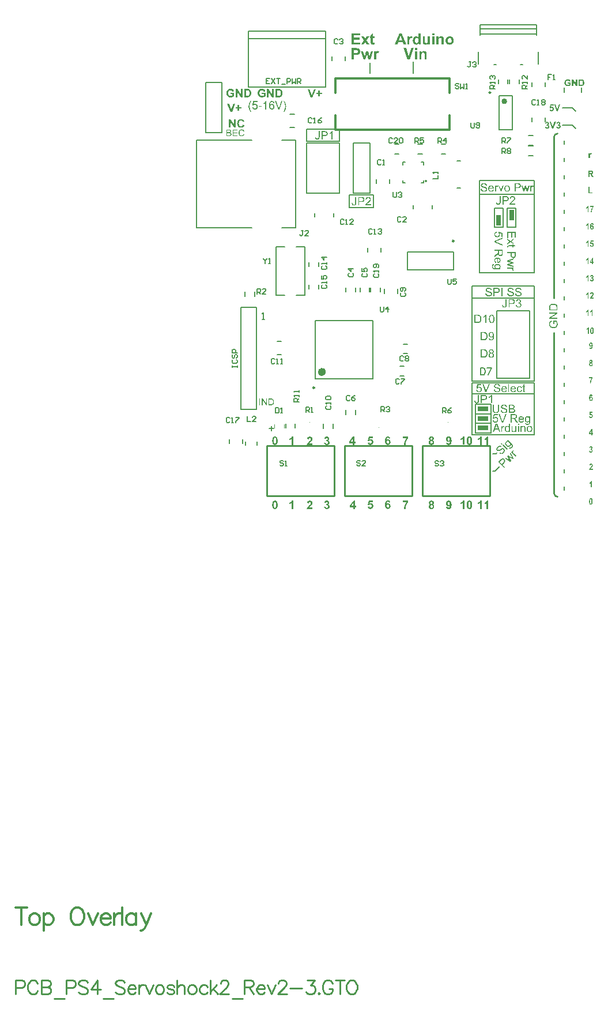
<source format=gto>
%FSAX24Y24*%
%MOIN*%
G70*
G01*
G75*
G04 Layer_Color=65535*
G04:AMPARAMS|DCode=10|XSize=9.4mil|YSize=27.6mil|CornerRadius=2.4mil|HoleSize=0mil|Usage=FLASHONLY|Rotation=90.000|XOffset=0mil|YOffset=0mil|HoleType=Round|Shape=RoundedRectangle|*
%AMROUNDEDRECTD10*
21,1,0.0094,0.0228,0,0,90.0*
21,1,0.0047,0.0276,0,0,90.0*
1,1,0.0047,0.0114,0.0024*
1,1,0.0047,0.0114,-0.0024*
1,1,0.0047,-0.0114,-0.0024*
1,1,0.0047,-0.0114,0.0024*
%
%ADD10ROUNDEDRECTD10*%
%ADD11R,0.0661X0.0661*%
G04:AMPARAMS|DCode=12|XSize=9.4mil|YSize=27.6mil|CornerRadius=2.4mil|HoleSize=0mil|Usage=FLASHONLY|Rotation=180.000|XOffset=0mil|YOffset=0mil|HoleType=Round|Shape=RoundedRectangle|*
%AMROUNDEDRECTD12*
21,1,0.0094,0.0228,0,0,180.0*
21,1,0.0047,0.0276,0,0,180.0*
1,1,0.0047,-0.0024,0.0114*
1,1,0.0047,0.0024,0.0114*
1,1,0.0047,0.0024,-0.0114*
1,1,0.0047,-0.0024,-0.0114*
%
%ADD12ROUNDEDRECTD12*%
%ADD13R,0.0591X0.0512*%
%ADD14R,0.1100X0.0680*%
%ADD15R,0.0394X0.0433*%
%ADD16R,0.0433X0.0394*%
%ADD17R,0.0390X0.0430*%
%ADD18R,0.0591X0.1575*%
%ADD19R,0.0709X0.0630*%
%ADD20O,0.0118X0.0709*%
%ADD21O,0.0709X0.0118*%
%ADD22R,0.0472X0.0866*%
%ADD23R,0.1378X0.0866*%
%ADD24R,0.0472X0.1378*%
%ADD25R,0.0177X0.0354*%
%ADD26R,0.0430X0.0390*%
%ADD27C,0.0400*%
%ADD28R,0.0512X0.0591*%
%ADD29O,0.0768X0.0157*%
%ADD30R,0.0157X0.0532*%
%ADD31R,0.0748X0.0748*%
%ADD32R,0.0630X0.0551*%
%ADD33R,0.0709X0.0748*%
%ADD34C,0.0090*%
%ADD35C,0.0110*%
%ADD36C,0.0150*%
%ADD37C,0.0250*%
%ADD38C,0.0600*%
%ADD39C,0.0500*%
%ADD40C,0.0750*%
%ADD41C,0.1000*%
%ADD42C,0.0700*%
%ADD43C,0.0100*%
%ADD44C,0.0200*%
%ADD45C,0.0120*%
%ADD46R,0.0667X0.0672*%
%ADD47R,0.0840X0.0730*%
%ADD48R,0.1290X0.0830*%
%ADD49R,0.1050X0.2350*%
%ADD50R,0.1370X0.0930*%
%ADD51R,0.0600X0.0600*%
%ADD52C,0.0600*%
%ADD53C,0.0984*%
%ADD54C,0.0591*%
%ADD55C,0.1378*%
%ADD56C,0.2200*%
%ADD57C,0.0827*%
%ADD58C,0.0220*%
%ADD59C,0.0280*%
%ADD60C,0.0260*%
%ADD61C,0.0180*%
%ADD62C,0.0230*%
%ADD63C,0.0098*%
%ADD64C,0.0236*%
%ADD65C,0.0035*%
%ADD66C,0.0157*%
%ADD67C,0.0050*%
%ADD68C,0.0080*%
%ADD69C,0.0060*%
%ADD70C,0.0079*%
%ADD71C,0.0040*%
%ADD72C,0.0118*%
%ADD73R,0.0300X0.0600*%
%ADD74R,0.0600X0.0250*%
G36*
X051130Y069548D02*
X051298Y069666D01*
Y069594D01*
X051216Y069539D01*
X051214Y069538D01*
X051212Y069536D01*
X051207Y069534D01*
X051203Y069531D01*
X051196Y069527D01*
X051190Y069523D01*
X051184Y069519D01*
X051178Y069515D01*
X051179Y069514D01*
X051181Y069513D01*
X051185Y069509D01*
X051190Y069506D01*
X051196Y069502D01*
X051203Y069497D01*
X051216Y069488D01*
X051298Y069429D01*
Y069359D01*
X051131Y069477D01*
X050950Y069349D01*
Y069421D01*
X051058Y069494D01*
X051084Y069511D01*
X050950Y069604D01*
Y069676D01*
X051130Y069548D01*
D02*
G37*
G36*
X051431Y069728D02*
X051374D01*
Y070011D01*
X051227D01*
Y069746D01*
X051171D01*
Y070011D01*
X051007D01*
Y069716D01*
X050950D01*
Y070074D01*
X051431D01*
Y069728D01*
D02*
G37*
G36*
X050015Y072755D02*
X050021Y072754D01*
X050027Y072753D01*
X050036Y072752D01*
X050044Y072750D01*
X050052Y072748D01*
X050062Y072744D01*
X050071Y072740D01*
X050081Y072736D01*
X050091Y072730D01*
X050100Y072724D01*
X050109Y072716D01*
X050118Y072708D01*
X050118Y072708D01*
X050119Y072706D01*
X050122Y072703D01*
X050124Y072699D01*
X050128Y072694D01*
X050131Y072689D01*
X050136Y072682D01*
X050140Y072674D01*
X050144Y072664D01*
X050148Y072654D01*
X050152Y072644D01*
X050155Y072632D01*
X050157Y072619D01*
X050160Y072605D01*
X050161Y072590D01*
X050162Y072574D01*
Y072573D01*
Y072571D01*
Y072566D01*
X050161Y072559D01*
X049902D01*
Y072558D01*
Y072556D01*
X049903Y072553D01*
X049903Y072549D01*
X049904Y072544D01*
X049904Y072539D01*
X049907Y072526D01*
X049911Y072512D01*
X049917Y072498D01*
X049924Y072484D01*
X049929Y072477D01*
X049934Y072471D01*
X049934Y072471D01*
X049935Y072470D01*
X049937Y072469D01*
X049939Y072467D01*
X049946Y072462D01*
X049954Y072456D01*
X049964Y072451D01*
X049977Y072446D01*
X049991Y072442D01*
X049999Y072442D01*
X050007Y072441D01*
X050012D01*
X050018Y072442D01*
X050026Y072443D01*
X050034Y072446D01*
X050044Y072448D01*
X050053Y072453D01*
X050062Y072458D01*
X050063Y072459D01*
X050066Y072461D01*
X050070Y072466D01*
X050075Y072471D01*
X050081Y072479D01*
X050087Y072489D01*
X050093Y072500D01*
X050098Y072513D01*
X050159Y072505D01*
Y072504D01*
X050159Y072502D01*
X050158Y072500D01*
X050156Y072496D01*
X050155Y072492D01*
X050153Y072486D01*
X050148Y072474D01*
X050140Y072461D01*
X050131Y072448D01*
X050119Y072434D01*
X050106Y072422D01*
X050106D01*
X050104Y072421D01*
X050103Y072419D01*
X050099Y072417D01*
X050096Y072415D01*
X050091Y072413D01*
X050086Y072410D01*
X050079Y072407D01*
X050072Y072404D01*
X050065Y072402D01*
X050057Y072399D01*
X050048Y072397D01*
X050029Y072394D01*
X050018Y072393D01*
X050007Y072393D01*
X050004D01*
X049999Y072393D01*
X049994D01*
X049988Y072394D01*
X049981Y072395D01*
X049972Y072396D01*
X049963Y072398D01*
X049954Y072401D01*
X049944Y072404D01*
X049934Y072407D01*
X049924Y072413D01*
X049914Y072417D01*
X049904Y072424D01*
X049894Y072431D01*
X049886Y072439D01*
X049885Y072440D01*
X049884Y072442D01*
X049881Y072444D01*
X049879Y072448D01*
X049876Y072453D01*
X049872Y072459D01*
X049868Y072466D01*
X049864Y072473D01*
X049859Y072483D01*
X049855Y072492D01*
X049851Y072503D01*
X049848Y072514D01*
X049846Y072527D01*
X049843Y072541D01*
X049842Y072555D01*
X049841Y072571D01*
Y072572D01*
Y072574D01*
X049842Y072579D01*
Y072585D01*
X049843Y072593D01*
X049844Y072601D01*
X049845Y072611D01*
X049847Y072621D01*
X049849Y072631D01*
X049852Y072642D01*
X049856Y072654D01*
X049860Y072665D01*
X049866Y072676D01*
X049871Y072688D01*
X049878Y072698D01*
X049886Y072707D01*
X049887Y072708D01*
X049888Y072709D01*
X049891Y072711D01*
X049894Y072714D01*
X049899Y072718D01*
X049904Y072723D01*
X049911Y072727D01*
X049917Y072731D01*
X049926Y072736D01*
X049934Y072740D01*
X049944Y072744D01*
X049954Y072748D01*
X049966Y072751D01*
X049977Y072754D01*
X049990Y072755D01*
X050003Y072756D01*
X050010D01*
X050015Y072755D01*
D02*
G37*
G36*
X051298Y068462D02*
X051097Y068406D01*
X051022Y068386D01*
X051023D01*
X051024Y068386D01*
X051027Y068385D01*
X051030Y068384D01*
X051033Y068384D01*
X051037Y068383D01*
X051042Y068381D01*
X051048Y068380D01*
X051054Y068378D01*
X051062Y068376D01*
X051072Y068374D01*
X051082Y068371D01*
X051094Y068368D01*
X051298Y068313D01*
Y068253D01*
X051096Y068200D01*
X051029Y068183D01*
X051097Y068163D01*
X051298Y068103D01*
Y068046D01*
X050950Y068155D01*
Y068216D01*
X051158Y068271D01*
X051217Y068285D01*
X050950Y068356D01*
Y068418D01*
X051298Y068523D01*
Y068462D01*
D02*
G37*
G36*
X051431Y068739D02*
Y068739D01*
Y068738D01*
Y068735D01*
Y068731D01*
Y068727D01*
Y068723D01*
X051430Y068712D01*
X051429Y068701D01*
X051429Y068688D01*
X051427Y068676D01*
X051426Y068666D01*
Y068666D01*
Y068664D01*
X051425Y068663D01*
X051424Y068661D01*
X051423Y068654D01*
X051421Y068646D01*
X051417Y068636D01*
X051414Y068627D01*
X051409Y068617D01*
X051403Y068608D01*
X051403Y068606D01*
X051400Y068604D01*
X051396Y068599D01*
X051391Y068594D01*
X051385Y068587D01*
X051377Y068581D01*
X051368Y068574D01*
X051357Y068569D01*
X051356D01*
X051356Y068568D01*
X051354Y068568D01*
X051352Y068566D01*
X051346Y068564D01*
X051337Y068561D01*
X051328Y068559D01*
X051316Y068556D01*
X051304Y068554D01*
X051291Y068554D01*
X051286D01*
X051281Y068554D01*
X051276Y068555D01*
X051269Y068556D01*
X051262Y068557D01*
X051256Y068559D01*
X051239Y068563D01*
X051231Y068566D01*
X051222Y068571D01*
X051213Y068575D01*
X051204Y068580D01*
X051196Y068586D01*
X051188Y068593D01*
X051187Y068594D01*
X051186Y068595D01*
X051184Y068597D01*
X051181Y068601D01*
X051178Y068605D01*
X051174Y068611D01*
X051170Y068618D01*
X051166Y068625D01*
X051163Y068634D01*
X051159Y068644D01*
X051155Y068656D01*
X051152Y068669D01*
X051149Y068683D01*
X051147Y068699D01*
X051146Y068716D01*
X051145Y068734D01*
Y068856D01*
X050950D01*
Y068920D01*
X051431D01*
Y068739D01*
D02*
G37*
G36*
X051298Y069290D02*
X051384D01*
X051419Y069231D01*
X051298D01*
Y069172D01*
X051252D01*
Y069231D01*
X051040D01*
X051035Y069231D01*
X051029D01*
X051024Y069230D01*
X051019Y069229D01*
X051016Y069229D01*
X051014Y069228D01*
X051012Y069226D01*
X051008Y069223D01*
X051004Y069219D01*
Y069218D01*
X051004Y069218D01*
X051003Y069216D01*
X051002Y069213D01*
X051001Y069207D01*
X051001Y069198D01*
Y069198D01*
Y069196D01*
Y069194D01*
Y069191D01*
X051001Y069187D01*
Y069183D01*
X051002Y069177D01*
X051002Y069172D01*
X050951Y069164D01*
Y069165D01*
X050950Y069168D01*
X050949Y069173D01*
X050948Y069179D01*
X050947Y069186D01*
X050946Y069193D01*
X050946Y069209D01*
Y069209D01*
Y069210D01*
Y069214D01*
X050946Y069220D01*
X050947Y069227D01*
X050948Y069235D01*
X050950Y069243D01*
X050953Y069251D01*
X050956Y069258D01*
X050956Y069259D01*
X050957Y069261D01*
X050959Y069264D01*
X050963Y069268D01*
X050966Y069272D01*
X050971Y069276D01*
X050976Y069280D01*
X050982Y069283D01*
X050982D01*
X050986Y069284D01*
X050990Y069285D01*
X050997Y069286D01*
X051001Y069287D01*
X051006Y069288D01*
X051012Y069288D01*
X051019Y069289D01*
X051026Y069289D01*
X051034D01*
X051042Y069290D01*
X051252D01*
Y069334D01*
X051298D01*
Y069290D01*
D02*
G37*
G36*
X050946Y072755D02*
X050953Y072754D01*
X050959Y072753D01*
X050967Y072752D01*
X050976Y072750D01*
X050985Y072748D01*
X050994Y072744D01*
X051004Y072740D01*
X051014Y072736D01*
X051024Y072730D01*
X051034Y072724D01*
X051043Y072716D01*
X051052Y072708D01*
X051052Y072708D01*
X051054Y072706D01*
X051056Y072703D01*
X051059Y072699D01*
X051062Y072695D01*
X051066Y072689D01*
X051071Y072682D01*
X051075Y072674D01*
X051079Y072666D01*
X051083Y072656D01*
X051087Y072646D01*
X051091Y072634D01*
X051093Y072621D01*
X051096Y072608D01*
X051097Y072594D01*
X051097Y072579D01*
Y072578D01*
Y072576D01*
Y072572D01*
Y072568D01*
X051097Y072562D01*
X051096Y072556D01*
X051096Y072548D01*
X051095Y072541D01*
X051093Y072524D01*
X051089Y072506D01*
X051084Y072489D01*
X051081Y072481D01*
X051077Y072473D01*
Y072473D01*
X051076Y072471D01*
X051075Y072469D01*
X051073Y072467D01*
X051069Y072460D01*
X051062Y072451D01*
X051054Y072442D01*
X051044Y072432D01*
X051032Y072422D01*
X051018Y072414D01*
X051017D01*
X051016Y072413D01*
X051014Y072412D01*
X051011Y072411D01*
X051008Y072409D01*
X051004Y072407D01*
X050993Y072403D01*
X050981Y072399D01*
X050967Y072396D01*
X050951Y072393D01*
X050934Y072393D01*
X050931D01*
X050928Y072393D01*
X050922D01*
X050916Y072394D01*
X050909Y072395D01*
X050901Y072396D01*
X050893Y072398D01*
X050883Y072401D01*
X050874Y072404D01*
X050864Y072407D01*
X050854Y072412D01*
X050844Y072417D01*
X050835Y072424D01*
X050826Y072431D01*
X050817Y072439D01*
X050816Y072439D01*
X050815Y072441D01*
X050813Y072444D01*
X050810Y072448D01*
X050806Y072453D01*
X050802Y072458D01*
X050799Y072465D01*
X050794Y072473D01*
X050790Y072483D01*
X050786Y072492D01*
X050782Y072503D01*
X050779Y072516D01*
X050776Y072529D01*
X050774Y072543D01*
X050773Y072558D01*
X050772Y072574D01*
Y072575D01*
Y072578D01*
X050773Y072583D01*
Y072589D01*
X050774Y072597D01*
X050775Y072607D01*
X050776Y072617D01*
X050779Y072628D01*
X050781Y072639D01*
X050785Y072651D01*
X050789Y072663D01*
X050794Y072675D01*
X050801Y072686D01*
X050807Y072698D01*
X050816Y072708D01*
X050825Y072717D01*
X050826Y072717D01*
X050827Y072719D01*
X050829Y072721D01*
X050833Y072723D01*
X050837Y072726D01*
X050842Y072729D01*
X050849Y072733D01*
X050856Y072736D01*
X050863Y072740D01*
X050871Y072743D01*
X050881Y072747D01*
X050890Y072749D01*
X050901Y072752D01*
X050911Y072754D01*
X050922Y072755D01*
X050934Y072756D01*
X050941D01*
X050946Y072755D01*
D02*
G37*
G36*
X050373Y072754D02*
X050381Y072753D01*
X050390Y072751D01*
X050401Y072748D01*
X050411Y072743D01*
X050423Y072736D01*
X050402Y072682D01*
X050401Y072682D01*
X050399Y072684D01*
X050394Y072686D01*
X050389Y072688D01*
X050382Y072691D01*
X050375Y072692D01*
X050367Y072694D01*
X050359Y072694D01*
X050356D01*
X050352Y072694D01*
X050347Y072693D01*
X050342Y072691D01*
X050336Y072689D01*
X050330Y072686D01*
X050324Y072682D01*
X050323Y072682D01*
X050321Y072681D01*
X050319Y072677D01*
X050316Y072674D01*
X050312Y072669D01*
X050308Y072664D01*
X050305Y072657D01*
X050302Y072650D01*
Y072649D01*
X050301Y072649D01*
Y072647D01*
X050301Y072644D01*
X050299Y072638D01*
X050297Y072630D01*
X050296Y072619D01*
X050294Y072608D01*
X050293Y072595D01*
X050293Y072581D01*
Y072400D01*
X050234D01*
Y072748D01*
X050287D01*
Y072695D01*
X050287Y072696D01*
X050289Y072698D01*
X050290Y072701D01*
X050294Y072707D01*
X050299Y072714D01*
X050304Y072723D01*
X050311Y072731D01*
X050318Y072738D01*
X050324Y072744D01*
X050324Y072744D01*
X050327Y072746D01*
X050331Y072748D01*
X050335Y072750D01*
X050341Y072752D01*
X050347Y072754D01*
X050354Y072755D01*
X050362Y072756D01*
X050367D01*
X050373Y072754D01*
D02*
G37*
G36*
X052424D02*
X052432Y072753D01*
X052441Y072751D01*
X052452Y072748D01*
X052463Y072743D01*
X052474Y072736D01*
X052454Y072682D01*
X052453Y072682D01*
X052450Y072684D01*
X052446Y072686D01*
X052440Y072688D01*
X052434Y072691D01*
X052426Y072692D01*
X052418Y072694D01*
X052410Y072694D01*
X052407D01*
X052403Y072694D01*
X052398Y072693D01*
X052393Y072691D01*
X052387Y072689D01*
X052381Y072686D01*
X052375Y072682D01*
X052374Y072682D01*
X052372Y072681D01*
X052370Y072677D01*
X052367Y072674D01*
X052363Y072669D01*
X052359Y072664D01*
X052356Y072657D01*
X052353Y072650D01*
Y072649D01*
X052352Y072649D01*
Y072647D01*
X052352Y072644D01*
X052350Y072638D01*
X052349Y072630D01*
X052347Y072619D01*
X052345Y072608D01*
X052344Y072595D01*
X052344Y072581D01*
Y072400D01*
X052285D01*
Y072748D01*
X052338D01*
Y072695D01*
X052339Y072696D01*
X052340Y072698D01*
X052341Y072701D01*
X052346Y072707D01*
X052350Y072714D01*
X052356Y072723D01*
X052362Y072731D01*
X052369Y072738D01*
X052375Y072744D01*
X052376Y072744D01*
X052378Y072746D01*
X052382Y072748D01*
X052386Y072750D01*
X052392Y072752D01*
X052399Y072754D01*
X052406Y072755D01*
X052413Y072756D01*
X052418D01*
X052424Y072754D01*
D02*
G37*
G36*
X049601Y072888D02*
X049606D01*
X049612Y072888D01*
X049619Y072887D01*
X049633Y072884D01*
X049649Y072881D01*
X049665Y072877D01*
X049681Y072871D01*
X049681D01*
X049682Y072871D01*
X049684Y072869D01*
X049688Y072868D01*
X049695Y072864D01*
X049704Y072858D01*
X049714Y072851D01*
X049724Y072842D01*
X049735Y072832D01*
X049744Y072820D01*
Y072819D01*
X049745Y072819D01*
X049746Y072817D01*
X049748Y072814D01*
X049749Y072811D01*
X049751Y072807D01*
X049755Y072798D01*
X049759Y072787D01*
X049763Y072774D01*
X049766Y072760D01*
X049767Y072745D01*
X049706Y072741D01*
Y072741D01*
Y072743D01*
X049706Y072745D01*
X049705Y072748D01*
X049704Y072752D01*
X049703Y072756D01*
X049700Y072766D01*
X049696Y072777D01*
X049690Y072788D01*
X049682Y072799D01*
X049672Y072809D01*
X049671Y072810D01*
X049669Y072811D01*
X049668Y072812D01*
X049664Y072814D01*
X049661Y072816D01*
X049656Y072818D01*
X049652Y072821D01*
X049646Y072822D01*
X049640Y072824D01*
X049633Y072826D01*
X049626Y072828D01*
X049618Y072830D01*
X049609Y072831D01*
X049599Y072832D01*
X049580D01*
X049575Y072831D01*
X049570Y072831D01*
X049557Y072829D01*
X049544Y072827D01*
X049530Y072823D01*
X049517Y072818D01*
X049511Y072814D01*
X049506Y072811D01*
X049504Y072809D01*
X049501Y072807D01*
X049497Y072803D01*
X049493Y072796D01*
X049488Y072789D01*
X049484Y072780D01*
X049481Y072770D01*
X049479Y072759D01*
Y072758D01*
Y072755D01*
X049481Y072751D01*
X049482Y072744D01*
X049484Y072737D01*
X049487Y072731D01*
X049491Y072724D01*
X049497Y072717D01*
X049499Y072716D01*
X049500Y072715D01*
X049502Y072714D01*
X049504Y072712D01*
X049507Y072711D01*
X049512Y072709D01*
X049516Y072707D01*
X049523Y072704D01*
X049529Y072701D01*
X049537Y072699D01*
X049546Y072696D01*
X049556Y072692D01*
X049567Y072689D01*
X049579Y072686D01*
X049593Y072683D01*
X049594D01*
X049596Y072682D01*
X049601Y072681D01*
X049606Y072680D01*
X049612Y072679D01*
X049619Y072677D01*
X049627Y072675D01*
X049636Y072673D01*
X049653Y072668D01*
X049671Y072663D01*
X049679Y072660D01*
X049687Y072657D01*
X049694Y072655D01*
X049699Y072653D01*
X049700D01*
X049701Y072652D01*
X049703Y072651D01*
X049706Y072649D01*
X049714Y072645D01*
X049723Y072639D01*
X049733Y072632D01*
X049743Y072624D01*
X049753Y072614D01*
X049761Y072603D01*
Y072603D01*
X049762Y072602D01*
X049763Y072600D01*
X049764Y072598D01*
X049767Y072592D01*
X049772Y072584D01*
X049776Y072574D01*
X049779Y072562D01*
X049781Y072549D01*
X049782Y072535D01*
Y072534D01*
Y072533D01*
Y072531D01*
X049781Y072529D01*
Y072525D01*
X049781Y072521D01*
X049779Y072512D01*
X049776Y072501D01*
X049773Y072489D01*
X049767Y072476D01*
X049759Y072463D01*
Y072463D01*
X049758Y072462D01*
X049757Y072460D01*
X049756Y072457D01*
X049750Y072451D01*
X049743Y072444D01*
X049734Y072436D01*
X049724Y072427D01*
X049711Y072418D01*
X049696Y072411D01*
X049696D01*
X049694Y072410D01*
X049692Y072409D01*
X049689Y072407D01*
X049685Y072406D01*
X049681Y072405D01*
X049676Y072403D01*
X049669Y072401D01*
X049656Y072398D01*
X049641Y072395D01*
X049623Y072393D01*
X049604Y072392D01*
X049598D01*
X049594Y072393D01*
X049588D01*
X049581Y072393D01*
X049574Y072394D01*
X049566Y072394D01*
X049549Y072396D01*
X049531Y072400D01*
X049513Y072404D01*
X049495Y072411D01*
X049494D01*
X049493Y072411D01*
X049491Y072413D01*
X049488Y072414D01*
X049484Y072416D01*
X049480Y072419D01*
X049470Y072425D01*
X049459Y072433D01*
X049447Y072443D01*
X049436Y072455D01*
X049426Y072468D01*
Y072469D01*
X049425Y072470D01*
X049424Y072472D01*
X049422Y072475D01*
X049421Y072479D01*
X049418Y072483D01*
X049416Y072488D01*
X049414Y072493D01*
X049409Y072506D01*
X049404Y072521D01*
X049401Y072537D01*
X049400Y072555D01*
X049460Y072560D01*
Y072559D01*
Y072558D01*
X049461Y072556D01*
Y072554D01*
X049462Y072547D01*
X049464Y072539D01*
X049466Y072529D01*
X049470Y072519D01*
X049474Y072509D01*
X049479Y072500D01*
X049480Y072499D01*
X049482Y072496D01*
X049486Y072492D01*
X049491Y072487D01*
X049498Y072481D01*
X049506Y072474D01*
X049516Y072468D01*
X049528Y072463D01*
X049528D01*
X049529Y072462D01*
X049531Y072461D01*
X049533Y072461D01*
X049536Y072459D01*
X049540Y072458D01*
X049549Y072456D01*
X049560Y072453D01*
X049573Y072451D01*
X049586Y072449D01*
X049601Y072449D01*
X049608D01*
X049614Y072449D01*
X049623Y072450D01*
X049633Y072451D01*
X049644Y072453D01*
X049654Y072456D01*
X049665Y072459D01*
X049666D01*
X049666Y072460D01*
X049669Y072461D01*
X049674Y072464D01*
X049681Y072467D01*
X049688Y072471D01*
X049694Y072476D01*
X049701Y072482D01*
X049707Y072489D01*
X049707Y072489D01*
X049709Y072492D01*
X049711Y072496D01*
X049714Y072501D01*
X049716Y072508D01*
X049719Y072514D01*
X049720Y072522D01*
X049721Y072530D01*
Y072531D01*
Y072534D01*
X049720Y072538D01*
X049719Y072543D01*
X049717Y072549D01*
X049715Y072556D01*
X049711Y072563D01*
X049707Y072569D01*
X049706Y072570D01*
X049704Y072572D01*
X049701Y072576D01*
X049697Y072579D01*
X049691Y072584D01*
X049683Y072588D01*
X049674Y072593D01*
X049664Y072597D01*
X049662Y072598D01*
X049660Y072599D01*
X049658Y072600D01*
X049654Y072601D01*
X049651Y072602D01*
X049646Y072603D01*
X049641Y072605D01*
X049634Y072606D01*
X049627Y072608D01*
X049619Y072611D01*
X049611Y072613D01*
X049601Y072615D01*
X049590Y072618D01*
X049578Y072621D01*
X049577D01*
X049575Y072621D01*
X049572Y072622D01*
X049567Y072623D01*
X049562Y072625D01*
X049556Y072626D01*
X049542Y072631D01*
X049527Y072635D01*
X049511Y072641D01*
X049497Y072646D01*
X049491Y072649D01*
X049486Y072651D01*
X049485D01*
X049484Y072652D01*
X049482Y072653D01*
X049480Y072654D01*
X049474Y072658D01*
X049466Y072664D01*
X049458Y072670D01*
X049449Y072677D01*
X049441Y072686D01*
X049434Y072696D01*
Y072696D01*
X049434Y072697D01*
X049432Y072701D01*
X049429Y072706D01*
X049426Y072713D01*
X049423Y072722D01*
X049421Y072733D01*
X049419Y072744D01*
X049418Y072756D01*
Y072756D01*
Y072758D01*
Y072759D01*
X049419Y072762D01*
X049419Y072769D01*
X049421Y072778D01*
X049423Y072789D01*
X049427Y072800D01*
X049432Y072812D01*
X049439Y072824D01*
Y072824D01*
X049440Y072825D01*
X049443Y072829D01*
X049447Y072835D01*
X049454Y072842D01*
X049462Y072849D01*
X049472Y072857D01*
X049485Y072865D01*
X049499Y072872D01*
X049499D01*
X049501Y072873D01*
X049503Y072874D01*
X049506Y072874D01*
X049509Y072876D01*
X049514Y072877D01*
X049519Y072879D01*
X049524Y072881D01*
X049538Y072883D01*
X049552Y072886D01*
X049569Y072888D01*
X049587Y072889D01*
X049596D01*
X049601Y072888D01*
D02*
G37*
G36*
X051569Y072880D02*
X051580Y072879D01*
X051592Y072879D01*
X051604Y072877D01*
X051614Y072876D01*
X051616D01*
X051617Y072875D01*
X051620Y072874D01*
X051627Y072873D01*
X051635Y072871D01*
X051644Y072867D01*
X051654Y072864D01*
X051664Y072859D01*
X051673Y072853D01*
X051674Y072853D01*
X051677Y072850D01*
X051682Y072846D01*
X051687Y072841D01*
X051693Y072835D01*
X051700Y072827D01*
X051706Y072818D01*
X051712Y072807D01*
Y072806D01*
X051712Y072806D01*
X051713Y072804D01*
X051714Y072802D01*
X051717Y072796D01*
X051719Y072787D01*
X051722Y072778D01*
X051724Y072766D01*
X051726Y072754D01*
X051727Y072741D01*
Y072741D01*
Y072739D01*
Y072736D01*
X051726Y072731D01*
X051726Y072726D01*
X051725Y072719D01*
X051724Y072712D01*
X051722Y072706D01*
X051718Y072689D01*
X051714Y072681D01*
X051710Y072672D01*
X051706Y072663D01*
X051701Y072654D01*
X051694Y072646D01*
X051687Y072638D01*
X051687Y072637D01*
X051686Y072636D01*
X051683Y072634D01*
X051680Y072631D01*
X051676Y072628D01*
X051670Y072624D01*
X051663Y072620D01*
X051656Y072616D01*
X051646Y072613D01*
X051636Y072609D01*
X051624Y072605D01*
X051612Y072602D01*
X051597Y072599D01*
X051582Y072597D01*
X051565Y072596D01*
X051547Y072595D01*
X051424D01*
Y072400D01*
X051361D01*
Y072881D01*
X051558D01*
X051569Y072880D01*
D02*
G37*
G36*
X050610Y072400D02*
X050553D01*
X050422Y072748D01*
X050484D01*
X050559Y072539D01*
Y072539D01*
X050559Y072538D01*
X050560Y072536D01*
X050561Y072534D01*
X050563Y072527D01*
X050566Y072518D01*
X050570Y072508D01*
X050574Y072496D01*
X050578Y072483D01*
X050581Y072469D01*
Y072470D01*
X050582Y072471D01*
X050582Y072474D01*
X050584Y072480D01*
X050587Y072488D01*
X050590Y072498D01*
X050594Y072509D01*
X050598Y072522D01*
X050603Y072536D01*
X050680Y072748D01*
X050741D01*
X050610Y072400D01*
D02*
G37*
G36*
X052126D02*
X052065D01*
X052009Y072608D01*
X051996Y072667D01*
X051925Y072400D01*
X051863D01*
X051757Y072748D01*
X051819D01*
X051874Y072547D01*
X051894Y072472D01*
Y072473D01*
X051895Y072474D01*
X051896Y072477D01*
X051896Y072480D01*
X051897Y072483D01*
X051898Y072487D01*
X051899Y072492D01*
X051901Y072498D01*
X051902Y072504D01*
X051904Y072512D01*
X051907Y072522D01*
X051909Y072532D01*
X051912Y072544D01*
X051968Y072748D01*
X052028D01*
X052081Y072546D01*
X052098Y072479D01*
X052118Y072547D01*
X052178Y072748D01*
X052235D01*
X052126Y072400D01*
D02*
G37*
G36*
X051298Y067943D02*
X051245D01*
X051246Y067942D01*
X051248Y067941D01*
X051251Y067939D01*
X051257Y067935D01*
X051264Y067931D01*
X051273Y067925D01*
X051281Y067919D01*
X051288Y067912D01*
X051294Y067906D01*
X051294Y067905D01*
X051296Y067902D01*
X051297Y067899D01*
X051300Y067894D01*
X051302Y067889D01*
X051304Y067882D01*
X051305Y067875D01*
X051306Y067867D01*
Y067867D01*
Y067866D01*
Y067863D01*
X051304Y067856D01*
X051303Y067849D01*
X051301Y067839D01*
X051297Y067829D01*
X051293Y067818D01*
X051286Y067806D01*
X051232Y067827D01*
X051233Y067828D01*
X051234Y067831D01*
X051236Y067835D01*
X051238Y067841D01*
X051241Y067847D01*
X051242Y067854D01*
X051244Y067863D01*
X051244Y067871D01*
Y067871D01*
Y067874D01*
X051244Y067877D01*
X051243Y067882D01*
X051241Y067888D01*
X051239Y067894D01*
X051236Y067899D01*
X051233Y067906D01*
X051232Y067906D01*
X051231Y067908D01*
X051227Y067911D01*
X051224Y067914D01*
X051219Y067917D01*
X051214Y067921D01*
X051207Y067924D01*
X051200Y067927D01*
X051199D01*
X051199Y067928D01*
X051197D01*
X051194Y067929D01*
X051188Y067931D01*
X051180Y067932D01*
X051169Y067934D01*
X051158Y067936D01*
X051145Y067936D01*
X051131Y067937D01*
X050950D01*
Y067996D01*
X051298D01*
Y067943D01*
D02*
G37*
G36*
X038561Y057750D02*
X038469D01*
Y058097D01*
X038468Y058096D01*
X038466Y058095D01*
X038464Y058092D01*
X038460Y058089D01*
X038455Y058086D01*
X038449Y058081D01*
X038442Y058076D01*
X038435Y058071D01*
X038427Y058065D01*
X038417Y058059D01*
X038407Y058054D01*
X038398Y058048D01*
X038374Y058037D01*
X038350Y058028D01*
Y058111D01*
X038351D01*
X038352Y058112D01*
X038354Y058113D01*
X038356Y058114D01*
X038359Y058115D01*
X038364Y058117D01*
X038373Y058121D01*
X038384Y058127D01*
X038398Y058135D01*
X038412Y058144D01*
X038428Y058156D01*
X038428Y058156D01*
X038429Y058157D01*
X038431Y058159D01*
X038434Y058161D01*
X038438Y058164D01*
X038442Y058169D01*
X038451Y058177D01*
X038461Y058189D01*
X038470Y058203D01*
X038479Y058217D01*
X038482Y058225D01*
X038486Y058233D01*
X038561D01*
Y057750D01*
D02*
G37*
G36*
X037517Y058243D02*
X037523Y058242D01*
X037530Y058241D01*
X037538Y058239D01*
X037546Y058237D01*
X037554Y058234D01*
X037563Y058231D01*
X037573Y058227D01*
X037581Y058222D01*
X037590Y058216D01*
X037599Y058209D01*
X037608Y058202D01*
X037615Y058193D01*
X037616Y058193D01*
X037617Y058191D01*
X037619Y058187D01*
X037622Y058182D01*
X037626Y058175D01*
X037630Y058167D01*
X037634Y058158D01*
X037639Y058146D01*
X037643Y058134D01*
X037647Y058119D01*
X037651Y058103D01*
X037654Y058085D01*
X037657Y058066D01*
X037660Y058044D01*
X037661Y058022D01*
X037662Y057997D01*
Y057996D01*
Y057996D01*
Y057994D01*
Y057991D01*
Y057987D01*
Y057984D01*
X037661Y057974D01*
X037661Y057963D01*
X037659Y057951D01*
X037658Y057936D01*
X037656Y057921D01*
X037654Y057905D01*
X037650Y057889D01*
X037646Y057873D01*
X037642Y057856D01*
X037636Y057841D01*
X037630Y057826D01*
X037622Y057812D01*
X037614Y057800D01*
X037614Y057799D01*
X037613Y057798D01*
X037611Y057796D01*
X037608Y057793D01*
X037603Y057789D01*
X037599Y057784D01*
X037592Y057780D01*
X037586Y057776D01*
X037579Y057771D01*
X037571Y057767D01*
X037562Y057762D01*
X037552Y057759D01*
X037542Y057756D01*
X037531Y057753D01*
X037518Y057752D01*
X037506Y057751D01*
X037503D01*
X037499Y057752D01*
X037494D01*
X037488Y057753D01*
X037481Y057754D01*
X037474Y057756D01*
X037465Y057758D01*
X037456Y057761D01*
X037448Y057764D01*
X037438Y057769D01*
X037428Y057774D01*
X037419Y057780D01*
X037410Y057787D01*
X037401Y057796D01*
X037392Y057805D01*
X037392Y057806D01*
X037391Y057807D01*
X037389Y057811D01*
X037386Y057816D01*
X037383Y057822D01*
X037379Y057829D01*
X037375Y057839D01*
X037371Y057849D01*
X037367Y057862D01*
X037364Y057876D01*
X037360Y057891D01*
X037357Y057909D01*
X037354Y057928D01*
X037352Y057949D01*
X037351Y057972D01*
X037350Y057997D01*
Y057998D01*
Y057999D01*
Y058001D01*
Y058004D01*
Y058007D01*
X037351Y058011D01*
Y058020D01*
X037351Y058031D01*
X037352Y058044D01*
X037354Y058058D01*
X037356Y058073D01*
X037358Y058089D01*
X037361Y058105D01*
X037365Y058122D01*
X037370Y058137D01*
X037375Y058153D01*
X037381Y058168D01*
X037389Y058182D01*
X037397Y058194D01*
X037397Y058194D01*
X037399Y058196D01*
X037401Y058198D01*
X037404Y058201D01*
X037408Y058205D01*
X037413Y058209D01*
X037419Y058214D01*
X037425Y058219D01*
X037432Y058223D01*
X037441Y058228D01*
X037449Y058232D01*
X037459Y058236D01*
X037469Y058239D01*
X037481Y058241D01*
X037493Y058243D01*
X037506Y058243D01*
X037513D01*
X037517Y058243D01*
D02*
G37*
G36*
X050866Y072130D02*
X050877Y072129D01*
X050890Y072129D01*
X050902Y072127D01*
X050912Y072126D01*
X050914D01*
X050915Y072125D01*
X050918Y072124D01*
X050924Y072123D01*
X050932Y072121D01*
X050942Y072118D01*
X050951Y072114D01*
X050961Y072109D01*
X050971Y072103D01*
X050972Y072102D01*
X050974Y072100D01*
X050979Y072096D01*
X050984Y072091D01*
X050991Y072085D01*
X050998Y072077D01*
X051004Y072067D01*
X051009Y072057D01*
Y072056D01*
X051010Y072056D01*
X051011Y072054D01*
X051012Y072052D01*
X051014Y072046D01*
X051017Y072038D01*
X051019Y072028D01*
X051022Y072016D01*
X051024Y072004D01*
X051024Y071991D01*
Y071991D01*
Y071989D01*
Y071986D01*
X051024Y071981D01*
X051023Y071976D01*
X051023Y071969D01*
X051021Y071962D01*
X051019Y071956D01*
X051015Y071939D01*
X051012Y071931D01*
X051007Y071922D01*
X051003Y071913D01*
X050998Y071904D01*
X050992Y071896D01*
X050985Y071887D01*
X050984Y071887D01*
X050983Y071886D01*
X050981Y071884D01*
X050978Y071881D01*
X050973Y071877D01*
X050967Y071874D01*
X050961Y071870D01*
X050953Y071866D01*
X050944Y071863D01*
X050934Y071859D01*
X050922Y071855D01*
X050909Y071852D01*
X050895Y071849D01*
X050879Y071847D01*
X050862Y071846D01*
X050844Y071845D01*
X050722D01*
Y071650D01*
X050658D01*
Y072131D01*
X050856D01*
X050866Y072130D01*
D02*
G37*
G36*
X040516Y058232D02*
X040522Y058232D01*
X040529Y058231D01*
X040536Y058229D01*
X040544Y058228D01*
X040553Y058226D01*
X040561Y058222D01*
X040571Y058219D01*
X040579Y058215D01*
X040589Y058209D01*
X040598Y058204D01*
X040606Y058197D01*
X040614Y058189D01*
X040614Y058189D01*
X040615Y058187D01*
X040617Y058186D01*
X040619Y058183D01*
X040622Y058180D01*
X040624Y058176D01*
X040631Y058166D01*
X040637Y058154D01*
X040642Y058141D01*
X040647Y058126D01*
X040648Y058117D01*
X040648Y058109D01*
Y058109D01*
Y058107D01*
X040648Y058103D01*
X040647Y058099D01*
X040646Y058094D01*
X040644Y058088D01*
X040642Y058081D01*
X040639Y058073D01*
X040636Y058065D01*
X040631Y058057D01*
X040626Y058048D01*
X040619Y058040D01*
X040611Y058031D01*
X040602Y058023D01*
X040591Y058016D01*
X040579Y058008D01*
X040579D01*
X040581Y058007D01*
X040582Y058007D01*
X040586Y058006D01*
X040589Y058005D01*
X040593Y058004D01*
X040602Y057999D01*
X040613Y057994D01*
X040624Y057987D01*
X040634Y057979D01*
X040644Y057968D01*
Y057968D01*
X040646Y057967D01*
X040647Y057965D01*
X040648Y057962D01*
X040652Y057956D01*
X040657Y057948D01*
X040661Y057936D01*
X040666Y057924D01*
X040668Y057909D01*
X040669Y057894D01*
Y057893D01*
Y057891D01*
Y057888D01*
X040669Y057883D01*
X040668Y057877D01*
X040667Y057871D01*
X040666Y057864D01*
X040664Y057856D01*
X040661Y057848D01*
X040658Y057839D01*
X040654Y057831D01*
X040650Y057821D01*
X040644Y057812D01*
X040638Y057803D01*
X040631Y057794D01*
X040623Y057786D01*
X040623Y057785D01*
X040621Y057784D01*
X040618Y057781D01*
X040615Y057779D01*
X040610Y057776D01*
X040605Y057772D01*
X040599Y057768D01*
X040591Y057764D01*
X040583Y057759D01*
X040574Y057755D01*
X040565Y057751D01*
X040555Y057748D01*
X040544Y057746D01*
X040532Y057743D01*
X040520Y057742D01*
X040507Y057741D01*
X040501D01*
X040497Y057742D01*
X040491Y057743D01*
X040484Y057743D01*
X040477Y057744D01*
X040469Y057746D01*
X040452Y057750D01*
X040444Y057753D01*
X040434Y057757D01*
X040426Y057761D01*
X040416Y057766D01*
X040408Y057772D01*
X040399Y057778D01*
X040399Y057779D01*
X040398Y057780D01*
X040396Y057782D01*
X040392Y057785D01*
X040389Y057789D01*
X040386Y057793D01*
X040381Y057799D01*
X040377Y057804D01*
X040373Y057811D01*
X040369Y057819D01*
X040364Y057827D01*
X040361Y057836D01*
X040357Y057845D01*
X040354Y057854D01*
X040352Y057865D01*
X040350Y057876D01*
X040439Y057888D01*
Y057887D01*
Y057886D01*
X040440Y057884D01*
Y057882D01*
X040442Y057876D01*
X040444Y057868D01*
X040446Y057859D01*
X040451Y057851D01*
X040456Y057842D01*
X040462Y057835D01*
X040462Y057834D01*
X040465Y057832D01*
X040469Y057829D01*
X040474Y057826D01*
X040481Y057823D01*
X040489Y057820D01*
X040498Y057818D01*
X040507Y057818D01*
X040509D01*
X040512Y057818D01*
X040518Y057819D01*
X040524Y057820D01*
X040531Y057822D01*
X040539Y057826D01*
X040547Y057832D01*
X040555Y057839D01*
X040556Y057840D01*
X040558Y057842D01*
X040561Y057847D01*
X040565Y057854D01*
X040569Y057863D01*
X040572Y057873D01*
X040574Y057884D01*
X040575Y057898D01*
Y057898D01*
Y057899D01*
Y057901D01*
Y057903D01*
X040574Y057909D01*
X040573Y057917D01*
X040571Y057926D01*
X040567Y057936D01*
X040563Y057945D01*
X040556Y057953D01*
X040556Y057954D01*
X040553Y057956D01*
X040549Y057959D01*
X040544Y057964D01*
X040537Y057968D01*
X040529Y057971D01*
X040521Y057973D01*
X040511Y057974D01*
X040507D01*
X040504Y057973D01*
X040499D01*
X040493Y057972D01*
X040486Y057971D01*
X040477Y057969D01*
X040469Y057966D01*
X040479Y058041D01*
X040485D01*
X040492Y058042D01*
X040500Y058042D01*
X040509Y058044D01*
X040519Y058047D01*
X040528Y058051D01*
X040536Y058057D01*
X040536Y058057D01*
X040539Y058060D01*
X040542Y058064D01*
X040546Y058069D01*
X040549Y058076D01*
X040553Y058084D01*
X040555Y058093D01*
X040556Y058103D01*
Y058104D01*
Y058107D01*
X040555Y058112D01*
X040554Y058117D01*
X040552Y058123D01*
X040549Y058130D01*
X040546Y058136D01*
X040541Y058142D01*
X040540Y058142D01*
X040538Y058144D01*
X040535Y058147D01*
X040531Y058149D01*
X040525Y058152D01*
X040519Y058154D01*
X040511Y058156D01*
X040503Y058157D01*
X040499D01*
X040494Y058156D01*
X040489Y058155D01*
X040482Y058152D01*
X040476Y058150D01*
X040469Y058146D01*
X040462Y058140D01*
X040461Y058139D01*
X040459Y058137D01*
X040456Y058133D01*
X040453Y058128D01*
X040449Y058121D01*
X040446Y058113D01*
X040444Y058104D01*
X040442Y058092D01*
X040357Y058107D01*
Y058108D01*
X040357Y058109D01*
X040358Y058111D01*
X040359Y058114D01*
X040359Y058118D01*
X040361Y058122D01*
X040364Y058132D01*
X040367Y058143D01*
X040372Y058155D01*
X040377Y058166D01*
X040383Y058177D01*
X040384Y058178D01*
X040386Y058181D01*
X040391Y058186D01*
X040396Y058192D01*
X040403Y058199D01*
X040412Y058206D01*
X040422Y058212D01*
X040433Y058218D01*
X040434D01*
X040434Y058219D01*
X040436Y058219D01*
X040439Y058221D01*
X040446Y058223D01*
X040454Y058226D01*
X040465Y058228D01*
X040477Y058231D01*
X040491Y058232D01*
X040505Y058233D01*
X040512D01*
X040516Y058232D01*
D02*
G37*
G36*
X043171Y058148D02*
X042998D01*
X042983Y058066D01*
X042984D01*
X042984Y058067D01*
X042986Y058067D01*
X042989Y058069D01*
X042995Y058071D01*
X043003Y058074D01*
X043012Y058077D01*
X043023Y058079D01*
X043034Y058081D01*
X043046Y058082D01*
X043053D01*
X043056Y058081D01*
X043062Y058081D01*
X043068Y058079D01*
X043075Y058078D01*
X043082Y058076D01*
X043090Y058074D01*
X043099Y058071D01*
X043107Y058067D01*
X043116Y058063D01*
X043124Y058057D01*
X043133Y058052D01*
X043142Y058045D01*
X043150Y058037D01*
X043151Y058036D01*
X043152Y058035D01*
X043154Y058032D01*
X043157Y058029D01*
X043160Y058024D01*
X043164Y058019D01*
X043168Y058012D01*
X043171Y058006D01*
X043175Y057997D01*
X043179Y057989D01*
X043183Y057979D01*
X043186Y057969D01*
X043189Y057958D01*
X043191Y057946D01*
X043192Y057934D01*
X043193Y057921D01*
Y057920D01*
Y057918D01*
Y057915D01*
X043192Y057911D01*
X043191Y057906D01*
X043191Y057899D01*
X043189Y057892D01*
X043188Y057885D01*
X043184Y057869D01*
X043178Y057851D01*
X043174Y057842D01*
X043169Y057833D01*
X043164Y057824D01*
X043158Y057815D01*
X043158Y057814D01*
X043156Y057812D01*
X043153Y057809D01*
X043149Y057805D01*
X043145Y057800D01*
X043139Y057795D01*
X043132Y057789D01*
X043124Y057783D01*
X043116Y057778D01*
X043106Y057771D01*
X043095Y057766D01*
X043084Y057761D01*
X043071Y057757D01*
X043057Y057754D01*
X043043Y057752D01*
X043028Y057751D01*
X043022D01*
X043017Y057752D01*
X043011Y057752D01*
X043005Y057753D01*
X042997Y057754D01*
X042990Y057756D01*
X042972Y057760D01*
X042964Y057763D01*
X042954Y057766D01*
X042946Y057771D01*
X042937Y057775D01*
X042928Y057781D01*
X042920Y057787D01*
X042919Y057787D01*
X042918Y057789D01*
X042916Y057791D01*
X042913Y057793D01*
X042910Y057797D01*
X042906Y057801D01*
X042902Y057806D01*
X042898Y057812D01*
X042894Y057819D01*
X042889Y057826D01*
X042885Y057834D01*
X042881Y057842D01*
X042877Y057851D01*
X042874Y057861D01*
X042872Y057871D01*
X042870Y057882D01*
X042962Y057892D01*
Y057892D01*
Y057891D01*
X042962Y057888D01*
X042964Y057882D01*
X042966Y057874D01*
X042969Y057867D01*
X042973Y057859D01*
X042978Y057851D01*
X042984Y057843D01*
X042985Y057842D01*
X042988Y057841D01*
X042992Y057838D01*
X042997Y057834D01*
X043004Y057831D01*
X043011Y057828D01*
X043019Y057826D01*
X043029Y057825D01*
X043030D01*
X043034Y057826D01*
X043039Y057826D01*
X043046Y057828D01*
X043053Y057831D01*
X043061Y057835D01*
X043069Y057841D01*
X043078Y057848D01*
X043078Y057849D01*
X043081Y057853D01*
X043084Y057858D01*
X043088Y057866D01*
X043091Y057876D01*
X043094Y057888D01*
X043097Y057902D01*
X043098Y057919D01*
Y057920D01*
Y057921D01*
Y057924D01*
Y057927D01*
X043097Y057931D01*
X043096Y057934D01*
X043095Y057944D01*
X043092Y057955D01*
X043089Y057966D01*
X043084Y057977D01*
X043078Y057986D01*
X043077Y057987D01*
X043074Y057990D01*
X043069Y057993D01*
X043064Y057997D01*
X043056Y058002D01*
X043047Y058005D01*
X043038Y058007D01*
X043026Y058009D01*
X043022D01*
X043019Y058008D01*
X043016Y058007D01*
X043012Y058007D01*
X043003Y058004D01*
X042992Y058000D01*
X042980Y057994D01*
X042974Y057990D01*
X042968Y057986D01*
X042962Y057980D01*
X042956Y057974D01*
X042881Y057984D01*
X042929Y058234D01*
X043171D01*
Y058148D01*
D02*
G37*
G36*
X039532Y058232D02*
X039537Y058232D01*
X039545Y058231D01*
X039553Y058230D01*
X039561Y058228D01*
X039579Y058224D01*
X039588Y058221D01*
X039597Y058217D01*
X039606Y058212D01*
X039616Y058207D01*
X039624Y058201D01*
X039632Y058194D01*
X039632Y058194D01*
X039634Y058193D01*
X039636Y058191D01*
X039638Y058187D01*
X039641Y058184D01*
X039645Y058179D01*
X039648Y058174D01*
X039653Y058168D01*
X039656Y058161D01*
X039659Y058154D01*
X039666Y058138D01*
X039669Y058129D01*
X039671Y058119D01*
X039672Y058109D01*
X039673Y058099D01*
Y058098D01*
Y058098D01*
Y058096D01*
Y058093D01*
X039672Y058087D01*
X039671Y058079D01*
X039669Y058069D01*
X039667Y058059D01*
X039664Y058048D01*
X039661Y058037D01*
Y058036D01*
X039660Y058036D01*
X039658Y058032D01*
X039656Y058026D01*
X039652Y058018D01*
X039646Y058009D01*
X039640Y057999D01*
X039632Y057987D01*
X039624Y057976D01*
X039623Y057974D01*
X039621Y057972D01*
X039616Y057967D01*
X039610Y057960D01*
X039601Y057951D01*
X039591Y057941D01*
X039578Y057928D01*
X039571Y057921D01*
X039563Y057914D01*
X039562Y057913D01*
X039561Y057912D01*
X039559Y057910D01*
X039556Y057908D01*
X039549Y057901D01*
X039540Y057892D01*
X039531Y057883D01*
X039522Y057874D01*
X039514Y057867D01*
X039511Y057863D01*
X039508Y057861D01*
X039508Y057860D01*
X039506Y057858D01*
X039504Y057856D01*
X039501Y057853D01*
X039495Y057844D01*
X039489Y057836D01*
X039673D01*
Y057750D01*
X039350D01*
Y057751D01*
Y057752D01*
X039351Y057755D01*
X039351Y057758D01*
X039352Y057762D01*
X039353Y057768D01*
X039354Y057773D01*
X039356Y057779D01*
X039360Y057794D01*
X039366Y057809D01*
X039372Y057826D01*
X039381Y057842D01*
X039382Y057842D01*
X039383Y057844D01*
X039384Y057846D01*
X039387Y057850D01*
X039390Y057854D01*
X039394Y057859D01*
X039398Y057866D01*
X039404Y057873D01*
X039411Y057881D01*
X039418Y057889D01*
X039426Y057899D01*
X039436Y057909D01*
X039446Y057920D01*
X039458Y057932D01*
X039471Y057944D01*
X039484Y057958D01*
X039485Y057958D01*
X039487Y057960D01*
X039490Y057963D01*
X039494Y057967D01*
X039499Y057972D01*
X039505Y057977D01*
X039518Y057989D01*
X039531Y058003D01*
X039543Y058015D01*
X039549Y058021D01*
X039553Y058027D01*
X039557Y058032D01*
X039561Y058036D01*
Y058037D01*
X039561Y058038D01*
X039564Y058041D01*
X039567Y058047D01*
X039571Y058054D01*
X039574Y058063D01*
X039577Y058072D01*
X039579Y058082D01*
X039580Y058092D01*
Y058093D01*
Y058094D01*
Y058098D01*
X039579Y058103D01*
X039578Y058110D01*
X039576Y058117D01*
X039573Y058126D01*
X039569Y058133D01*
X039563Y058140D01*
X039562Y058141D01*
X039560Y058142D01*
X039556Y058146D01*
X039551Y058149D01*
X039545Y058151D01*
X039537Y058154D01*
X039528Y058156D01*
X039518Y058157D01*
X039513D01*
X039508Y058156D01*
X039501Y058155D01*
X039494Y058152D01*
X039486Y058149D01*
X039479Y058145D01*
X039472Y058139D01*
X039471Y058139D01*
X039469Y058136D01*
X039466Y058132D01*
X039463Y058126D01*
X039460Y058117D01*
X039457Y058108D01*
X039454Y058096D01*
X039453Y058082D01*
X039361Y058091D01*
Y058091D01*
X039361Y058094D01*
X039362Y058098D01*
X039362Y058103D01*
X039364Y058109D01*
X039366Y058116D01*
X039367Y058124D01*
X039370Y058133D01*
X039377Y058151D01*
X039381Y058160D01*
X039386Y058169D01*
X039391Y058177D01*
X039397Y058186D01*
X039404Y058193D01*
X039412Y058200D01*
X039413Y058201D01*
X039414Y058201D01*
X039416Y058203D01*
X039419Y058205D01*
X039424Y058208D01*
X039429Y058211D01*
X039435Y058214D01*
X039442Y058217D01*
X039449Y058219D01*
X039457Y058222D01*
X039466Y058226D01*
X039476Y058228D01*
X039486Y058230D01*
X039497Y058232D01*
X039508Y058232D01*
X039520Y058233D01*
X039527D01*
X039532Y058232D01*
D02*
G37*
G36*
X051251Y072132D02*
X051258Y072131D01*
X051264Y072131D01*
X051272Y072129D01*
X051280Y072127D01*
X051297Y072123D01*
X051306Y072120D01*
X051316Y072116D01*
X051325Y072112D01*
X051334Y072106D01*
X051342Y072101D01*
X051350Y072094D01*
X051351Y072093D01*
X051352Y072092D01*
X051354Y072090D01*
X051356Y072087D01*
X051359Y072083D01*
X051363Y072079D01*
X051366Y072074D01*
X051371Y072067D01*
X051374Y072061D01*
X051378Y072054D01*
X051384Y072038D01*
X051387Y072029D01*
X051389Y072019D01*
X051390Y072009D01*
X051391Y071999D01*
Y071997D01*
Y071994D01*
X051390Y071988D01*
X051389Y071981D01*
X051388Y071972D01*
X051386Y071962D01*
X051382Y071953D01*
X051379Y071942D01*
X051378Y071941D01*
X051376Y071937D01*
X051374Y071931D01*
X051369Y071924D01*
X051364Y071916D01*
X051357Y071906D01*
X051349Y071894D01*
X051339Y071883D01*
Y071883D01*
X051338Y071882D01*
X051336Y071880D01*
X051334Y071877D01*
X051331Y071874D01*
X051328Y071871D01*
X051323Y071866D01*
X051318Y071861D01*
X051312Y071856D01*
X051305Y071849D01*
X051297Y071842D01*
X051289Y071834D01*
X051280Y071826D01*
X051271Y071818D01*
X051259Y071809D01*
X051248Y071799D01*
X051248Y071798D01*
X051246Y071797D01*
X051243Y071794D01*
X051239Y071792D01*
X051236Y071788D01*
X051231Y071784D01*
X051220Y071774D01*
X051208Y071764D01*
X051197Y071754D01*
X051192Y071750D01*
X051188Y071746D01*
X051183Y071741D01*
X051180Y071738D01*
X051179Y071737D01*
X051178Y071736D01*
X051175Y071733D01*
X051171Y071728D01*
X051167Y071724D01*
X051163Y071718D01*
X051155Y071707D01*
X051391D01*
Y071650D01*
X051073D01*
Y071651D01*
Y071654D01*
Y071658D01*
X051074Y071663D01*
X051074Y071669D01*
X051076Y071676D01*
X051077Y071683D01*
X051080Y071691D01*
Y071691D01*
X051081Y071692D01*
X051081Y071694D01*
X051083Y071696D01*
X051085Y071702D01*
X051089Y071711D01*
X051095Y071721D01*
X051101Y071731D01*
X051109Y071743D01*
X051119Y071754D01*
X051119Y071755D01*
X051120Y071756D01*
X051122Y071757D01*
X051124Y071760D01*
X051130Y071767D01*
X051139Y071776D01*
X051149Y071786D01*
X051163Y071799D01*
X051178Y071813D01*
X051196Y071828D01*
X051197Y071828D01*
X051199Y071831D01*
X051204Y071834D01*
X051209Y071838D01*
X051215Y071844D01*
X051223Y071850D01*
X051231Y071857D01*
X051239Y071864D01*
X051256Y071881D01*
X051274Y071898D01*
X051282Y071906D01*
X051289Y071914D01*
X051296Y071922D01*
X051302Y071929D01*
X051302Y071930D01*
X051303Y071931D01*
X051304Y071933D01*
X051306Y071936D01*
X051308Y071939D01*
X051311Y071943D01*
X051316Y071953D01*
X051321Y071963D01*
X051326Y071975D01*
X051329Y071988D01*
X051330Y071994D01*
Y072001D01*
Y072001D01*
Y072003D01*
Y072004D01*
X051329Y072006D01*
X051329Y072013D01*
X051327Y072021D01*
X051324Y072031D01*
X051319Y072040D01*
X051313Y072050D01*
X051304Y072059D01*
X051303Y072061D01*
X051300Y072063D01*
X051294Y072067D01*
X051287Y072072D01*
X051277Y072076D01*
X051266Y072080D01*
X051253Y072083D01*
X051239Y072084D01*
X051234D01*
X051232Y072083D01*
X051228D01*
X051224Y072083D01*
X051214Y072081D01*
X051204Y072077D01*
X051192Y072073D01*
X051181Y072067D01*
X051171Y072058D01*
X051169Y072057D01*
X051167Y072054D01*
X051163Y072048D01*
X051158Y072040D01*
X051153Y072029D01*
X051149Y072017D01*
X051146Y072004D01*
X051145Y071988D01*
X051084Y071994D01*
Y071994D01*
X051085Y071997D01*
Y072000D01*
X051086Y072005D01*
X051087Y072011D01*
X051088Y072017D01*
X051090Y072024D01*
X051093Y072032D01*
X051098Y072049D01*
X051102Y072057D01*
X051106Y072066D01*
X051111Y072074D01*
X051117Y072083D01*
X051123Y072090D01*
X051131Y072097D01*
X051131Y072098D01*
X051132Y072098D01*
X051135Y072100D01*
X051138Y072102D01*
X051143Y072105D01*
X051147Y072108D01*
X051153Y072111D01*
X051160Y072115D01*
X051167Y072118D01*
X051176Y072121D01*
X051184Y072124D01*
X051194Y072127D01*
X051204Y072129D01*
X051216Y072131D01*
X051227Y072132D01*
X051240Y072133D01*
X051247D01*
X051251Y072132D01*
D02*
G37*
G36*
X050681Y068830D02*
Y068829D01*
Y068827D01*
Y068824D01*
Y068819D01*
X050680Y068814D01*
Y068808D01*
X050679Y068801D01*
X050679Y068794D01*
X050677Y068778D01*
X050675Y068762D01*
X050672Y068746D01*
X050670Y068739D01*
X050668Y068733D01*
Y068732D01*
X050667Y068731D01*
X050666Y068729D01*
X050665Y068727D01*
X050662Y068721D01*
X050657Y068713D01*
X050651Y068704D01*
X050642Y068696D01*
X050633Y068687D01*
X050621Y068679D01*
X050621D01*
X050620Y068678D01*
X050618Y068677D01*
X050616Y068676D01*
X050609Y068672D01*
X050600Y068669D01*
X050589Y068665D01*
X050577Y068662D01*
X050563Y068659D01*
X050549Y068659D01*
X050544D01*
X050540Y068659D01*
X050536Y068660D01*
X050531Y068661D01*
X050519Y068663D01*
X050505Y068667D01*
X050491Y068672D01*
X050484Y068676D01*
X050476Y068681D01*
X050469Y068686D01*
X050462Y068692D01*
X050462Y068692D01*
X050461Y068693D01*
X050459Y068696D01*
X050457Y068698D01*
X050454Y068702D01*
X050451Y068706D01*
X050448Y068711D01*
X050444Y068717D01*
X050440Y068724D01*
X050436Y068731D01*
X050433Y068740D01*
X050429Y068749D01*
X050426Y068759D01*
X050423Y068770D01*
X050420Y068782D01*
X050418Y068794D01*
X050417Y068793D01*
X050416Y068790D01*
X050414Y068786D01*
X050411Y068780D01*
X050402Y068767D01*
X050398Y068762D01*
X050394Y068756D01*
Y068756D01*
X050392Y068755D01*
X050389Y068751D01*
X050384Y068746D01*
X050376Y068739D01*
X050367Y068731D01*
X050356Y068722D01*
X050344Y068713D01*
X050330Y068703D01*
X050200Y068620D01*
Y068700D01*
X050299Y068763D01*
X050300D01*
X050301Y068764D01*
X050304Y068766D01*
X050306Y068767D01*
X050310Y068770D01*
X050314Y068773D01*
X050324Y068779D01*
X050334Y068787D01*
X050345Y068794D01*
X050356Y068802D01*
X050365Y068809D01*
X050366Y068810D01*
X050369Y068812D01*
X050373Y068816D01*
X050377Y068820D01*
X050383Y068825D01*
X050389Y068831D01*
X050393Y068836D01*
X050398Y068842D01*
X050398Y068843D01*
X050399Y068844D01*
X050401Y068847D01*
X050402Y068851D01*
X050405Y068855D01*
X050407Y068860D01*
X050411Y068871D01*
Y068871D01*
X050411Y068872D01*
Y068875D01*
X050412Y068879D01*
X050413Y068884D01*
Y068890D01*
X050413Y068897D01*
Y068906D01*
Y068979D01*
X050200D01*
Y069043D01*
X050681D01*
Y068830D01*
D02*
G37*
G36*
Y069658D02*
X050331Y069532D01*
X050331D01*
X050329Y069532D01*
X050327Y069531D01*
X050324Y069530D01*
X050321Y069529D01*
X050316Y069528D01*
X050306Y069524D01*
X050294Y069520D01*
X050281Y069516D01*
X050266Y069511D01*
X050252Y069507D01*
X050253D01*
X050254Y069507D01*
X050256Y069506D01*
X050259Y069506D01*
X050263Y069504D01*
X050267Y069503D01*
X050277Y069500D01*
X050289Y069496D01*
X050303Y069492D01*
X050317Y069487D01*
X050331Y069481D01*
X050681Y069351D01*
Y069287D01*
X050200Y069474D01*
Y069541D01*
X050681Y069727D01*
Y069658D01*
D02*
G37*
G36*
X050330Y070012D02*
X050329D01*
X050328Y070012D01*
X050326D01*
X050322Y070011D01*
X050319Y070010D01*
X050314Y070009D01*
X050305Y070006D01*
X050294Y070002D01*
X050283Y069996D01*
X050272Y069989D01*
X050262Y069981D01*
X050262Y069980D01*
X050259Y069977D01*
X050256Y069971D01*
X050252Y069964D01*
X050248Y069956D01*
X050244Y069945D01*
X050242Y069934D01*
X050241Y069921D01*
Y069920D01*
Y069919D01*
Y069916D01*
X050241Y069913D01*
X050242Y069910D01*
X050243Y069906D01*
X050244Y069896D01*
X050248Y069884D01*
X050254Y069872D01*
X050258Y069866D01*
X050262Y069859D01*
X050267Y069854D01*
X050272Y069848D01*
X050273Y069847D01*
X050274Y069847D01*
X050276Y069846D01*
X050278Y069844D01*
X050281Y069841D01*
X050286Y069839D01*
X050290Y069836D01*
X050295Y069833D01*
X050307Y069828D01*
X050322Y069823D01*
X050339Y069820D01*
X050347Y069819D01*
X050363D01*
X050366Y069819D01*
X050370D01*
X050375Y069820D01*
X050386Y069823D01*
X050399Y069826D01*
X050413Y069831D01*
X050426Y069837D01*
X050432Y069842D01*
X050437Y069847D01*
X050438D01*
X050439Y069848D01*
X050440Y069850D01*
X050442Y069852D01*
X050447Y069858D01*
X050452Y069867D01*
X050458Y069878D01*
X050462Y069890D01*
X050466Y069905D01*
X050467Y069913D01*
Y069921D01*
Y069922D01*
Y069926D01*
X050466Y069931D01*
X050465Y069939D01*
X050464Y069946D01*
X050461Y069955D01*
X050458Y069964D01*
X050453Y069973D01*
X050452Y069974D01*
X050451Y069977D01*
X050448Y069981D01*
X050444Y069986D01*
X050439Y069991D01*
X050433Y069998D01*
X050427Y070003D01*
X050419Y070008D01*
X050427Y070064D01*
X050674Y070017D01*
Y069779D01*
X050618D01*
Y069971D01*
X050488Y069996D01*
X050489Y069996D01*
X050489Y069994D01*
X050491Y069992D01*
X050493Y069989D01*
X050495Y069985D01*
X050498Y069980D01*
X050501Y069975D01*
X050504Y069969D01*
X050509Y069955D01*
X050514Y069940D01*
X050518Y069923D01*
X050518Y069914D01*
X050519Y069906D01*
Y069905D01*
Y069903D01*
Y069899D01*
X050518Y069895D01*
X050518Y069890D01*
X050516Y069884D01*
X050515Y069877D01*
X050513Y069869D01*
X050511Y069861D01*
X050508Y069852D01*
X050504Y069844D01*
X050501Y069834D01*
X050495Y069826D01*
X050489Y069817D01*
X050483Y069808D01*
X050475Y069800D01*
X050474Y069799D01*
X050473Y069798D01*
X050471Y069796D01*
X050467Y069793D01*
X050462Y069790D01*
X050458Y069786D01*
X050451Y069782D01*
X050444Y069778D01*
X050437Y069774D01*
X050428Y069770D01*
X050419Y069766D01*
X050409Y069763D01*
X050398Y069760D01*
X050387Y069758D01*
X050375Y069757D01*
X050363Y069756D01*
X050356D01*
X050352Y069757D01*
X050346Y069757D01*
X050339Y069758D01*
X050332Y069759D01*
X050324Y069761D01*
X050306Y069766D01*
X050297Y069769D01*
X050287Y069773D01*
X050278Y069777D01*
X050269Y069782D01*
X050259Y069788D01*
X050250Y069794D01*
X050249Y069795D01*
X050248Y069796D01*
X050244Y069799D01*
X050241Y069803D01*
X050236Y069808D01*
X050232Y069813D01*
X050226Y069820D01*
X050221Y069827D01*
X050216Y069836D01*
X050210Y069846D01*
X050206Y069856D01*
X050201Y069867D01*
X050198Y069879D01*
X050194Y069893D01*
X050192Y069906D01*
X050192Y069921D01*
Y069921D01*
Y069924D01*
Y069927D01*
X050192Y069931D01*
X050193Y069937D01*
X050194Y069944D01*
X050195Y069951D01*
X050196Y069959D01*
X050201Y069976D01*
X050204Y069984D01*
X050208Y069993D01*
X050211Y070002D01*
X050216Y070011D01*
X050222Y070019D01*
X050228Y070027D01*
X050229Y070028D01*
X050230Y070029D01*
X050232Y070031D01*
X050235Y070034D01*
X050239Y070037D01*
X050243Y070041D01*
X050248Y070045D01*
X050254Y070049D01*
X050261Y070053D01*
X050268Y070057D01*
X050276Y070061D01*
X050285Y070064D01*
X050294Y070068D01*
X050304Y070071D01*
X050314Y070073D01*
X050326Y070074D01*
X050330Y070012D01*
D02*
G37*
G36*
X050554Y071803D02*
Y071803D01*
Y071801D01*
Y071797D01*
Y071793D01*
X050554Y071788D01*
Y071782D01*
X050553Y071776D01*
X050553Y071769D01*
X050551Y071754D01*
X050548Y071738D01*
X050544Y071723D01*
X050542Y071716D01*
X050539Y071709D01*
Y071709D01*
X050539Y071708D01*
X050538Y071706D01*
X050537Y071704D01*
X050533Y071698D01*
X050528Y071691D01*
X050522Y071683D01*
X050514Y071674D01*
X050504Y071666D01*
X050493Y071659D01*
X050493D01*
X050492Y071658D01*
X050490Y071658D01*
X050487Y071656D01*
X050481Y071653D01*
X050472Y071651D01*
X050461Y071648D01*
X050449Y071644D01*
X050434Y071642D01*
X050419Y071642D01*
X050413D01*
X050408Y071642D01*
X050403Y071643D01*
X050397Y071644D01*
X050390Y071645D01*
X050383Y071646D01*
X050367Y071651D01*
X050359Y071654D01*
X050351Y071658D01*
X050343Y071661D01*
X050336Y071666D01*
X050329Y071672D01*
X050322Y071678D01*
X050321Y071679D01*
X050321Y071680D01*
X050319Y071682D01*
X050317Y071685D01*
X050314Y071689D01*
X050311Y071693D01*
X050308Y071699D01*
X050305Y071705D01*
X050303Y071712D01*
X050299Y071721D01*
X050297Y071729D01*
X050294Y071739D01*
X050293Y071749D01*
X050291Y071761D01*
X050290Y071772D01*
Y071786D01*
X050347Y071794D01*
Y071793D01*
Y071791D01*
Y071789D01*
X050348Y071785D01*
X050349Y071781D01*
X050349Y071776D01*
X050351Y071764D01*
X050353Y071751D01*
X050357Y071739D01*
X050361Y071727D01*
X050364Y071723D01*
X050367Y071719D01*
X050368Y071718D01*
X050371Y071716D01*
X050375Y071712D01*
X050381Y071709D01*
X050388Y071705D01*
X050397Y071702D01*
X050408Y071699D01*
X050419Y071699D01*
X050423D01*
X050427Y071699D01*
X050433Y071700D01*
X050439Y071701D01*
X050446Y071703D01*
X050453Y071706D01*
X050460Y071709D01*
X050461Y071710D01*
X050463Y071711D01*
X050466Y071714D01*
X050469Y071718D01*
X050474Y071722D01*
X050477Y071727D01*
X050481Y071733D01*
X050484Y071739D01*
X050484Y071740D01*
X050485Y071743D01*
X050486Y071747D01*
X050487Y071754D01*
X050489Y071762D01*
X050489Y071772D01*
X050491Y071785D01*
Y071799D01*
Y072131D01*
X050554D01*
Y071803D01*
D02*
G37*
G36*
X050389Y068216D02*
X050394Y068215D01*
X050399D01*
X050406Y068214D01*
X050420Y068212D01*
X050436Y068209D01*
X050451Y068204D01*
X050468Y068198D01*
X050468D01*
X050469Y068197D01*
X050471Y068196D01*
X050474Y068195D01*
X050478Y068193D01*
X050482Y068191D01*
X050491Y068185D01*
X050502Y068177D01*
X050512Y068169D01*
X050523Y068158D01*
X050532Y068146D01*
Y068146D01*
X050534Y068144D01*
X050534Y068142D01*
X050536Y068140D01*
X050538Y068137D01*
X050540Y068133D01*
X050544Y068123D01*
X050548Y068111D01*
X050552Y068098D01*
X050554Y068082D01*
X050556Y068066D01*
Y068065D01*
Y068063D01*
X050555Y068059D01*
Y068055D01*
X050554Y068050D01*
X050553Y068044D01*
X050551Y068037D01*
X050549Y068029D01*
X050547Y068022D01*
X050543Y068014D01*
X050539Y068005D01*
X050534Y067996D01*
X050529Y067988D01*
X050522Y067979D01*
X050514Y067971D01*
X050505Y067964D01*
X050548D01*
Y067909D01*
X050234D01*
X050227Y067910D01*
X050220D01*
X050212Y067911D01*
X050203Y067911D01*
X050184Y067914D01*
X050165Y067916D01*
X050156Y067918D01*
X050148Y067921D01*
X050140Y067923D01*
X050133Y067926D01*
X050132D01*
X050132Y067927D01*
X050130Y067928D01*
X050128Y067929D01*
X050121Y067933D01*
X050114Y067939D01*
X050105Y067946D01*
X050096Y067955D01*
X050087Y067966D01*
X050079Y067979D01*
Y067979D01*
X050079Y067981D01*
X050078Y067983D01*
X050076Y067985D01*
X050075Y067989D01*
X050073Y067993D01*
X050071Y067997D01*
X050069Y068003D01*
X050066Y068016D01*
X050062Y068031D01*
X050060Y068048D01*
X050059Y068067D01*
Y068067D01*
Y068069D01*
Y068073D01*
X050060Y068077D01*
Y068082D01*
X050061Y068089D01*
X050062Y068095D01*
X050063Y068102D01*
X050066Y068119D01*
X050071Y068136D01*
X050078Y068152D01*
X050083Y068160D01*
X050087Y068168D01*
X050088Y068168D01*
X050089Y068169D01*
X050091Y068171D01*
X050093Y068173D01*
X050096Y068176D01*
X050099Y068179D01*
X050104Y068183D01*
X050109Y068186D01*
X050114Y068190D01*
X050121Y068193D01*
X050128Y068196D01*
X050135Y068199D01*
X050143Y068201D01*
X050152Y068203D01*
X050162Y068204D01*
X050172D01*
X050164Y068147D01*
X050163D01*
X050159Y068146D01*
X050155Y068145D01*
X050149Y068143D01*
X050142Y068141D01*
X050136Y068137D01*
X050130Y068133D01*
X050125Y068127D01*
X050124Y068126D01*
X050122Y068123D01*
X050119Y068118D01*
X050117Y068111D01*
X050114Y068102D01*
X050111Y068092D01*
X050109Y068081D01*
X050108Y068067D01*
Y068066D01*
Y068065D01*
Y068063D01*
Y068060D01*
X050109Y068053D01*
X050110Y068044D01*
X050113Y068034D01*
X050115Y068023D01*
X050119Y068013D01*
X050125Y068004D01*
X050126Y068003D01*
X050128Y068000D01*
X050132Y067996D01*
X050137Y067991D01*
X050143Y067986D01*
X050151Y067982D01*
X050160Y067977D01*
X050171Y067974D01*
X050171D01*
X050174Y067973D01*
X050179Y067972D01*
X050182D01*
X050187Y067971D01*
X050191Y067971D01*
X050197D01*
X050203Y067970D01*
X050210D01*
X050217Y067969D01*
X050246D01*
X050245Y067970D01*
X050244Y067971D01*
X050241Y067973D01*
X050239Y067976D01*
X050235Y067980D01*
X050231Y067984D01*
X050227Y067990D01*
X050223Y067996D01*
X050219Y068003D01*
X050214Y068010D01*
X050207Y068026D01*
X050204Y068036D01*
X050202Y068045D01*
X050201Y068055D01*
X050200Y068066D01*
Y068066D01*
Y068069D01*
X050201Y068073D01*
Y068078D01*
X050202Y068084D01*
X050202Y068091D01*
X050204Y068098D01*
X050206Y068106D01*
X050209Y068115D01*
X050212Y068124D01*
X050217Y068134D01*
X050222Y068143D01*
X050227Y068152D01*
X050234Y068161D01*
X050243Y068169D01*
X050251Y068177D01*
X050252Y068177D01*
X050254Y068179D01*
X050256Y068181D01*
X050261Y068183D01*
X050266Y068186D01*
X050271Y068189D01*
X050279Y068193D01*
X050286Y068196D01*
X050295Y068200D01*
X050304Y068204D01*
X050314Y068207D01*
X050326Y068210D01*
X050338Y068212D01*
X050349Y068214D01*
X050363Y068216D01*
X050376Y068216D01*
X050384D01*
X050389Y068216D01*
D02*
G37*
G36*
X050379Y068586D02*
X050385D01*
X050392Y068585D01*
X050401Y068584D01*
X050411Y068583D01*
X050421Y068581D01*
X050431Y068578D01*
X050443Y068575D01*
X050454Y068572D01*
X050465Y068568D01*
X050476Y068562D01*
X050487Y068556D01*
X050497Y068549D01*
X050507Y068541D01*
X050507Y068541D01*
X050509Y068539D01*
X050511Y068537D01*
X050514Y068533D01*
X050518Y068529D01*
X050522Y068523D01*
X050527Y068517D01*
X050531Y068510D01*
X050536Y068502D01*
X050540Y068493D01*
X050544Y068483D01*
X050548Y068473D01*
X050551Y068462D01*
X050554Y068450D01*
X050555Y068438D01*
X050556Y068424D01*
Y068424D01*
Y068421D01*
Y068418D01*
X050555Y068412D01*
X050554Y068407D01*
X050553Y068400D01*
X050552Y068392D01*
X050550Y068384D01*
X050547Y068375D01*
X050544Y068366D01*
X050540Y068356D01*
X050536Y068347D01*
X050530Y068337D01*
X050524Y068327D01*
X050516Y068319D01*
X050508Y068310D01*
X050507Y068309D01*
X050506Y068308D01*
X050503Y068306D01*
X050499Y068303D01*
X050494Y068300D01*
X050489Y068296D01*
X050482Y068292D01*
X050474Y068288D01*
X050464Y068284D01*
X050454Y068279D01*
X050444Y068276D01*
X050432Y068273D01*
X050419Y068270D01*
X050405Y068267D01*
X050390Y068266D01*
X050374Y068266D01*
X050366D01*
X050359Y068266D01*
Y068526D01*
X050356D01*
X050353Y068525D01*
X050349Y068524D01*
X050344Y068524D01*
X050339Y068523D01*
X050326Y068521D01*
X050312Y068516D01*
X050297Y068511D01*
X050284Y068503D01*
X050278Y068499D01*
X050271Y068494D01*
X050271Y068493D01*
X050270Y068492D01*
X050269Y068491D01*
X050267Y068489D01*
X050262Y068482D01*
X050256Y068474D01*
X050251Y068463D01*
X050246Y068451D01*
X050243Y068436D01*
X050242Y068429D01*
X050241Y068421D01*
Y068420D01*
Y068419D01*
Y068418D01*
Y068415D01*
X050242Y068409D01*
X050243Y068401D01*
X050246Y068393D01*
X050248Y068384D01*
X050252Y068374D01*
X050258Y068366D01*
X050259Y068364D01*
X050261Y068362D01*
X050266Y068358D01*
X050271Y068352D01*
X050279Y068347D01*
X050289Y068341D01*
X050300Y068334D01*
X050313Y068329D01*
X050305Y068268D01*
X050304D01*
X050303Y068269D01*
X050300Y068269D01*
X050296Y068271D01*
X050292Y068273D01*
X050286Y068275D01*
X050274Y068280D01*
X050261Y068288D01*
X050248Y068297D01*
X050234Y068308D01*
X050222Y068321D01*
Y068322D01*
X050221Y068323D01*
X050219Y068325D01*
X050217Y068328D01*
X050215Y068332D01*
X050212Y068337D01*
X050210Y068342D01*
X050208Y068348D01*
X050204Y068355D01*
X050202Y068362D01*
X050199Y068371D01*
X050197Y068379D01*
X050194Y068399D01*
X050193Y068409D01*
X050192Y068421D01*
Y068421D01*
Y068424D01*
X050193Y068428D01*
Y068433D01*
X050194Y068439D01*
X050195Y068447D01*
X050196Y068456D01*
X050198Y068464D01*
X050201Y068474D01*
X050204Y068484D01*
X050208Y068494D01*
X050212Y068504D01*
X050217Y068514D01*
X050224Y068524D01*
X050231Y068533D01*
X050239Y068542D01*
X050240Y068542D01*
X050242Y068544D01*
X050244Y068546D01*
X050248Y068549D01*
X050253Y068552D01*
X050259Y068556D01*
X050266Y068560D01*
X050273Y068564D01*
X050283Y068568D01*
X050292Y068573D01*
X050303Y068576D01*
X050314Y068579D01*
X050328Y068582D01*
X050341Y068584D01*
X050355Y068586D01*
X050371Y068586D01*
X050374D01*
X050379Y068586D01*
D02*
G37*
G36*
X039685Y077840D02*
X039581D01*
X039410Y078321D01*
X039515D01*
X039636Y077965D01*
X039754Y078321D01*
X039857D01*
X039685Y077840D01*
D02*
G37*
G36*
X043170Y081364D02*
X043254D01*
Y081267D01*
X043170D01*
Y081078D01*
Y081077D01*
Y081076D01*
Y081073D01*
Y081069D01*
Y081060D01*
Y081049D01*
X043171Y081037D01*
Y081027D01*
Y081017D01*
X043172Y081014D01*
Y081012D01*
X043173Y081010D01*
X043175Y081007D01*
X043178Y081002D01*
X043183Y080997D01*
X043184D01*
X043185Y080996D01*
X043189Y080994D01*
X043196Y080992D01*
X043204Y080991D01*
X043208D01*
X043211Y080992D01*
X043217Y080992D01*
X043224Y080993D01*
X043232Y080996D01*
X043242Y080998D01*
X043254Y081002D01*
X043264Y080907D01*
X043264D01*
X043263Y080906D01*
X043260Y080905D01*
X043257Y080904D01*
X043248Y080901D01*
X043236Y080898D01*
X043222Y080895D01*
X043205Y080892D01*
X043187Y080890D01*
X043167Y080889D01*
X043161D01*
X043155Y080890D01*
X043148Y080891D01*
X043139Y080892D01*
X043129Y080894D01*
X043118Y080897D01*
X043108Y080900D01*
X043107Y080901D01*
X043104Y080902D01*
X043099Y080904D01*
X043093Y080907D01*
X043080Y080917D01*
X043074Y080922D01*
X043069Y080928D01*
X043068Y080929D01*
X043067Y080932D01*
X043065Y080936D01*
X043062Y080942D01*
X043059Y080948D01*
X043056Y080957D01*
X043054Y080966D01*
X043051Y080977D01*
Y080977D01*
X043050Y080981D01*
Y080987D01*
X043050Y080996D01*
X043049Y081007D01*
Y081014D01*
Y081022D01*
X043048Y081031D01*
Y081041D01*
Y081052D01*
Y081063D01*
Y081267D01*
X042991D01*
Y081364D01*
X043048D01*
Y081456D01*
X043170Y081529D01*
Y081364D01*
D02*
G37*
G36*
X042424Y081432D02*
X042079D01*
Y081291D01*
X042400D01*
Y081182D01*
X042079D01*
Y081008D01*
X042436D01*
Y080900D01*
X041950D01*
Y081541D01*
X042424D01*
Y081432D01*
D02*
G37*
G36*
X037431Y077850D02*
X037334D01*
X037139Y078164D01*
Y077850D01*
X037049D01*
Y078331D01*
X037143D01*
X037341Y078009D01*
Y078331D01*
X037431D01*
Y077850D01*
D02*
G37*
G36*
X036763Y078339D02*
X036771Y078338D01*
X036779Y078337D01*
X036789Y078336D01*
X036799Y078334D01*
X036821Y078330D01*
X036833Y078327D01*
X036844Y078323D01*
X036856Y078319D01*
X036867Y078314D01*
X036878Y078308D01*
X036888Y078301D01*
X036888Y078301D01*
X036890Y078299D01*
X036892Y078298D01*
X036896Y078294D01*
X036900Y078291D01*
X036904Y078286D01*
X036909Y078281D01*
X036915Y078274D01*
X036920Y078267D01*
X036926Y078259D01*
X036931Y078251D01*
X036937Y078242D01*
X036941Y078232D01*
X036946Y078221D01*
X036950Y078210D01*
X036953Y078198D01*
X036857Y078180D01*
Y078181D01*
X036856Y078182D01*
X036856Y078183D01*
X036855Y078186D01*
X036852Y078192D01*
X036848Y078200D01*
X036843Y078209D01*
X036836Y078218D01*
X036828Y078228D01*
X036818Y078236D01*
X036817Y078236D01*
X036813Y078239D01*
X036807Y078242D01*
X036799Y078246D01*
X036789Y078250D01*
X036777Y078253D01*
X036763Y078256D01*
X036748Y078256D01*
X036742D01*
X036737Y078256D01*
X036732Y078255D01*
X036726Y078254D01*
X036719Y078253D01*
X036712Y078251D01*
X036696Y078246D01*
X036688Y078243D01*
X036679Y078239D01*
X036671Y078234D01*
X036662Y078229D01*
X036655Y078222D01*
X036648Y078216D01*
X036647Y078215D01*
X036646Y078214D01*
X036644Y078211D01*
X036642Y078208D01*
X036639Y078204D01*
X036636Y078199D01*
X036632Y078193D01*
X036629Y078186D01*
X036625Y078177D01*
X036622Y078169D01*
X036619Y078159D01*
X036616Y078148D01*
X036614Y078136D01*
X036612Y078124D01*
X036611Y078110D01*
X036610Y078096D01*
Y078094D01*
Y078092D01*
Y078088D01*
X036611Y078082D01*
X036611Y078074D01*
X036612Y078066D01*
X036613Y078057D01*
X036615Y078047D01*
X036619Y078027D01*
X036623Y078016D01*
X036626Y078005D01*
X036630Y077995D01*
X036635Y077985D01*
X036641Y077976D01*
X036648Y077967D01*
X036648Y077966D01*
X036649Y077965D01*
X036651Y077963D01*
X036654Y077960D01*
X036658Y077957D01*
X036663Y077954D01*
X036668Y077949D01*
X036674Y077946D01*
X036681Y077942D01*
X036689Y077938D01*
X036697Y077934D01*
X036706Y077931D01*
X036716Y077928D01*
X036726Y077926D01*
X036736Y077925D01*
X036748Y077924D01*
X036753D01*
X036759Y077925D01*
X036766Y077926D01*
X036776Y077927D01*
X036786Y077929D01*
X036797Y077933D01*
X036808Y077936D01*
X036809D01*
X036809Y077937D01*
X036813Y077938D01*
X036819Y077941D01*
X036826Y077944D01*
X036834Y077949D01*
X036844Y077953D01*
X036853Y077959D01*
X036861Y077965D01*
Y078026D01*
X036750D01*
Y078108D01*
X036959D01*
Y077916D01*
X036959Y077915D01*
X036958Y077914D01*
X036956Y077913D01*
X036954Y077911D01*
X036951Y077908D01*
X036947Y077905D01*
X036942Y077902D01*
X036937Y077898D01*
X036931Y077894D01*
X036924Y077890D01*
X036917Y077886D01*
X036909Y077881D01*
X036901Y077877D01*
X036891Y077873D01*
X036881Y077868D01*
X036871Y077864D01*
X036870D01*
X036868Y077863D01*
X036865Y077862D01*
X036861Y077860D01*
X036856Y077859D01*
X036849Y077857D01*
X036843Y077854D01*
X036834Y077853D01*
X036826Y077851D01*
X036817Y077848D01*
X036797Y077845D01*
X036776Y077842D01*
X036754Y077841D01*
X036746D01*
X036741Y077842D01*
X036734Y077842D01*
X036727Y077843D01*
X036718Y077844D01*
X036709Y077845D01*
X036699Y077847D01*
X036688Y077849D01*
X036666Y077854D01*
X036655Y077858D01*
X036644Y077863D01*
X036632Y077867D01*
X036622Y077873D01*
X036621Y077873D01*
X036619Y077874D01*
X036617Y077876D01*
X036613Y077878D01*
X036608Y077882D01*
X036602Y077886D01*
X036597Y077891D01*
X036591Y077896D01*
X036584Y077902D01*
X036577Y077909D01*
X036570Y077916D01*
X036563Y077924D01*
X036556Y077933D01*
X036550Y077943D01*
X036544Y077952D01*
X036538Y077963D01*
Y077964D01*
X036537Y077966D01*
X036536Y077969D01*
X036534Y077974D01*
X036532Y077979D01*
X036529Y077986D01*
X036527Y077993D01*
X036524Y078001D01*
X036521Y078011D01*
X036519Y078021D01*
X036516Y078031D01*
X036514Y078042D01*
X036511Y078066D01*
X036511Y078079D01*
X036510Y078092D01*
Y078092D01*
Y078095D01*
Y078099D01*
X036511Y078104D01*
X036511Y078111D01*
X036512Y078119D01*
X036512Y078127D01*
X036514Y078137D01*
X036516Y078147D01*
X036518Y078158D01*
X036523Y078180D01*
X036527Y078191D01*
X036531Y078203D01*
X036536Y078214D01*
X036541Y078225D01*
X036542Y078226D01*
X036542Y078228D01*
X036544Y078231D01*
X036547Y078235D01*
X036551Y078239D01*
X036554Y078245D01*
X036559Y078251D01*
X036564Y078258D01*
X036571Y078266D01*
X036577Y078273D01*
X036585Y078280D01*
X036593Y078288D01*
X036602Y078295D01*
X036612Y078302D01*
X036622Y078309D01*
X036633Y078315D01*
X036634D01*
X036635Y078316D01*
X036638Y078317D01*
X036641Y078319D01*
X036646Y078321D01*
X036651Y078323D01*
X036658Y078325D01*
X036665Y078327D01*
X036673Y078329D01*
X036681Y078332D01*
X036691Y078334D01*
X036701Y078336D01*
X036712Y078337D01*
X036724Y078338D01*
X036748Y078339D01*
X036757D01*
X036763Y078339D01*
D02*
G37*
G36*
X040095Y078120D02*
X040221D01*
Y078034D01*
X040095D01*
Y077909D01*
X040011D01*
Y078034D01*
X039886D01*
Y078120D01*
X040011D01*
Y078244D01*
X040095D01*
Y078120D01*
D02*
G37*
G36*
X042797Y081144D02*
X042969Y080900D01*
X042818D01*
X042724Y081043D01*
X042629Y080900D01*
X042486D01*
X042652Y081138D01*
X042492Y081364D01*
X042641D01*
X042724Y081236D01*
X042811Y081364D01*
X042955D01*
X042797Y081144D01*
D02*
G37*
G36*
X045733Y080050D02*
X045611D01*
Y080514D01*
X045733D01*
Y080050D01*
D02*
G37*
G36*
X045317D02*
X045178D01*
X044950Y080691D01*
X045090D01*
X045252Y080217D01*
X045409Y080691D01*
X045546D01*
X045317Y080050D01*
D02*
G37*
G36*
X046140Y080524D02*
X046150Y080523D01*
X046160Y080521D01*
X046173Y080518D01*
X046186Y080515D01*
X046199Y080510D01*
X046200Y080509D01*
X046205Y080507D01*
X046210Y080504D01*
X046218Y080500D01*
X046226Y080494D01*
X046234Y080487D01*
X046243Y080481D01*
X046249Y080472D01*
X046250Y080471D01*
X046252Y080468D01*
X046255Y080464D01*
X046259Y080457D01*
X046263Y080450D01*
X046267Y080441D01*
X046270Y080432D01*
X046274Y080421D01*
Y080419D01*
X046274Y080416D01*
X046276Y080409D01*
X046278Y080400D01*
X046279Y080387D01*
X046280Y080374D01*
X046281Y080357D01*
Y080338D01*
Y080050D01*
X046159D01*
Y080287D01*
Y080287D01*
Y080290D01*
Y080294D01*
Y080299D01*
Y080305D01*
Y080312D01*
X046158Y080327D01*
X046157Y080343D01*
X046155Y080359D01*
X046155Y080367D01*
X046153Y080373D01*
X046152Y080378D01*
X046150Y080383D01*
Y080384D01*
X046149Y080387D01*
X046147Y080391D01*
X046144Y080396D01*
X046140Y080402D01*
X046136Y080407D01*
X046130Y080413D01*
X046125Y080418D01*
X046124Y080419D01*
X046121Y080420D01*
X046118Y080422D01*
X046113Y080425D01*
X046106Y080427D01*
X046099Y080429D01*
X046090Y080430D01*
X046081Y080431D01*
X046076D01*
X046070Y080430D01*
X046062Y080428D01*
X046053Y080427D01*
X046044Y080423D01*
X046034Y080419D01*
X046024Y080413D01*
X046023Y080412D01*
X046020Y080410D01*
X046015Y080407D01*
X046010Y080401D01*
X046004Y080394D01*
X045998Y080387D01*
X045993Y080377D01*
X045989Y080367D01*
Y080365D01*
X045987Y080361D01*
X045986Y080357D01*
Y080353D01*
X045985Y080348D01*
X045985Y080342D01*
X045984Y080336D01*
X045983Y080327D01*
X045982Y080319D01*
X045981Y080309D01*
X045980Y080298D01*
Y080287D01*
X045980Y080274D01*
Y080260D01*
Y080050D01*
X045857D01*
Y080514D01*
X045971D01*
Y080446D01*
X045972Y080447D01*
X045974Y080449D01*
X045977Y080453D01*
X045982Y080458D01*
X045988Y080464D01*
X045995Y080471D01*
X046004Y080478D01*
X046013Y080486D01*
X046024Y080492D01*
X046035Y080500D01*
X046048Y080506D01*
X046061Y080512D01*
X046076Y080517D01*
X046091Y080521D01*
X046108Y080524D01*
X046125Y080525D01*
X046131D01*
X046140Y080524D01*
D02*
G37*
G36*
X042196Y080690D02*
X042220D01*
X042247Y080688D01*
X042272Y080686D01*
X042283Y080686D01*
X042294Y080684D01*
X042303Y080682D01*
X042311Y080681D01*
X042312D01*
X042313Y080680D01*
X042316Y080679D01*
X042320Y080677D01*
X042324Y080676D01*
X042330Y080674D01*
X042342Y080667D01*
X042357Y080659D01*
X042372Y080648D01*
X042387Y080635D01*
X042402Y080618D01*
X042403Y080617D01*
X042404Y080616D01*
X042406Y080613D01*
X042408Y080610D01*
X042411Y080605D01*
X042414Y080599D01*
X042417Y080592D01*
X042421Y080585D01*
X042425Y080576D01*
X042428Y080566D01*
X042431Y080556D01*
X042434Y080545D01*
X042438Y080521D01*
X042440Y080507D01*
Y080493D01*
Y080492D01*
Y080491D01*
Y080487D01*
Y080483D01*
X042439Y080478D01*
Y080472D01*
X042437Y080459D01*
X042435Y080443D01*
X042431Y080427D01*
X042426Y080410D01*
X042418Y080394D01*
Y080393D01*
X042417Y080392D01*
X042414Y080387D01*
X042410Y080380D01*
X042403Y080372D01*
X042395Y080361D01*
X042386Y080351D01*
X042375Y080340D01*
X042363Y080331D01*
X042361Y080330D01*
X042357Y080327D01*
X042352Y080323D01*
X042342Y080318D01*
X042332Y080313D01*
X042322Y080308D01*
X042309Y080304D01*
X042297Y080301D01*
X042294D01*
X042292Y080300D01*
X042288Y080299D01*
X042283Y080298D01*
X042277D01*
X042271Y080297D01*
X042262Y080297D01*
X042254Y080296D01*
X042244Y080295D01*
X042233Y080294D01*
X042221Y080293D01*
X042208Y080292D01*
X042194D01*
X042179Y080292D01*
X042079D01*
Y080050D01*
X041950D01*
Y080691D01*
X042185D01*
X042196Y080690D01*
D02*
G37*
G36*
X043027Y080050D02*
X042909D01*
X042829Y080348D01*
X042751Y080050D01*
X042631D01*
X042485Y080514D01*
X042604D01*
X042691Y080209D01*
X042771Y080514D01*
X042889D01*
X042966Y080209D01*
X043055Y080514D01*
X043176D01*
X043027Y080050D01*
D02*
G37*
G36*
X043470Y080524D02*
X043480Y080522D01*
X043493Y080519D01*
X043507Y080515D01*
X043521Y080509D01*
X043536Y080501D01*
X043498Y080394D01*
X043496Y080395D01*
X043493Y080397D01*
X043487Y080401D01*
X043479Y080405D01*
X043470Y080408D01*
X043460Y080412D01*
X043450Y080414D01*
X043440Y080415D01*
X043436D01*
X043431Y080414D01*
X043424Y080413D01*
X043418Y080412D01*
X043410Y080408D01*
X043403Y080405D01*
X043395Y080400D01*
X043394Y080399D01*
X043393Y080397D01*
X043389Y080393D01*
X043385Y080388D01*
X043381Y080381D01*
X043376Y080372D01*
X043372Y080362D01*
X043368Y080348D01*
Y080347D01*
X043367Y080344D01*
X043366Y080341D01*
X043365Y080336D01*
X043364Y080331D01*
X043364Y080323D01*
X043363Y080315D01*
X043362Y080306D01*
X043361Y080294D01*
X043360Y080282D01*
X043359Y080267D01*
X043359Y080252D01*
Y080234D01*
X043358Y080215D01*
Y080193D01*
Y080050D01*
X043235D01*
Y080514D01*
X043349D01*
Y080448D01*
X043351Y080449D01*
X043352Y080452D01*
X043354Y080455D01*
X043360Y080463D01*
X043367Y080472D01*
X043375Y080483D01*
X043384Y080493D01*
X043393Y080502D01*
X043402Y080509D01*
X043403Y080510D01*
X043406Y080511D01*
X043411Y080514D01*
X043417Y080517D01*
X043425Y080520D01*
X043434Y080522D01*
X043444Y080524D01*
X043454Y080525D01*
X043462D01*
X043470Y080524D01*
D02*
G37*
G36*
X037731Y078330D02*
X037738D01*
X037744Y078329D01*
X037759Y078328D01*
X037775Y078327D01*
X037789Y078324D01*
X037796Y078323D01*
X037803Y078321D01*
X037803D01*
X037804Y078321D01*
X037807Y078320D01*
X037809Y078319D01*
X037813Y078317D01*
X037817Y078316D01*
X037827Y078311D01*
X037839Y078305D01*
X037851Y078298D01*
X037863Y078288D01*
X037875Y078277D01*
X037876Y078276D01*
X037876Y078276D01*
X037878Y078274D01*
X037880Y078271D01*
X037882Y078268D01*
X037886Y078264D01*
X037892Y078255D01*
X037899Y078244D01*
X037907Y078231D01*
X037914Y078216D01*
X037921Y078199D01*
Y078198D01*
X037921Y078197D01*
X037922Y078194D01*
X037923Y078191D01*
X037924Y078186D01*
X037926Y078181D01*
X037927Y078174D01*
X037929Y078168D01*
X037930Y078160D01*
X037932Y078151D01*
X037933Y078142D01*
X037934Y078132D01*
X037936Y078121D01*
X037936Y078110D01*
X037937Y078086D01*
Y078085D01*
Y078083D01*
Y078080D01*
Y078076D01*
X037936Y078071D01*
Y078064D01*
X037936Y078058D01*
X037935Y078051D01*
X037933Y078034D01*
X037931Y078018D01*
X037927Y078000D01*
X037922Y077983D01*
Y077983D01*
X037921Y077981D01*
X037920Y077978D01*
X037919Y077974D01*
X037917Y077970D01*
X037914Y077965D01*
X037909Y077953D01*
X037901Y077939D01*
X037892Y077925D01*
X037882Y077911D01*
X037870Y077898D01*
X037869Y077897D01*
X037866Y077894D01*
X037860Y077890D01*
X037852Y077884D01*
X037843Y077878D01*
X037831Y077872D01*
X037817Y077866D01*
X037802Y077860D01*
X037801D01*
X037801Y077859D01*
X037799D01*
X037796Y077859D01*
X037793Y077857D01*
X037789Y077857D01*
X037784Y077856D01*
X037779Y077855D01*
X037773Y077854D01*
X037767Y077853D01*
X037752Y077852D01*
X037736Y077851D01*
X037716Y077850D01*
X037534D01*
Y078331D01*
X037726D01*
X037731Y078330D01*
D02*
G37*
G36*
X053784Y064944D02*
X053786Y064942D01*
X053787Y064940D01*
X053790Y064936D01*
X053793Y064932D01*
X053796Y064927D01*
X053800Y064921D01*
X053804Y064915D01*
X053814Y064900D01*
X053822Y064884D01*
X053832Y064866D01*
X053839Y064847D01*
Y064847D01*
X053840Y064845D01*
X053841Y064843D01*
X053843Y064839D01*
X053844Y064834D01*
X053845Y064829D01*
X053847Y064823D01*
X053849Y064816D01*
X053852Y064801D01*
X053855Y064783D01*
X053857Y064764D01*
X053858Y064745D01*
Y064744D01*
Y064742D01*
Y064738D01*
X053857Y064733D01*
Y064727D01*
X053856Y064719D01*
X053856Y064711D01*
X053854Y064703D01*
X053853Y064693D01*
X053851Y064682D01*
X053846Y064661D01*
X053838Y064639D01*
X053833Y064627D01*
X053828Y064616D01*
X053828Y064616D01*
X053827Y064614D01*
X053825Y064611D01*
X053822Y064607D01*
X053819Y064602D01*
X053816Y064596D01*
X053811Y064591D01*
X053806Y064584D01*
X053800Y064577D01*
X053793Y064570D01*
X053786Y064563D01*
X053778Y064556D01*
X053770Y064548D01*
X053761Y064541D01*
X053751Y064535D01*
X053741Y064529D01*
X053740D01*
X053738Y064528D01*
X053735Y064527D01*
X053731Y064525D01*
X053725Y064523D01*
X053719Y064520D01*
X053711Y064517D01*
X053703Y064515D01*
X053694Y064512D01*
X053684Y064509D01*
X053674Y064507D01*
X053663Y064504D01*
X053638Y064501D01*
X053626Y064501D01*
X053612Y064500D01*
X053606D01*
X053601Y064501D01*
X053594D01*
X053587Y064501D01*
X053579Y064503D01*
X053569Y064504D01*
X053560Y064505D01*
X053549Y064507D01*
X053527Y064512D01*
X053504Y064519D01*
X053492Y064524D01*
X053481Y064529D01*
X053481Y064529D01*
X053479Y064530D01*
X053476Y064532D01*
X053471Y064534D01*
X053466Y064538D01*
X053461Y064541D01*
X053454Y064546D01*
X053447Y064551D01*
X053440Y064556D01*
X053432Y064563D01*
X053425Y064569D01*
X053418Y064577D01*
X053404Y064594D01*
X053397Y064603D01*
X053391Y064613D01*
X053391Y064614D01*
X053390Y064616D01*
X053389Y064619D01*
X053386Y064623D01*
X053384Y064628D01*
X053382Y064634D01*
X053379Y064642D01*
X053376Y064650D01*
X053373Y064659D01*
X053371Y064669D01*
X053368Y064679D01*
X053366Y064690D01*
X053362Y064714D01*
X053362Y064727D01*
X053361Y064740D01*
Y064741D01*
Y064742D01*
Y064745D01*
Y064749D01*
X053362Y064754D01*
Y064759D01*
X053362Y064765D01*
X053363Y064771D01*
X053366Y064786D01*
X053369Y064802D01*
X053373Y064818D01*
X053379Y064834D01*
Y064835D01*
X053379Y064836D01*
X053381Y064838D01*
X053382Y064841D01*
X053384Y064845D01*
X053386Y064849D01*
X053391Y064858D01*
X053397Y064869D01*
X053406Y064880D01*
X053415Y064891D01*
X053426Y064900D01*
X053426D01*
X053427Y064901D01*
X053429Y064903D01*
X053431Y064904D01*
X053434Y064906D01*
X053438Y064908D01*
X053447Y064914D01*
X053458Y064920D01*
X053471Y064926D01*
X053487Y064932D01*
X053504Y064937D01*
X053520Y064879D01*
X053519D01*
X053518Y064879D01*
X053516Y064878D01*
X053514Y064878D01*
X053507Y064875D01*
X053499Y064872D01*
X053490Y064868D01*
X053480Y064864D01*
X053471Y064858D01*
X053463Y064852D01*
X053461Y064852D01*
X053459Y064849D01*
X053455Y064846D01*
X053450Y064841D01*
X053445Y064834D01*
X053439Y064826D01*
X053434Y064817D01*
X053429Y064806D01*
Y064806D01*
X053428Y064805D01*
X053427Y064801D01*
X053424Y064795D01*
X053422Y064787D01*
X053420Y064777D01*
X053418Y064766D01*
X053416Y064754D01*
X053416Y064741D01*
Y064740D01*
Y064739D01*
Y064736D01*
Y064733D01*
X053416Y064729D01*
Y064725D01*
X053418Y064715D01*
X053419Y064703D01*
X053421Y064690D01*
X053425Y064678D01*
X053429Y064665D01*
Y064664D01*
X053430Y064664D01*
X053432Y064660D01*
X053434Y064654D01*
X053439Y064647D01*
X053444Y064639D01*
X053449Y064630D01*
X053457Y064621D01*
X053464Y064614D01*
X053466Y064613D01*
X053468Y064611D01*
X053472Y064607D01*
X053478Y064602D01*
X053485Y064598D01*
X053493Y064593D01*
X053502Y064588D01*
X053512Y064584D01*
X053513D01*
X053514Y064583D01*
X053516Y064582D01*
X053519Y064581D01*
X053524Y064579D01*
X053529Y064578D01*
X053534Y064576D01*
X053541Y064575D01*
X053555Y064571D01*
X053571Y064569D01*
X053589Y064566D01*
X053609Y064566D01*
X053615D01*
X053619Y064566D01*
X053625D01*
X053631Y064567D01*
X053639Y064567D01*
X053646Y064568D01*
X053663Y064571D01*
X053681Y064575D01*
X053699Y064580D01*
X053716Y064587D01*
X053717D01*
X053718Y064589D01*
X053721Y064590D01*
X053723Y064592D01*
X053727Y064594D01*
X053731Y064597D01*
X053741Y064604D01*
X053751Y064612D01*
X053762Y064624D01*
X053772Y064636D01*
X053781Y064651D01*
Y064652D01*
X053781Y064653D01*
X053783Y064656D01*
X053784Y064659D01*
X053786Y064662D01*
X053787Y064668D01*
X053789Y064672D01*
X053791Y064679D01*
X053795Y064692D01*
X053798Y064707D01*
X053801Y064724D01*
X053801Y064741D01*
Y064742D01*
Y064743D01*
Y064746D01*
Y064748D01*
X053801Y064752D01*
Y064756D01*
X053799Y064767D01*
X053797Y064779D01*
X053794Y064792D01*
X053791Y064807D01*
X053786Y064822D01*
Y064823D01*
X053785Y064824D01*
X053784Y064826D01*
X053783Y064828D01*
X053780Y064836D01*
X053776Y064844D01*
X053771Y064854D01*
X053765Y064864D01*
X053759Y064873D01*
X053752Y064882D01*
X053662D01*
Y064741D01*
X053605D01*
Y064944D01*
X053784D01*
X053784Y064944D01*
D02*
G37*
G36*
X053850Y065351D02*
X053473Y065099D01*
X053850D01*
Y065037D01*
X053369D01*
Y065103D01*
X053747Y065355D01*
X053369D01*
Y065416D01*
X053850D01*
Y065351D01*
D02*
G37*
G36*
X053621Y065920D02*
X053627D01*
X053633Y065919D01*
X053640Y065919D01*
X053655Y065918D01*
X053671Y065915D01*
X053688Y065912D01*
X053704Y065908D01*
X053705D01*
X053706Y065907D01*
X053709Y065906D01*
X053711Y065905D01*
X053715Y065904D01*
X053719Y065903D01*
X053729Y065899D01*
X053740Y065894D01*
X053752Y065889D01*
X053764Y065882D01*
X053774Y065875D01*
X053776Y065874D01*
X053779Y065871D01*
X053784Y065868D01*
X053790Y065862D01*
X053797Y065856D01*
X053804Y065848D01*
X053811Y065839D01*
X053818Y065831D01*
X053819Y065829D01*
X053821Y065826D01*
X053824Y065821D01*
X053827Y065814D01*
X053831Y065806D01*
X053835Y065796D01*
X053839Y065785D01*
X053842Y065773D01*
Y065773D01*
X053843Y065772D01*
Y065770D01*
X053843Y065767D01*
X053844Y065764D01*
X053844Y065761D01*
X053846Y065751D01*
X053847Y065740D01*
X053849Y065727D01*
X053849Y065712D01*
X053850Y065696D01*
Y065523D01*
X053369D01*
Y065689D01*
Y065689D01*
Y065691D01*
Y065694D01*
Y065698D01*
Y065703D01*
X053370Y065708D01*
Y065720D01*
X053371Y065734D01*
X053373Y065748D01*
X053374Y065762D01*
X053377Y065774D01*
Y065774D01*
X053377Y065776D01*
X053378Y065778D01*
X053379Y065781D01*
X053380Y065784D01*
X053381Y065789D01*
X053384Y065798D01*
X053389Y065809D01*
X053395Y065821D01*
X053403Y065833D01*
X053411Y065844D01*
X053412Y065845D01*
X053412Y065846D01*
X053414Y065848D01*
X053417Y065851D01*
X053420Y065854D01*
X053424Y065858D01*
X053428Y065861D01*
X053433Y065866D01*
X053445Y065875D01*
X053459Y065884D01*
X053475Y065894D01*
X053493Y065901D01*
X053494D01*
X053496Y065902D01*
X053498Y065903D01*
X053502Y065904D01*
X053507Y065906D01*
X053513Y065908D01*
X053519Y065909D01*
X053526Y065911D01*
X053534Y065912D01*
X053543Y065914D01*
X053552Y065916D01*
X053562Y065918D01*
X053584Y065920D01*
X053608Y065921D01*
X053617D01*
X053621Y065920D01*
D02*
G37*
G36*
X036651Y060050D02*
X036600D01*
Y060434D01*
X036651D01*
Y060050D01*
D02*
G37*
G36*
X037276Y060434D02*
X037286D01*
X037297Y060433D01*
X037308Y060432D01*
X037320Y060430D01*
X037329Y060429D01*
X037329D01*
X037331Y060428D01*
X037332Y060427D01*
X037334Y060427D01*
X037338Y060426D01*
X037341Y060425D01*
X037348Y060423D01*
X037357Y060419D01*
X037367Y060414D01*
X037376Y060408D01*
X037385Y060401D01*
X037386Y060401D01*
X037387Y060400D01*
X037389Y060399D01*
X037390Y060396D01*
X037393Y060394D01*
X037396Y060391D01*
X037399Y060388D01*
X037403Y060384D01*
X037410Y060374D01*
X037418Y060363D01*
X037425Y060350D01*
X037431Y060335D01*
Y060335D01*
X037431Y060333D01*
X037432Y060332D01*
X037434Y060328D01*
X037434Y060325D01*
X037436Y060320D01*
X037438Y060315D01*
X037439Y060309D01*
X037440Y060303D01*
X037441Y060296D01*
X037443Y060288D01*
X037444Y060280D01*
X037446Y060262D01*
X037446Y060244D01*
Y060244D01*
Y060242D01*
Y060240D01*
Y060237D01*
X037446Y060233D01*
Y060229D01*
X037445Y060223D01*
X037445Y060218D01*
X037444Y060206D01*
X037442Y060193D01*
X037439Y060180D01*
X037436Y060167D01*
Y060166D01*
X037436Y060165D01*
X037435Y060163D01*
X037434Y060161D01*
X037433Y060158D01*
X037432Y060155D01*
X037429Y060147D01*
X037425Y060138D01*
X037421Y060128D01*
X037415Y060119D01*
X037410Y060111D01*
X037410Y060110D01*
X037407Y060107D01*
X037404Y060103D01*
X037399Y060098D01*
X037394Y060093D01*
X037389Y060086D01*
X037381Y060081D01*
X037374Y060075D01*
X037373Y060075D01*
X037371Y060073D01*
X037367Y060071D01*
X037362Y060068D01*
X037355Y060065D01*
X037347Y060062D01*
X037338Y060059D01*
X037329Y060057D01*
X037328D01*
X037327Y060056D01*
X037326D01*
X037324Y060055D01*
X037322Y060055D01*
X037318Y060054D01*
X037311Y060054D01*
X037302Y060052D01*
X037292Y060051D01*
X037280Y060051D01*
X037267Y060050D01*
X037129D01*
Y060434D01*
X037272D01*
X037276Y060434D01*
D02*
G37*
G36*
X037043Y060050D02*
X036990D01*
X036789Y060352D01*
Y060050D01*
X036740D01*
Y060434D01*
X036792D01*
X036994Y060132D01*
Y060434D01*
X037043D01*
Y060050D01*
D02*
G37*
G36*
X035435Y077280D02*
X035561D01*
Y077194D01*
X035435D01*
Y077069D01*
X035351D01*
Y077194D01*
X035226D01*
Y077280D01*
X035351D01*
Y077404D01*
X035435D01*
Y077280D01*
D02*
G37*
G36*
X034953Y078339D02*
X034961Y078338D01*
X034969Y078337D01*
X034979Y078336D01*
X034989Y078334D01*
X035011Y078330D01*
X035023Y078327D01*
X035034Y078323D01*
X035046Y078319D01*
X035057Y078314D01*
X035068Y078308D01*
X035078Y078301D01*
X035078Y078301D01*
X035080Y078299D01*
X035082Y078298D01*
X035086Y078294D01*
X035090Y078291D01*
X035094Y078286D01*
X035099Y078281D01*
X035105Y078274D01*
X035110Y078267D01*
X035116Y078259D01*
X035121Y078251D01*
X035127Y078242D01*
X035131Y078232D01*
X035136Y078221D01*
X035140Y078210D01*
X035143Y078198D01*
X035047Y078180D01*
Y078181D01*
X035046Y078182D01*
X035046Y078183D01*
X035045Y078186D01*
X035042Y078192D01*
X035038Y078200D01*
X035032Y078209D01*
X035026Y078218D01*
X035018Y078228D01*
X035008Y078236D01*
X035007Y078236D01*
X035003Y078239D01*
X034997Y078242D01*
X034989Y078246D01*
X034979Y078250D01*
X034967Y078253D01*
X034953Y078256D01*
X034938Y078256D01*
X034932D01*
X034927Y078256D01*
X034922Y078255D01*
X034916Y078254D01*
X034909Y078253D01*
X034902Y078251D01*
X034886Y078246D01*
X034878Y078243D01*
X034869Y078239D01*
X034861Y078234D01*
X034852Y078229D01*
X034845Y078222D01*
X034838Y078216D01*
X034837Y078215D01*
X034836Y078214D01*
X034834Y078211D01*
X034832Y078208D01*
X034829Y078204D01*
X034826Y078199D01*
X034822Y078193D01*
X034819Y078186D01*
X034815Y078177D01*
X034812Y078169D01*
X034809Y078159D01*
X034806Y078148D01*
X034804Y078136D01*
X034802Y078124D01*
X034801Y078110D01*
X034800Y078096D01*
Y078094D01*
Y078092D01*
Y078088D01*
X034801Y078082D01*
X034801Y078074D01*
X034802Y078066D01*
X034803Y078057D01*
X034805Y078047D01*
X034809Y078027D01*
X034813Y078016D01*
X034816Y078005D01*
X034820Y077995D01*
X034825Y077985D01*
X034831Y077976D01*
X034838Y077967D01*
X034838Y077966D01*
X034839Y077965D01*
X034841Y077963D01*
X034844Y077960D01*
X034848Y077957D01*
X034853Y077954D01*
X034858Y077949D01*
X034864Y077946D01*
X034871Y077942D01*
X034879Y077938D01*
X034887Y077934D01*
X034896Y077931D01*
X034906Y077928D01*
X034916Y077926D01*
X034926Y077925D01*
X034938Y077924D01*
X034943D01*
X034949Y077925D01*
X034956Y077926D01*
X034966Y077927D01*
X034976Y077929D01*
X034987Y077933D01*
X034998Y077936D01*
X034999D01*
X034999Y077937D01*
X035003Y077938D01*
X035009Y077941D01*
X035016Y077944D01*
X035024Y077949D01*
X035034Y077953D01*
X035043Y077959D01*
X035051Y077965D01*
Y078026D01*
X034940D01*
Y078108D01*
X035149D01*
Y077916D01*
X035149Y077915D01*
X035148Y077914D01*
X035146Y077913D01*
X035144Y077911D01*
X035141Y077908D01*
X035137Y077905D01*
X035132Y077902D01*
X035127Y077898D01*
X035121Y077894D01*
X035114Y077890D01*
X035107Y077886D01*
X035099Y077881D01*
X035091Y077877D01*
X035081Y077873D01*
X035071Y077868D01*
X035061Y077864D01*
X035060D01*
X035058Y077863D01*
X035055Y077862D01*
X035051Y077860D01*
X035046Y077859D01*
X035039Y077857D01*
X035032Y077854D01*
X035024Y077853D01*
X035016Y077851D01*
X035007Y077848D01*
X034987Y077845D01*
X034966Y077842D01*
X034944Y077841D01*
X034936D01*
X034931Y077842D01*
X034924Y077842D01*
X034917Y077843D01*
X034908Y077844D01*
X034899Y077845D01*
X034889Y077847D01*
X034878Y077849D01*
X034856Y077854D01*
X034845Y077858D01*
X034834Y077863D01*
X034822Y077867D01*
X034812Y077873D01*
X034811Y077873D01*
X034809Y077874D01*
X034807Y077876D01*
X034802Y077878D01*
X034798Y077882D01*
X034792Y077886D01*
X034787Y077891D01*
X034781Y077896D01*
X034774Y077902D01*
X034767Y077909D01*
X034760Y077916D01*
X034753Y077924D01*
X034746Y077933D01*
X034740Y077943D01*
X034734Y077952D01*
X034728Y077963D01*
Y077964D01*
X034727Y077966D01*
X034726Y077969D01*
X034724Y077974D01*
X034722Y077979D01*
X034719Y077986D01*
X034717Y077993D01*
X034714Y078001D01*
X034711Y078011D01*
X034709Y078021D01*
X034706Y078031D01*
X034704Y078042D01*
X034701Y078066D01*
X034701Y078079D01*
X034700Y078092D01*
Y078092D01*
Y078095D01*
Y078099D01*
X034701Y078104D01*
X034701Y078111D01*
X034702Y078119D01*
X034702Y078127D01*
X034704Y078137D01*
X034706Y078147D01*
X034708Y078158D01*
X034713Y078180D01*
X034717Y078191D01*
X034721Y078203D01*
X034726Y078214D01*
X034731Y078225D01*
X034732Y078226D01*
X034732Y078228D01*
X034734Y078231D01*
X034737Y078235D01*
X034741Y078239D01*
X034744Y078245D01*
X034749Y078251D01*
X034754Y078258D01*
X034761Y078266D01*
X034767Y078273D01*
X034775Y078280D01*
X034783Y078288D01*
X034792Y078295D01*
X034802Y078302D01*
X034812Y078309D01*
X034823Y078315D01*
X034824D01*
X034825Y078316D01*
X034828Y078317D01*
X034831Y078319D01*
X034836Y078321D01*
X034841Y078323D01*
X034848Y078325D01*
X034855Y078327D01*
X034863Y078329D01*
X034871Y078332D01*
X034881Y078334D01*
X034891Y078336D01*
X034902Y078337D01*
X034914Y078338D01*
X034938Y078339D01*
X034947D01*
X034953Y078339D01*
D02*
G37*
G36*
X035232Y076100D02*
X035134D01*
X034940Y076414D01*
Y076100D01*
X034850D01*
Y076581D01*
X034944D01*
X035142Y076259D01*
Y076581D01*
X035232D01*
Y076100D01*
D02*
G37*
G36*
X035551Y076589D02*
X035557D01*
X035564Y076588D01*
X035573Y076587D01*
X035582Y076585D01*
X035593Y076583D01*
X035604Y076580D01*
X035616Y076577D01*
X035628Y076572D01*
X035640Y076568D01*
X035652Y076561D01*
X035664Y076554D01*
X035675Y076546D01*
X035686Y076537D01*
X035686Y076536D01*
X035687Y076536D01*
X035689Y076534D01*
X035691Y076531D01*
X035694Y076528D01*
X035697Y076524D01*
X035700Y076519D01*
X035704Y076514D01*
X035708Y076509D01*
X035712Y076502D01*
X035716Y076495D01*
X035720Y076487D01*
X035724Y076478D01*
X035728Y076469D01*
X035732Y076459D01*
X035735Y076449D01*
X035639Y076426D01*
Y076426D01*
X035638Y076427D01*
X035638Y076429D01*
X035637Y076432D01*
X035634Y076439D01*
X035631Y076447D01*
X035626Y076456D01*
X035620Y076466D01*
X035612Y076476D01*
X035603Y076484D01*
X035601Y076486D01*
X035598Y076488D01*
X035592Y076491D01*
X035584Y076496D01*
X035575Y076499D01*
X035564Y076503D01*
X035551Y076506D01*
X035537Y076506D01*
X035532D01*
X035528Y076506D01*
X035524Y076505D01*
X035518Y076504D01*
X035506Y076501D01*
X035492Y076497D01*
X035486Y076494D01*
X035478Y076490D01*
X035471Y076486D01*
X035464Y076480D01*
X035457Y076474D01*
X035451Y076467D01*
X035450Y076467D01*
X035449Y076466D01*
X035447Y076463D01*
X035446Y076460D01*
X035443Y076456D01*
X035440Y076451D01*
X035437Y076445D01*
X035434Y076438D01*
X035431Y076429D01*
X035428Y076421D01*
X035425Y076410D01*
X035422Y076399D01*
X035421Y076387D01*
X035419Y076373D01*
X035418Y076359D01*
X035417Y076343D01*
Y076342D01*
Y076339D01*
Y076334D01*
X035418Y076328D01*
X035419Y076321D01*
X035419Y076312D01*
X035420Y076302D01*
X035422Y076293D01*
X035426Y076271D01*
X035431Y076250D01*
X035435Y076239D01*
X035439Y076230D01*
X035444Y076221D01*
X035450Y076213D01*
X035451Y076213D01*
X035451Y076211D01*
X035453Y076209D01*
X035456Y076207D01*
X035459Y076204D01*
X035463Y076201D01*
X035468Y076198D01*
X035473Y076194D01*
X035485Y076187D01*
X035499Y076181D01*
X035508Y076179D01*
X035516Y076177D01*
X035526Y076176D01*
X035535Y076175D01*
X035539D01*
X035541Y076176D01*
X035549Y076176D01*
X035558Y076178D01*
X035568Y076181D01*
X035579Y076185D01*
X035591Y076191D01*
X035601Y076199D01*
X035602Y076200D01*
X035603Y076201D01*
X035606Y076204D01*
X035611Y076210D01*
X035617Y076219D01*
X035620Y076224D01*
X035624Y076229D01*
X035627Y076236D01*
X035630Y076243D01*
X035634Y076251D01*
X035636Y076259D01*
X035639Y076268D01*
X035642Y076277D01*
X035736Y076248D01*
Y076248D01*
X035735Y076244D01*
X035734Y076241D01*
X035732Y076235D01*
X035729Y076229D01*
X035727Y076221D01*
X035723Y076213D01*
X035719Y076204D01*
X035709Y076184D01*
X035703Y076174D01*
X035696Y076165D01*
X035689Y076155D01*
X035681Y076146D01*
X035673Y076137D01*
X035664Y076130D01*
X035663Y076129D01*
X035661Y076128D01*
X035659Y076126D01*
X035655Y076124D01*
X035650Y076121D01*
X035644Y076118D01*
X035637Y076114D01*
X035629Y076111D01*
X035621Y076108D01*
X035611Y076104D01*
X035600Y076101D01*
X035589Y076098D01*
X035577Y076096D01*
X035564Y076094D01*
X035551Y076093D01*
X035536Y076092D01*
X035532D01*
X035527Y076093D01*
X035521Y076093D01*
X035512Y076094D01*
X035503Y076096D01*
X035492Y076097D01*
X035481Y076100D01*
X035469Y076104D01*
X035456Y076108D01*
X035443Y076113D01*
X035429Y076119D01*
X035416Y076127D01*
X035403Y076136D01*
X035391Y076146D01*
X035379Y076157D01*
X035378Y076157D01*
X035376Y076160D01*
X035373Y076164D01*
X035369Y076169D01*
X035364Y076176D01*
X035359Y076184D01*
X035354Y076193D01*
X035348Y076204D01*
X035343Y076216D01*
X035337Y076229D01*
X035332Y076244D01*
X035327Y076260D01*
X035323Y076277D01*
X035320Y076296D01*
X035318Y076316D01*
X035317Y076336D01*
Y076337D01*
Y076337D01*
Y076339D01*
Y076341D01*
X035318Y076347D01*
X035319Y076356D01*
X035319Y076366D01*
X035321Y076378D01*
X035322Y076391D01*
X035325Y076404D01*
X035329Y076419D01*
X035333Y076434D01*
X035338Y076450D01*
X035344Y076466D01*
X035351Y076481D01*
X035359Y076496D01*
X035369Y076509D01*
X035379Y076522D01*
X035380Y076523D01*
X035382Y076526D01*
X035386Y076529D01*
X035391Y076533D01*
X035397Y076538D01*
X035404Y076544D01*
X035413Y076550D01*
X035423Y076556D01*
X035434Y076562D01*
X035446Y076568D01*
X035459Y076574D01*
X035474Y076579D01*
X035489Y076583D01*
X035506Y076586D01*
X035524Y076589D01*
X035542Y076589D01*
X035546D01*
X035551Y076589D01*
D02*
G37*
G36*
X035025Y077000D02*
X034921D01*
X034750Y077481D01*
X034855D01*
X034976Y077125D01*
X035094Y077481D01*
X035198D01*
X035025Y077000D01*
D02*
G37*
G36*
X035921Y078330D02*
X035928D01*
X035934Y078329D01*
X035949Y078328D01*
X035965Y078327D01*
X035979Y078324D01*
X035986Y078323D01*
X035993Y078321D01*
X035993D01*
X035994Y078321D01*
X035997Y078320D01*
X035999Y078319D01*
X036003Y078317D01*
X036007Y078316D01*
X036017Y078311D01*
X036029Y078305D01*
X036041Y078298D01*
X036053Y078288D01*
X036065Y078277D01*
X036066Y078276D01*
X036066Y078276D01*
X036068Y078274D01*
X036070Y078271D01*
X036072Y078268D01*
X036076Y078264D01*
X036082Y078255D01*
X036089Y078244D01*
X036097Y078231D01*
X036104Y078216D01*
X036111Y078199D01*
Y078198D01*
X036111Y078197D01*
X036112Y078194D01*
X036113Y078191D01*
X036114Y078186D01*
X036116Y078181D01*
X036117Y078174D01*
X036119Y078168D01*
X036120Y078160D01*
X036122Y078151D01*
X036123Y078142D01*
X036124Y078132D01*
X036126Y078121D01*
X036126Y078110D01*
X036127Y078086D01*
Y078085D01*
Y078083D01*
Y078080D01*
Y078076D01*
X036126Y078071D01*
Y078064D01*
X036126Y078058D01*
X036125Y078051D01*
X036123Y078034D01*
X036121Y078018D01*
X036117Y078000D01*
X036112Y077983D01*
Y077983D01*
X036111Y077981D01*
X036110Y077978D01*
X036109Y077974D01*
X036107Y077970D01*
X036104Y077965D01*
X036099Y077953D01*
X036091Y077939D01*
X036082Y077925D01*
X036072Y077911D01*
X036060Y077898D01*
X036059Y077897D01*
X036056Y077894D01*
X036050Y077890D01*
X036042Y077884D01*
X036033Y077878D01*
X036021Y077872D01*
X036007Y077866D01*
X035992Y077860D01*
X035991D01*
X035991Y077859D01*
X035989D01*
X035986Y077859D01*
X035983Y077857D01*
X035979Y077857D01*
X035974Y077856D01*
X035969Y077855D01*
X035963Y077854D01*
X035957Y077853D01*
X035942Y077852D01*
X035926Y077851D01*
X035906Y077850D01*
X035724D01*
Y078331D01*
X035916D01*
X035921Y078330D01*
D02*
G37*
G36*
X035621Y077850D02*
X035524D01*
X035329Y078164D01*
Y077850D01*
X035239D01*
Y078331D01*
X035333D01*
X035531Y078009D01*
Y078331D01*
X035621D01*
Y077850D01*
D02*
G37*
G36*
X051622Y058913D02*
X051563D01*
Y058981D01*
X051622D01*
Y058913D01*
D02*
G37*
G36*
X052115Y059405D02*
X052119D01*
X052124Y059404D01*
X052131Y059403D01*
X052137Y059401D01*
X052145Y059399D01*
X052153Y059397D01*
X052161Y059393D01*
X052169Y059389D01*
X052178Y059384D01*
X052186Y059379D01*
X052195Y059372D01*
X052203Y059364D01*
X052211Y059355D01*
Y059398D01*
X052265D01*
Y059097D01*
Y059097D01*
Y059094D01*
Y059090D01*
Y059084D01*
X052264Y059078D01*
Y059070D01*
X052264Y059062D01*
X052263Y059053D01*
X052261Y059034D01*
X052258Y059015D01*
X052256Y059006D01*
X052254Y058998D01*
X052251Y058990D01*
X052248Y058983D01*
Y058983D01*
X052248Y058982D01*
X052246Y058980D01*
X052245Y058977D01*
X052241Y058971D01*
X052236Y058964D01*
X052228Y058955D01*
X052219Y058946D01*
X052208Y058938D01*
X052196Y058929D01*
X052195D01*
X052194Y058929D01*
X052192Y058927D01*
X052189Y058926D01*
X052186Y058925D01*
X052182Y058923D01*
X052177Y058921D01*
X052171Y058919D01*
X052159Y058916D01*
X052144Y058913D01*
X052126Y058910D01*
X052108Y058909D01*
X052101D01*
X052098Y058910D01*
X052092D01*
X052086Y058911D01*
X052079Y058912D01*
X052072Y058913D01*
X052056Y058916D01*
X052039Y058921D01*
X052023Y058928D01*
X052014Y058932D01*
X052007Y058938D01*
X052006Y058938D01*
X052005Y058939D01*
X052003Y058941D01*
X052001Y058942D01*
X051998Y058946D01*
X051995Y058949D01*
X051991Y058954D01*
X051988Y058959D01*
X051984Y058964D01*
X051981Y058971D01*
X051978Y058977D01*
X051975Y058985D01*
X051973Y058993D01*
X051971Y059002D01*
X051970Y059012D01*
Y059022D01*
X052028Y059014D01*
Y059012D01*
X052028Y059009D01*
X052029Y059005D01*
X052031Y058999D01*
X052034Y058993D01*
X052038Y058986D01*
X052042Y058980D01*
X052048Y058975D01*
X052049Y058974D01*
X052051Y058973D01*
X052056Y058969D01*
X052063Y058967D01*
X052072Y058964D01*
X052082Y058961D01*
X052094Y058959D01*
X052108Y058958D01*
X052114D01*
X052121Y058959D01*
X052131Y058960D01*
X052141Y058962D01*
X052151Y058965D01*
X052161Y058969D01*
X052171Y058975D01*
X052172Y058976D01*
X052174Y058978D01*
X052178Y058982D01*
X052183Y058987D01*
X052188Y058993D01*
X052193Y059001D01*
X052197Y059010D01*
X052201Y059021D01*
Y059021D01*
X052201Y059024D01*
X052203Y059029D01*
Y059033D01*
X052203Y059037D01*
X052204Y059041D01*
Y059047D01*
X052204Y059053D01*
Y059060D01*
X052205Y059068D01*
Y059076D01*
Y059086D01*
Y059096D01*
X052204Y059095D01*
X052203Y059094D01*
X052201Y059091D01*
X052198Y059089D01*
X052194Y059085D01*
X052190Y059081D01*
X052184Y059077D01*
X052179Y059073D01*
X052172Y059069D01*
X052164Y059064D01*
X052148Y059057D01*
X052139Y059054D01*
X052129Y059052D01*
X052119Y059051D01*
X052109Y059050D01*
X052106D01*
X052102Y059051D01*
X052097D01*
X052091Y059052D01*
X052084Y059053D01*
X052076Y059054D01*
X052068Y059056D01*
X052059Y059059D01*
X052050Y059062D01*
X052041Y059067D01*
X052031Y059072D01*
X052023Y059078D01*
X052014Y059084D01*
X052005Y059092D01*
X051997Y059101D01*
X051997Y059102D01*
X051996Y059104D01*
X051994Y059106D01*
X051991Y059111D01*
X051988Y059116D01*
X051985Y059121D01*
X051981Y059129D01*
X051978Y059136D01*
X051974Y059145D01*
X051971Y059154D01*
X051968Y059164D01*
X051964Y059176D01*
X051962Y059187D01*
X051960Y059199D01*
X051959Y059212D01*
X051958Y059226D01*
Y059226D01*
Y059228D01*
Y059231D01*
Y059234D01*
X051959Y059239D01*
X051959Y059244D01*
Y059249D01*
X051961Y059256D01*
X051962Y059270D01*
X051966Y059286D01*
X051970Y059301D01*
X051976Y059317D01*
Y059318D01*
X051977Y059319D01*
X051978Y059321D01*
X051979Y059324D01*
X051981Y059328D01*
X051984Y059332D01*
X051989Y059341D01*
X051997Y059352D01*
X052006Y059363D01*
X052016Y059373D01*
X052028Y059383D01*
X052029D01*
X052030Y059384D01*
X052032Y059384D01*
X052034Y059386D01*
X052038Y059388D01*
X052041Y059390D01*
X052051Y059394D01*
X052063Y059398D01*
X052077Y059402D01*
X052092Y059404D01*
X052109Y059406D01*
X052111D01*
X052115Y059405D01*
D02*
G37*
G36*
X051762D02*
X051768Y059404D01*
X051774Y059403D01*
X051782Y059402D01*
X051791Y059400D01*
X051799Y059398D01*
X051809Y059394D01*
X051818Y059390D01*
X051828Y059386D01*
X051838Y059380D01*
X051847Y059374D01*
X051856Y059366D01*
X051864Y059358D01*
X051865Y059358D01*
X051866Y059356D01*
X051869Y059353D01*
X051871Y059349D01*
X051874Y059344D01*
X051878Y059339D01*
X051883Y059332D01*
X051887Y059324D01*
X051891Y059314D01*
X051895Y059304D01*
X051899Y059294D01*
X051902Y059282D01*
X051904Y059269D01*
X051907Y059255D01*
X051908Y059240D01*
X051909Y059224D01*
Y059223D01*
Y059221D01*
Y059216D01*
X051908Y059209D01*
X051649D01*
Y059208D01*
Y059206D01*
X051649Y059203D01*
X051650Y059199D01*
X051651Y059194D01*
X051651Y059189D01*
X051654Y059176D01*
X051658Y059162D01*
X051664Y059148D01*
X051671Y059134D01*
X051676Y059127D01*
X051681Y059121D01*
X051681Y059121D01*
X051682Y059120D01*
X051684Y059119D01*
X051686Y059117D01*
X051693Y059112D01*
X051701Y059106D01*
X051711Y059101D01*
X051724Y059096D01*
X051738Y059092D01*
X051746Y059092D01*
X051754Y059091D01*
X051759D01*
X051765Y059092D01*
X051773Y059093D01*
X051781Y059096D01*
X051791Y059098D01*
X051800Y059103D01*
X051809Y059108D01*
X051810Y059109D01*
X051813Y059111D01*
X051817Y059116D01*
X051822Y059121D01*
X051828Y059129D01*
X051834Y059139D01*
X051840Y059150D01*
X051845Y059163D01*
X051906Y059155D01*
Y059154D01*
X051906Y059152D01*
X051905Y059150D01*
X051903Y059146D01*
X051902Y059142D01*
X051899Y059136D01*
X051894Y059124D01*
X051887Y059111D01*
X051877Y059097D01*
X051866Y059084D01*
X051853Y059072D01*
X051852D01*
X051851Y059071D01*
X051849Y059069D01*
X051846Y059068D01*
X051842Y059065D01*
X051838Y059062D01*
X051832Y059060D01*
X051826Y059057D01*
X051819Y059054D01*
X051812Y059052D01*
X051804Y059049D01*
X051795Y059047D01*
X051776Y059044D01*
X051765Y059043D01*
X051754Y059043D01*
X051751D01*
X051746Y059043D01*
X051741D01*
X051735Y059044D01*
X051727Y059045D01*
X051719Y059046D01*
X051710Y059048D01*
X051701Y059051D01*
X051691Y059054D01*
X051681Y059057D01*
X051671Y059062D01*
X051661Y059068D01*
X051651Y059074D01*
X051641Y059081D01*
X051632Y059089D01*
X051632Y059090D01*
X051631Y059092D01*
X051628Y059094D01*
X051626Y059098D01*
X051623Y059103D01*
X051619Y059109D01*
X051614Y059116D01*
X051611Y059123D01*
X051606Y059132D01*
X051602Y059142D01*
X051598Y059153D01*
X051595Y059164D01*
X051592Y059177D01*
X051590Y059191D01*
X051589Y059205D01*
X051588Y059221D01*
Y059222D01*
Y059224D01*
X051589Y059229D01*
Y059235D01*
X051589Y059243D01*
X051591Y059251D01*
X051592Y059261D01*
X051594Y059271D01*
X051596Y059281D01*
X051599Y059292D01*
X051603Y059304D01*
X051607Y059315D01*
X051613Y059326D01*
X051618Y059338D01*
X051625Y059348D01*
X051633Y059357D01*
X051634Y059358D01*
X051635Y059359D01*
X051638Y059361D01*
X051641Y059364D01*
X051646Y059368D01*
X051651Y059373D01*
X051658Y059377D01*
X051664Y059381D01*
X051673Y059386D01*
X051681Y059390D01*
X051691Y059394D01*
X051701Y059398D01*
X051712Y059401D01*
X051724Y059404D01*
X051737Y059405D01*
X051750Y059406D01*
X051757D01*
X051762Y059405D01*
D02*
G37*
G36*
X050732Y058854D02*
X050739Y058853D01*
X050749Y058851D01*
X050759Y058847D01*
X050770Y058843D01*
X050782Y058836D01*
X050761Y058782D01*
X050760Y058783D01*
X050757Y058784D01*
X050753Y058786D01*
X050747Y058788D01*
X050741Y058791D01*
X050734Y058793D01*
X050726Y058794D01*
X050718Y058794D01*
X050714D01*
X050711Y058794D01*
X050706Y058793D01*
X050701Y058791D01*
X050694Y058789D01*
X050689Y058786D01*
X050683Y058783D01*
X050682Y058782D01*
X050680Y058781D01*
X050677Y058777D01*
X050674Y058774D01*
X050671Y058769D01*
X050667Y058764D01*
X050664Y058758D01*
X050661Y058750D01*
Y058749D01*
X050660Y058749D01*
Y058747D01*
X050659Y058744D01*
X050658Y058738D01*
X050656Y058730D01*
X050654Y058719D01*
X050652Y058708D01*
X050652Y058695D01*
X050651Y058681D01*
Y058500D01*
X050592D01*
Y058848D01*
X050646D01*
Y058795D01*
X050646Y058796D01*
X050648Y058798D01*
X050649Y058801D01*
X050653Y058807D01*
X050658Y058814D01*
X050663Y058823D01*
X050669Y058831D01*
X050676Y058838D01*
X050683Y058844D01*
X050683Y058844D01*
X050686Y058846D01*
X050689Y058847D01*
X050694Y058850D01*
X050699Y058852D01*
X050706Y058854D01*
X050713Y058855D01*
X050721Y058856D01*
X050726D01*
X050732Y058854D01*
D02*
G37*
G36*
X051887Y058855D02*
X051895Y058854D01*
X051904Y058853D01*
X051914Y058851D01*
X051924Y058847D01*
X051934Y058844D01*
X051935Y058843D01*
X051938Y058842D01*
X051943Y058839D01*
X051949Y058836D01*
X051955Y058832D01*
X051961Y058827D01*
X051968Y058821D01*
X051973Y058814D01*
X051974Y058814D01*
X051975Y058811D01*
X051978Y058808D01*
X051981Y058802D01*
X051983Y058796D01*
X051986Y058788D01*
X051989Y058780D01*
X051991Y058771D01*
Y058770D01*
X051992Y058767D01*
X051993Y058763D01*
X051993Y058758D01*
X051994Y058749D01*
X051994Y058740D01*
X051995Y058728D01*
Y058714D01*
Y058500D01*
X051936D01*
Y058711D01*
Y058712D01*
Y058713D01*
Y058714D01*
Y058717D01*
X051936Y058724D01*
Y058731D01*
X051934Y058740D01*
X051933Y058749D01*
X051931Y058757D01*
X051929Y058764D01*
Y058765D01*
X051927Y058767D01*
X051926Y058771D01*
X051923Y058775D01*
X051920Y058779D01*
X051916Y058784D01*
X051911Y058789D01*
X051904Y058793D01*
X051904Y058794D01*
X051901Y058795D01*
X051898Y058797D01*
X051892Y058799D01*
X051887Y058801D01*
X051880Y058802D01*
X051872Y058804D01*
X051864Y058804D01*
X051860D01*
X051858Y058804D01*
X051850Y058803D01*
X051841Y058801D01*
X051831Y058799D01*
X051820Y058794D01*
X051809Y058788D01*
X051798Y058780D01*
X051797Y058779D01*
X051796Y058777D01*
X051794Y058775D01*
X051792Y058773D01*
X051789Y058769D01*
X051788Y058765D01*
X051785Y058760D01*
X051782Y058754D01*
X051780Y058748D01*
X051778Y058740D01*
X051776Y058732D01*
X051774Y058723D01*
X051772Y058713D01*
X051772Y058701D01*
X051771Y058689D01*
Y058500D01*
X051712D01*
Y058848D01*
X051766D01*
Y058798D01*
X051766Y058799D01*
X051768Y058801D01*
X051769Y058804D01*
X051772Y058807D01*
X051777Y058811D01*
X051781Y058816D01*
X051787Y058821D01*
X051794Y058827D01*
X051801Y058833D01*
X051809Y058837D01*
X051818Y058843D01*
X051828Y058847D01*
X051839Y058851D01*
X051850Y058853D01*
X051863Y058855D01*
X051876Y058856D01*
X051881D01*
X051887Y058855D01*
D02*
G37*
G36*
X051097Y058500D02*
X051042D01*
Y058544D01*
X051041Y058544D01*
X051041Y058542D01*
X051038Y058539D01*
X051036Y058536D01*
X051033Y058533D01*
X051028Y058528D01*
X051023Y058523D01*
X051017Y058519D01*
X051011Y058514D01*
X051004Y058509D01*
X050996Y058504D01*
X050987Y058501D01*
X050978Y058498D01*
X050967Y058495D01*
X050956Y058493D01*
X050944Y058492D01*
X050940D01*
X050938Y058493D01*
X050934D01*
X050929Y058494D01*
X050919Y058496D01*
X050908Y058498D01*
X050894Y058502D01*
X050881Y058507D01*
X050868Y058515D01*
X050867D01*
X050866Y058516D01*
X050864Y058517D01*
X050862Y058519D01*
X050856Y058524D01*
X050848Y058532D01*
X050839Y058541D01*
X050831Y058552D01*
X050822Y058564D01*
X050814Y058579D01*
Y058579D01*
X050813Y058581D01*
X050812Y058583D01*
X050811Y058586D01*
X050809Y058590D01*
X050808Y058594D01*
X050806Y058600D01*
X050804Y058606D01*
X050801Y058620D01*
X050798Y058636D01*
X050796Y058654D01*
X050795Y058673D01*
Y058674D01*
Y058676D01*
Y058678D01*
Y058682D01*
X050796Y058687D01*
Y058692D01*
X050796Y058698D01*
X050797Y058704D01*
X050799Y058719D01*
X050802Y058735D01*
X050806Y058751D01*
X050812Y058767D01*
Y058768D01*
X050813Y058769D01*
X050814Y058772D01*
X050815Y058774D01*
X050817Y058778D01*
X050819Y058782D01*
X050825Y058792D01*
X050833Y058802D01*
X050841Y058813D01*
X050852Y058823D01*
X050864Y058833D01*
X050864D01*
X050866Y058834D01*
X050868Y058834D01*
X050870Y058836D01*
X050873Y058838D01*
X050877Y058840D01*
X050887Y058844D01*
X050898Y058848D01*
X050911Y058852D01*
X050926Y058854D01*
X050942Y058856D01*
X050947D01*
X050953Y058855D01*
X050961Y058854D01*
X050969Y058853D01*
X050979Y058850D01*
X050988Y058846D01*
X050998Y058842D01*
X050999Y058841D01*
X051002Y058839D01*
X051006Y058837D01*
X051012Y058833D01*
X051018Y058828D01*
X051025Y058822D01*
X051032Y058815D01*
X051038Y058808D01*
Y058981D01*
X051097D01*
Y058500D01*
D02*
G37*
G36*
X051361Y059530D02*
X051366D01*
X051373Y059529D01*
X051381Y059529D01*
X051396Y059528D01*
X051413Y059525D01*
X051428Y059522D01*
X051436Y059520D01*
X051442Y059517D01*
X051442D01*
X051443Y059517D01*
X051445Y059516D01*
X051448Y059515D01*
X051454Y059512D01*
X051461Y059507D01*
X051470Y059501D01*
X051479Y059493D01*
X051487Y059482D01*
X051496Y059471D01*
Y059471D01*
X051496Y059470D01*
X051498Y059468D01*
X051499Y059466D01*
X051502Y059459D01*
X051506Y059450D01*
X051509Y059439D01*
X051512Y059427D01*
X051515Y059413D01*
X051516Y059399D01*
Y059398D01*
Y059396D01*
Y059394D01*
X051515Y059390D01*
X051514Y059386D01*
X051514Y059381D01*
X051511Y059369D01*
X051508Y059355D01*
X051502Y059341D01*
X051498Y059334D01*
X051494Y059326D01*
X051488Y059319D01*
X051483Y059313D01*
X051482Y059312D01*
X051481Y059311D01*
X051479Y059309D01*
X051476Y059307D01*
X051473Y059304D01*
X051468Y059301D01*
X051463Y059297D01*
X051458Y059294D01*
X051451Y059290D01*
X051443Y059286D01*
X051434Y059282D01*
X051425Y059279D01*
X051415Y059276D01*
X051404Y059272D01*
X051392Y059270D01*
X051380Y059268D01*
X051381Y059268D01*
X051384Y059266D01*
X051389Y059264D01*
X051394Y059261D01*
X051407Y059253D01*
X051413Y059248D01*
X051418Y059244D01*
X051419D01*
X051419Y059243D01*
X051423Y059239D01*
X051428Y059234D01*
X051436Y059226D01*
X051444Y059218D01*
X051452Y059206D01*
X051462Y059194D01*
X051471Y059180D01*
X051554Y059050D01*
X051474D01*
X051411Y059149D01*
Y059150D01*
X051410Y059151D01*
X051409Y059154D01*
X051407Y059156D01*
X051404Y059160D01*
X051401Y059164D01*
X051395Y059174D01*
X051388Y059184D01*
X051380Y059195D01*
X051372Y059206D01*
X051365Y059215D01*
X051364Y059216D01*
X051362Y059219D01*
X051359Y059223D01*
X051354Y059227D01*
X051349Y059233D01*
X051344Y059239D01*
X051338Y059243D01*
X051333Y059247D01*
X051332Y059248D01*
X051330Y059249D01*
X051328Y059251D01*
X051324Y059253D01*
X051319Y059255D01*
X051314Y059257D01*
X051304Y059261D01*
X051303D01*
X051302Y059261D01*
X051299D01*
X051296Y059262D01*
X051291Y059262D01*
X051284D01*
X051277Y059263D01*
X051195D01*
Y059050D01*
X051131D01*
Y059531D01*
X051355D01*
X051361Y059530D01*
D02*
G37*
G36*
X050055Y060160D02*
X049996D01*
Y060536D01*
X049995Y060535D01*
X049992Y060532D01*
X049988Y060528D01*
X049981Y060523D01*
X049973Y060517D01*
X049963Y060510D01*
X049953Y060503D01*
X049940Y060495D01*
X049939D01*
X049939Y060494D01*
X049937Y060493D01*
X049934Y060492D01*
X049928Y060488D01*
X049919Y060484D01*
X049910Y060479D01*
X049899Y060474D01*
X049889Y060469D01*
X049878Y060464D01*
Y060522D01*
X049879D01*
X049881Y060523D01*
X049883Y060524D01*
X049886Y060526D01*
X049891Y060528D01*
X049896Y060531D01*
X049907Y060538D01*
X049921Y060546D01*
X049936Y060556D01*
X049950Y060566D01*
X049964Y060578D01*
X049965Y060579D01*
X049966Y060579D01*
X049968Y060581D01*
X049971Y060584D01*
X049977Y060590D01*
X049985Y060599D01*
X049993Y060608D01*
X050002Y060619D01*
X050010Y060631D01*
X050017Y060642D01*
X050055D01*
Y060160D01*
D02*
G37*
G36*
X049306Y060313D02*
Y060312D01*
Y060311D01*
Y060307D01*
Y060303D01*
X049305Y060298D01*
Y060293D01*
X049304Y060286D01*
X049304Y060279D01*
X049302Y060264D01*
X049299Y060248D01*
X049296Y060233D01*
X049293Y060226D01*
X049291Y060219D01*
Y060219D01*
X049290Y060218D01*
X049289Y060216D01*
X049288Y060214D01*
X049284Y060208D01*
X049279Y060201D01*
X049273Y060192D01*
X049265Y060184D01*
X049256Y060176D01*
X049244Y060169D01*
X049244D01*
X049243Y060168D01*
X049241Y060167D01*
X049239Y060166D01*
X049233Y060163D01*
X049223Y060161D01*
X049212Y060157D01*
X049200Y060154D01*
X049186Y060153D01*
X049170Y060152D01*
X049164D01*
X049159Y060153D01*
X049154Y060153D01*
X049148Y060154D01*
X049141Y060155D01*
X049134Y060156D01*
X049119Y060161D01*
X049111Y060164D01*
X049103Y060167D01*
X049094Y060171D01*
X049087Y060176D01*
X049080Y060182D01*
X049073Y060188D01*
X049072Y060189D01*
X049072Y060190D01*
X049070Y060192D01*
X049068Y060195D01*
X049066Y060199D01*
X049062Y060203D01*
X049059Y060209D01*
X049056Y060215D01*
X049054Y060223D01*
X049051Y060231D01*
X049048Y060239D01*
X049046Y060249D01*
X049044Y060259D01*
X049042Y060271D01*
X049041Y060283D01*
Y060296D01*
X049099Y060304D01*
Y060303D01*
Y060301D01*
Y060299D01*
X049099Y060295D01*
X049100Y060291D01*
X049101Y060286D01*
X049102Y060274D01*
X049104Y060261D01*
X049108Y060249D01*
X049113Y060237D01*
X049116Y060233D01*
X049119Y060229D01*
X049119Y060228D01*
X049123Y060226D01*
X049126Y060223D01*
X049132Y060219D01*
X049139Y060215D01*
X049148Y060212D01*
X049159Y060209D01*
X049170Y060209D01*
X049174D01*
X049179Y060209D01*
X049184Y060210D01*
X049191Y060211D01*
X049198Y060213D01*
X049204Y060216D01*
X049211Y060219D01*
X049212Y060220D01*
X049214Y060221D01*
X049217Y060224D01*
X049221Y060227D01*
X049225Y060232D01*
X049229Y060237D01*
X049233Y060243D01*
X049235Y060249D01*
X049236Y060250D01*
X049236Y060253D01*
X049237Y060258D01*
X049239Y060264D01*
X049240Y060272D01*
X049241Y060283D01*
X049242Y060295D01*
Y060309D01*
Y060641D01*
X049306D01*
Y060313D01*
D02*
G37*
G36*
X050774Y061155D02*
X050780Y061154D01*
X050787Y061153D01*
X050795Y061152D01*
X050803Y061150D01*
X050812Y061147D01*
X050821Y061144D01*
X050831Y061140D01*
X050840Y061136D01*
X050850Y061130D01*
X050859Y061124D01*
X050868Y061116D01*
X050877Y061108D01*
X050877Y061108D01*
X050879Y061106D01*
X050881Y061103D01*
X050884Y061099D01*
X050887Y061094D01*
X050891Y061089D01*
X050895Y061082D01*
X050899Y061074D01*
X050903Y061064D01*
X050908Y061054D01*
X050911Y061044D01*
X050914Y061032D01*
X050917Y061019D01*
X050919Y061005D01*
X050921Y060990D01*
X050921Y060974D01*
Y060973D01*
Y060971D01*
Y060966D01*
X050921Y060959D01*
X050661D01*
Y060958D01*
Y060956D01*
X050662Y060953D01*
X050662Y060949D01*
X050663Y060944D01*
X050664Y060939D01*
X050666Y060926D01*
X050671Y060912D01*
X050676Y060897D01*
X050684Y060884D01*
X050688Y060877D01*
X050693Y060871D01*
X050694Y060871D01*
X050694Y060870D01*
X050696Y060869D01*
X050698Y060867D01*
X050705Y060862D01*
X050713Y060856D01*
X050724Y060851D01*
X050736Y060846D01*
X050751Y060842D01*
X050758Y060842D01*
X050766Y060841D01*
X050772D01*
X050778Y060842D01*
X050786Y060843D01*
X050794Y060846D01*
X050803Y060848D01*
X050813Y060852D01*
X050821Y060858D01*
X050823Y060859D01*
X050825Y060861D01*
X050829Y060866D01*
X050834Y060871D01*
X050840Y060879D01*
X050846Y060889D01*
X050852Y060900D01*
X050858Y060913D01*
X050919Y060905D01*
Y060904D01*
X050918Y060903D01*
X050918Y060900D01*
X050916Y060896D01*
X050914Y060892D01*
X050912Y060886D01*
X050907Y060874D01*
X050899Y060861D01*
X050890Y060848D01*
X050879Y060834D01*
X050866Y060822D01*
X050865D01*
X050864Y060821D01*
X050862Y060819D01*
X050859Y060817D01*
X050855Y060815D01*
X050850Y060813D01*
X050845Y060810D01*
X050839Y060807D01*
X050832Y060804D01*
X050824Y060802D01*
X050816Y060799D01*
X050807Y060797D01*
X050788Y060794D01*
X050778Y060793D01*
X050766Y060792D01*
X050763D01*
X050759Y060793D01*
X050754D01*
X050747Y060794D01*
X050740Y060795D01*
X050731Y060796D01*
X050722Y060798D01*
X050713Y060801D01*
X050703Y060804D01*
X050693Y060807D01*
X050683Y060813D01*
X050673Y060817D01*
X050663Y060824D01*
X050654Y060831D01*
X050645Y060839D01*
X050644Y060840D01*
X050643Y060842D01*
X050641Y060844D01*
X050638Y060848D01*
X050635Y060853D01*
X050631Y060859D01*
X050627Y060866D01*
X050623Y060873D01*
X050619Y060883D01*
X050614Y060892D01*
X050611Y060903D01*
X050608Y060914D01*
X050605Y060928D01*
X050602Y060941D01*
X050601Y060955D01*
X050601Y060971D01*
Y060972D01*
Y060974D01*
X050601Y060979D01*
Y060985D01*
X050602Y060992D01*
X050603Y061001D01*
X050604Y061011D01*
X050606Y061021D01*
X050609Y061031D01*
X050612Y061042D01*
X050615Y061054D01*
X050619Y061065D01*
X050625Y061076D01*
X050631Y061087D01*
X050637Y061097D01*
X050646Y061107D01*
X050646Y061108D01*
X050648Y061109D01*
X050650Y061111D01*
X050654Y061114D01*
X050658Y061118D01*
X050664Y061122D01*
X050670Y061127D01*
X050677Y061131D01*
X050685Y061136D01*
X050694Y061140D01*
X050704Y061144D01*
X050714Y061148D01*
X050725Y061151D01*
X050737Y061154D01*
X050749Y061155D01*
X050763Y061156D01*
X050769D01*
X050774Y061155D01*
D02*
G37*
G36*
X050396Y059468D02*
X050204D01*
X050178Y059338D01*
X050179Y059339D01*
X050180Y059339D01*
X050182Y059341D01*
X050186Y059343D01*
X050189Y059345D01*
X050194Y059348D01*
X050199Y059351D01*
X050206Y059354D01*
X050219Y059359D01*
X050234Y059364D01*
X050251Y059367D01*
X050260Y059368D01*
X050269Y059369D01*
X050275D01*
X050279Y059368D01*
X050284Y059367D01*
X050291Y059366D01*
X050297Y059365D01*
X050306Y059363D01*
X050314Y059361D01*
X050322Y059358D01*
X050331Y059354D01*
X050340Y059351D01*
X050349Y059345D01*
X050357Y059339D01*
X050366Y059332D01*
X050374Y059325D01*
X050375Y059324D01*
X050376Y059323D01*
X050378Y059321D01*
X050381Y059317D01*
X050384Y059313D01*
X050388Y059307D01*
X050392Y059301D01*
X050396Y059294D01*
X050401Y059287D01*
X050404Y059278D01*
X050408Y059269D01*
X050411Y059259D01*
X050414Y059248D01*
X050416Y059237D01*
X050417Y059225D01*
X050418Y059212D01*
Y059212D01*
Y059209D01*
Y059206D01*
X050417Y059202D01*
X050417Y059196D01*
X050416Y059189D01*
X050415Y059182D01*
X050413Y059174D01*
X050409Y059156D01*
X050406Y059147D01*
X050402Y059138D01*
X050398Y059128D01*
X050392Y059119D01*
X050387Y059109D01*
X050380Y059100D01*
X050379Y059099D01*
X050378Y059097D01*
X050375Y059094D01*
X050371Y059091D01*
X050367Y059086D01*
X050361Y059082D01*
X050354Y059076D01*
X050347Y059071D01*
X050338Y059066D01*
X050329Y059060D01*
X050319Y059056D01*
X050307Y059051D01*
X050295Y059047D01*
X050282Y059044D01*
X050268Y059043D01*
X050254Y059042D01*
X050248D01*
X050243Y059043D01*
X050237Y059043D01*
X050231Y059044D01*
X050224Y059045D01*
X050216Y059046D01*
X050199Y059051D01*
X050190Y059054D01*
X050181Y059057D01*
X050172Y059061D01*
X050163Y059066D01*
X050155Y059072D01*
X050147Y059078D01*
X050146Y059079D01*
X050145Y059080D01*
X050143Y059082D01*
X050141Y059085D01*
X050137Y059089D01*
X050134Y059093D01*
X050129Y059098D01*
X050126Y059104D01*
X050121Y059111D01*
X050118Y059118D01*
X050113Y059126D01*
X050110Y059135D01*
X050106Y059144D01*
X050104Y059154D01*
X050101Y059164D01*
X050100Y059176D01*
X050162Y059180D01*
Y059179D01*
X050163Y059178D01*
Y059176D01*
X050163Y059173D01*
X050164Y059169D01*
X050166Y059164D01*
X050168Y059155D01*
X050173Y059144D01*
X050178Y059132D01*
X050185Y059122D01*
X050193Y059113D01*
X050194Y059112D01*
X050198Y059109D01*
X050203Y059106D01*
X050210Y059102D01*
X050219Y059097D01*
X050229Y059094D01*
X050241Y059092D01*
X050254Y059091D01*
X050258D01*
X050261Y059091D01*
X050264Y059092D01*
X050269Y059092D01*
X050279Y059094D01*
X050291Y059098D01*
X050303Y059104D01*
X050309Y059107D01*
X050315Y059112D01*
X050321Y059117D01*
X050326Y059123D01*
X050327Y059123D01*
X050328Y059124D01*
X050329Y059126D01*
X050331Y059128D01*
X050333Y059131D01*
X050336Y059136D01*
X050338Y059140D01*
X050341Y059145D01*
X050346Y059158D01*
X050351Y059172D01*
X050354Y059189D01*
X050356Y059198D01*
Y059208D01*
Y059208D01*
Y059210D01*
Y059212D01*
X050355Y059216D01*
Y059220D01*
X050354Y059225D01*
X050352Y059236D01*
X050349Y059249D01*
X050344Y059262D01*
X050337Y059276D01*
X050332Y059282D01*
X050328Y059288D01*
Y059288D01*
X050326Y059289D01*
X050324Y059290D01*
X050322Y059292D01*
X050316Y059297D01*
X050307Y059303D01*
X050297Y059307D01*
X050284Y059313D01*
X050269Y059316D01*
X050262Y059317D01*
X050248D01*
X050243Y059316D01*
X050236Y059315D01*
X050228Y059314D01*
X050219Y059311D01*
X050210Y059307D01*
X050201Y059303D01*
X050200Y059303D01*
X050198Y059301D01*
X050194Y059298D01*
X050189Y059294D01*
X050183Y059289D01*
X050177Y059283D01*
X050171Y059277D01*
X050166Y059269D01*
X050111Y059278D01*
X050157Y059524D01*
X050396D01*
Y059468D01*
D02*
G37*
G36*
X050700Y059050D02*
X050634D01*
X050448Y059531D01*
X050517D01*
X050642Y059181D01*
Y059181D01*
X050642Y059179D01*
X050643Y059177D01*
X050644Y059174D01*
X050646Y059171D01*
X050647Y059166D01*
X050651Y059156D01*
X050654Y059144D01*
X050659Y059131D01*
X050663Y059116D01*
X050667Y059103D01*
Y059103D01*
X050668Y059104D01*
X050668Y059106D01*
X050669Y059109D01*
X050670Y059113D01*
X050671Y059117D01*
X050674Y059127D01*
X050678Y059139D01*
X050683Y059152D01*
X050687Y059167D01*
X050693Y059181D01*
X050823Y059531D01*
X050887D01*
X050700Y059050D01*
D02*
G37*
G36*
X049618Y060640D02*
X049629Y060639D01*
X049641Y060639D01*
X049653Y060637D01*
X049663Y060636D01*
X049665D01*
X049666Y060635D01*
X049669Y060634D01*
X049676Y060633D01*
X049684Y060631D01*
X049693Y060627D01*
X049703Y060624D01*
X049713Y060619D01*
X049722Y060613D01*
X049723Y060613D01*
X049726Y060610D01*
X049731Y060606D01*
X049736Y060601D01*
X049742Y060595D01*
X049749Y060587D01*
X049755Y060578D01*
X049761Y060567D01*
Y060566D01*
X049761Y060566D01*
X049762Y060564D01*
X049763Y060562D01*
X049766Y060556D01*
X049768Y060547D01*
X049771Y060538D01*
X049773Y060526D01*
X049775Y060514D01*
X049776Y060501D01*
Y060501D01*
Y060499D01*
Y060496D01*
X049775Y060491D01*
X049774Y060486D01*
X049774Y060479D01*
X049773Y060472D01*
X049771Y060466D01*
X049766Y060449D01*
X049763Y060441D01*
X049759Y060432D01*
X049754Y060423D01*
X049749Y060414D01*
X049743Y060406D01*
X049736Y060398D01*
X049736Y060397D01*
X049734Y060396D01*
X049732Y060394D01*
X049729Y060391D01*
X049724Y060388D01*
X049719Y060384D01*
X049712Y060380D01*
X049704Y060376D01*
X049695Y060373D01*
X049685Y060369D01*
X049673Y060365D01*
X049661Y060362D01*
X049646Y060359D01*
X049631Y060357D01*
X049614Y060356D01*
X049596Y060355D01*
X049473D01*
Y060160D01*
X049409D01*
Y060641D01*
X049607D01*
X049618Y060640D01*
D02*
G37*
G36*
X051471Y058500D02*
X051418D01*
Y058551D01*
X051417Y058551D01*
X051416Y058549D01*
X051414Y058546D01*
X051411Y058542D01*
X051406Y058538D01*
X051401Y058533D01*
X051396Y058527D01*
X051389Y058522D01*
X051381Y058516D01*
X051373Y058511D01*
X051364Y058506D01*
X051354Y058502D01*
X051344Y058498D01*
X051333Y058495D01*
X051320Y058493D01*
X051308Y058492D01*
X051302D01*
X051296Y058493D01*
X051289Y058494D01*
X051280Y058495D01*
X051271Y058498D01*
X051260Y058500D01*
X051250Y058504D01*
X051249Y058504D01*
X051246Y058506D01*
X051241Y058509D01*
X051235Y058512D01*
X051229Y058516D01*
X051222Y058521D01*
X051216Y058527D01*
X051210Y058533D01*
X051209Y058534D01*
X051208Y058536D01*
X051206Y058540D01*
X051203Y058546D01*
X051200Y058552D01*
X051197Y058559D01*
X051194Y058568D01*
X051192Y058577D01*
Y058578D01*
X051191Y058581D01*
X051191Y058585D01*
Y058591D01*
X051190Y058599D01*
X051189Y058608D01*
X051189Y058619D01*
Y058632D01*
Y058848D01*
X051248D01*
Y058655D01*
Y058654D01*
Y058653D01*
Y058651D01*
Y058647D01*
Y058644D01*
Y058639D01*
X051248Y058630D01*
Y058619D01*
X051249Y058609D01*
X051249Y058600D01*
X051250Y058596D01*
X051251Y058593D01*
Y058591D01*
X051252Y058589D01*
X051253Y058584D01*
X051256Y058579D01*
X051259Y058574D01*
X051263Y058568D01*
X051268Y058562D01*
X051274Y058556D01*
X051275Y058556D01*
X051277Y058554D01*
X051281Y058552D01*
X051287Y058550D01*
X051293Y058548D01*
X051301Y058545D01*
X051309Y058544D01*
X051319Y058543D01*
X051323D01*
X051329Y058544D01*
X051335Y058545D01*
X051343Y058546D01*
X051351Y058549D01*
X051360Y058552D01*
X051369Y058556D01*
X051370Y058557D01*
X051372Y058559D01*
X051377Y058562D01*
X051382Y058566D01*
X051388Y058571D01*
X051392Y058577D01*
X051398Y058585D01*
X051402Y058593D01*
X051403Y058594D01*
X051404Y058597D01*
X051405Y058603D01*
X051407Y058611D01*
X051409Y058620D01*
X051411Y058632D01*
X051411Y058646D01*
X051412Y058661D01*
Y058848D01*
X051471D01*
Y058500D01*
D02*
G37*
G36*
X036487Y077568D02*
X036295D01*
X036269Y077438D01*
X036270Y077439D01*
X036271Y077439D01*
X036274Y077441D01*
X036277Y077443D01*
X036281Y077445D01*
X036286Y077448D01*
X036291Y077451D01*
X036297Y077454D01*
X036311Y077459D01*
X036326Y077464D01*
X036342Y077467D01*
X036351Y077468D01*
X036360Y077469D01*
X036366D01*
X036371Y077468D01*
X036376Y077467D01*
X036382Y077466D01*
X036389Y077465D01*
X036397Y077463D01*
X036405Y077461D01*
X036413Y077458D01*
X036422Y077454D01*
X036431Y077451D01*
X036440Y077445D01*
X036449Y077439D01*
X036458Y077432D01*
X036466Y077425D01*
X036466Y077424D01*
X036467Y077423D01*
X036469Y077421D01*
X036472Y077417D01*
X036476Y077413D01*
X036479Y077407D01*
X036484Y077401D01*
X036488Y077394D01*
X036492Y077387D01*
X036496Y077378D01*
X036499Y077369D01*
X036502Y077359D01*
X036506Y077348D01*
X036507Y077337D01*
X036509Y077325D01*
X036509Y077312D01*
Y077312D01*
Y077309D01*
Y077306D01*
X036509Y077302D01*
X036508Y077296D01*
X036507Y077289D01*
X036506Y077282D01*
X036504Y077274D01*
X036500Y077256D01*
X036497Y077247D01*
X036493Y077238D01*
X036489Y077228D01*
X036484Y077219D01*
X036478Y077209D01*
X036471Y077200D01*
X036471Y077199D01*
X036469Y077197D01*
X036466Y077194D01*
X036463Y077191D01*
X036458Y077186D01*
X036453Y077182D01*
X036446Y077176D01*
X036438Y077171D01*
X036429Y077166D01*
X036420Y077160D01*
X036410Y077156D01*
X036399Y077151D01*
X036386Y077147D01*
X036373Y077144D01*
X036359Y077143D01*
X036345Y077142D01*
X036339D01*
X036334Y077143D01*
X036329Y077143D01*
X036322Y077144D01*
X036315Y077145D01*
X036307Y077146D01*
X036290Y077151D01*
X036281Y077154D01*
X036272Y077158D01*
X036263Y077161D01*
X036254Y077166D01*
X036246Y077172D01*
X036238Y077178D01*
X036237Y077179D01*
X036236Y077180D01*
X036234Y077182D01*
X036232Y077185D01*
X036228Y077189D01*
X036225Y077193D01*
X036221Y077198D01*
X036217Y077204D01*
X036212Y077211D01*
X036209Y077218D01*
X036204Y077226D01*
X036201Y077235D01*
X036198Y077244D01*
X036195Y077254D01*
X036193Y077264D01*
X036191Y077276D01*
X036253Y077280D01*
Y077279D01*
X036254Y077278D01*
Y077276D01*
X036254Y077273D01*
X036256Y077269D01*
X036257Y077264D01*
X036259Y077255D01*
X036264Y077244D01*
X036269Y077232D01*
X036276Y077222D01*
X036284Y077213D01*
X036286Y077212D01*
X036289Y077209D01*
X036294Y077206D01*
X036301Y077202D01*
X036310Y077197D01*
X036321Y077194D01*
X036332Y077192D01*
X036345Y077191D01*
X036349D01*
X036353Y077191D01*
X036356Y077192D01*
X036360Y077193D01*
X036370Y077194D01*
X036382Y077198D01*
X036394Y077204D01*
X036400Y077207D01*
X036406Y077212D01*
X036412Y077217D01*
X036418Y077222D01*
X036418Y077223D01*
X036419Y077224D01*
X036420Y077226D01*
X036422Y077228D01*
X036424Y077231D01*
X036427Y077236D01*
X036429Y077240D01*
X036432Y077245D01*
X036437Y077257D01*
X036442Y077272D01*
X036446Y077289D01*
X036447Y077298D01*
Y077308D01*
Y077308D01*
Y077310D01*
Y077312D01*
X036446Y077316D01*
Y077320D01*
X036446Y077325D01*
X036443Y077336D01*
X036440Y077349D01*
X036435Y077362D01*
X036428Y077376D01*
X036424Y077382D01*
X036419Y077387D01*
Y077388D01*
X036418Y077389D01*
X036416Y077390D01*
X036414Y077392D01*
X036407Y077397D01*
X036399Y077403D01*
X036388Y077407D01*
X036376Y077413D01*
X036361Y077416D01*
X036353Y077417D01*
X036339D01*
X036334Y077416D01*
X036327Y077415D01*
X036319Y077414D01*
X036311Y077411D01*
X036301Y077407D01*
X036293Y077403D01*
X036291Y077403D01*
X036289Y077401D01*
X036285Y077398D01*
X036280Y077394D01*
X036274Y077389D01*
X036268Y077383D01*
X036263Y077377D01*
X036258Y077369D01*
X036202Y077378D01*
X036248Y077624D01*
X036487D01*
Y077568D01*
D02*
G37*
G36*
X037761Y077150D02*
X037695D01*
X037509Y077631D01*
X037578D01*
X037703Y077281D01*
Y077281D01*
X037704Y077279D01*
X037704Y077277D01*
X037706Y077274D01*
X037707Y077271D01*
X037708Y077266D01*
X037712Y077256D01*
X037716Y077244D01*
X037720Y077231D01*
X037724Y077216D01*
X037728Y077203D01*
Y077203D01*
X037729Y077204D01*
X037729Y077206D01*
X037730Y077209D01*
X037731Y077213D01*
X037733Y077217D01*
X037736Y077227D01*
X037739Y077239D01*
X037744Y077252D01*
X037749Y077267D01*
X037754Y077281D01*
X037884Y077631D01*
X037949D01*
X037761Y077150D01*
D02*
G37*
G36*
X036739Y077294D02*
X036558D01*
Y077354D01*
X036739D01*
Y077294D01*
D02*
G37*
G36*
X036138Y077638D02*
X036137Y077636D01*
X036135Y077632D01*
X036133Y077628D01*
X036129Y077622D01*
X036126Y077616D01*
X036121Y077608D01*
X036117Y077601D01*
X036108Y077585D01*
X036099Y077569D01*
X036092Y077554D01*
X036088Y077547D01*
X036086Y077541D01*
Y077541D01*
X036085Y077539D01*
X036084Y077537D01*
X036082Y077533D01*
X036081Y077529D01*
X036079Y077524D01*
X036077Y077519D01*
X036074Y077512D01*
X036069Y077498D01*
X036064Y077483D01*
X036059Y077465D01*
X036054Y077447D01*
Y077446D01*
X036054Y077444D01*
X036053Y077441D01*
X036052Y077436D01*
X036051Y077431D01*
X036050Y077424D01*
X036049Y077417D01*
X036047Y077409D01*
X036046Y077399D01*
X036045Y077390D01*
X036042Y077369D01*
X036041Y077347D01*
X036041Y077324D01*
Y077323D01*
Y077322D01*
Y077320D01*
Y077317D01*
X036041Y077312D01*
Y077308D01*
X036042Y077302D01*
Y077297D01*
X036043Y077290D01*
X036044Y077283D01*
X036044Y077274D01*
X036046Y077266D01*
X036049Y077246D01*
X036053Y077225D01*
X036058Y077202D01*
X036064Y077178D01*
X036072Y077151D01*
X036082Y077124D01*
X036093Y077096D01*
X036106Y077067D01*
X036121Y077038D01*
X036139Y077009D01*
X036096D01*
X036096Y077009D01*
X036094Y077012D01*
X036091Y077015D01*
X036088Y077020D01*
X036084Y077026D01*
X036079Y077032D01*
X036073Y077041D01*
X036068Y077050D01*
X036061Y077060D01*
X036054Y077071D01*
X036047Y077083D01*
X036041Y077096D01*
X036033Y077109D01*
X036026Y077123D01*
X036013Y077153D01*
X036012Y077154D01*
X036012Y077156D01*
X036010Y077161D01*
X036008Y077167D01*
X036006Y077174D01*
X036003Y077183D01*
X035999Y077194D01*
X035997Y077205D01*
X035994Y077217D01*
X035991Y077231D01*
X035988Y077245D01*
X035985Y077259D01*
X035981Y077291D01*
X035981Y077308D01*
X035980Y077324D01*
Y077324D01*
Y077327D01*
Y077331D01*
X035981Y077337D01*
Y077344D01*
X035981Y077352D01*
X035982Y077361D01*
X035983Y077372D01*
X035984Y077382D01*
X035986Y077394D01*
X035991Y077420D01*
X035997Y077446D01*
X036005Y077473D01*
X036006Y077474D01*
X036006Y077477D01*
X036008Y077481D01*
X036011Y077488D01*
X036014Y077495D01*
X036017Y077504D01*
X036022Y077514D01*
X036028Y077525D01*
X036034Y077537D01*
X036040Y077550D01*
X036047Y077564D01*
X036056Y077578D01*
X036065Y077593D01*
X036074Y077608D01*
X036085Y077623D01*
X036096Y077639D01*
X036139D01*
X036138Y077638D01*
D02*
G37*
G36*
X038038D02*
X038039Y077635D01*
X038043Y077631D01*
X038047Y077624D01*
X038052Y077617D01*
X038058Y077608D01*
X038064Y077598D01*
X038071Y077587D01*
X038079Y077575D01*
X038086Y077562D01*
X038094Y077548D01*
X038101Y077534D01*
X038115Y077504D01*
X038122Y077489D01*
X038128Y077473D01*
Y077473D01*
X038129Y077470D01*
X038130Y077466D01*
X038131Y077461D01*
X038134Y077454D01*
X038136Y077446D01*
X038138Y077438D01*
X038141Y077428D01*
X038142Y077417D01*
X038145Y077406D01*
X038147Y077393D01*
X038149Y077380D01*
X038152Y077352D01*
X038153Y077324D01*
Y077323D01*
Y077320D01*
Y077315D01*
X038152Y077309D01*
X038152Y077301D01*
X038151Y077291D01*
X038150Y077281D01*
X038149Y077269D01*
X038147Y077256D01*
X038145Y077243D01*
X038142Y077229D01*
X038139Y077214D01*
X038135Y077199D01*
X038130Y077184D01*
X038125Y077168D01*
X038119Y077153D01*
X038118Y077152D01*
X038117Y077149D01*
X038116Y077144D01*
X038112Y077139D01*
X038109Y077132D01*
X038106Y077123D01*
X038101Y077114D01*
X038096Y077104D01*
X038090Y077093D01*
X038084Y077081D01*
X038070Y077057D01*
X038054Y077032D01*
X038037Y077009D01*
X037994D01*
Y077009D01*
X037996Y077011D01*
X037997Y077013D01*
X037999Y077016D01*
X038001Y077019D01*
X038004Y077024D01*
X038006Y077029D01*
X038010Y077036D01*
X038013Y077042D01*
X038017Y077050D01*
X038021Y077058D01*
X038026Y077067D01*
X038034Y077086D01*
X038044Y077107D01*
X038052Y077130D01*
X038061Y077154D01*
X038070Y077181D01*
X038077Y077208D01*
X038084Y077236D01*
X038088Y077265D01*
X038091Y077294D01*
X038093Y077324D01*
Y077324D01*
Y077326D01*
Y077330D01*
Y077334D01*
X038092Y077340D01*
Y077346D01*
X038091Y077354D01*
X038091Y077362D01*
X038090Y077371D01*
X038089Y077381D01*
X038086Y077401D01*
X038083Y077423D01*
X038078Y077446D01*
Y077446D01*
X038077Y077448D01*
X038077Y077451D01*
X038076Y077454D01*
X038075Y077459D01*
X038074Y077464D01*
X038072Y077469D01*
X038070Y077476D01*
X038066Y077491D01*
X038060Y077506D01*
X038054Y077523D01*
X038047Y077540D01*
Y077541D01*
X038046Y077541D01*
X038046Y077543D01*
X038044Y077546D01*
X038043Y077549D01*
X038041Y077553D01*
X038039Y077558D01*
X038036Y077563D01*
X038033Y077570D01*
X038029Y077577D01*
X038024Y077585D01*
X038019Y077594D01*
X038014Y077604D01*
X038008Y077614D01*
X038002Y077626D01*
X037994Y077639D01*
X038037D01*
X038038Y077638D01*
D02*
G37*
G36*
X037010Y077150D02*
X036951D01*
Y077526D01*
X036950Y077525D01*
X036948Y077523D01*
X036943Y077518D01*
X036936Y077513D01*
X036928Y077507D01*
X036918Y077500D01*
X036907Y077492D01*
X036895Y077485D01*
X036894D01*
X036894Y077484D01*
X036892Y077483D01*
X036889Y077482D01*
X036883Y077478D01*
X036874Y077474D01*
X036865Y077469D01*
X036854Y077464D01*
X036844Y077459D01*
X036833Y077454D01*
Y077512D01*
X036834D01*
X036836Y077513D01*
X036838Y077514D01*
X036841Y077516D01*
X036846Y077518D01*
X036851Y077521D01*
X036862Y077527D01*
X036876Y077536D01*
X036891Y077546D01*
X036905Y077556D01*
X036919Y077568D01*
X036920Y077569D01*
X036921Y077569D01*
X036923Y077571D01*
X036926Y077574D01*
X036932Y077580D01*
X036940Y077589D01*
X036948Y077598D01*
X036957Y077609D01*
X036965Y077621D01*
X036972Y077632D01*
X037010D01*
Y077150D01*
D02*
G37*
G36*
X037340Y077632D02*
X037345Y077631D01*
X037351Y077631D01*
X037357Y077630D01*
X037364Y077629D01*
X037378Y077625D01*
X037394Y077619D01*
X037402Y077616D01*
X037409Y077611D01*
X037417Y077606D01*
X037424Y077601D01*
X037424Y077600D01*
X037426Y077599D01*
X037427Y077597D01*
X037429Y077595D01*
X037432Y077591D01*
X037436Y077587D01*
X037439Y077583D01*
X037443Y077578D01*
X037447Y077572D01*
X037451Y077565D01*
X037454Y077558D01*
X037457Y077550D01*
X037464Y077533D01*
X037466Y077523D01*
X037468Y077513D01*
X037409Y077509D01*
Y077509D01*
X037408Y077510D01*
Y077512D01*
X037408Y077514D01*
X037406Y077521D01*
X037403Y077528D01*
X037400Y077536D01*
X037396Y077544D01*
X037391Y077552D01*
X037386Y077559D01*
X037385Y077560D01*
X037382Y077562D01*
X037377Y077567D01*
X037370Y077571D01*
X037361Y077576D01*
X037351Y077580D01*
X037339Y077583D01*
X037327Y077584D01*
X037322D01*
X037317Y077583D01*
X037310Y077582D01*
X037302Y077580D01*
X037294Y077577D01*
X037286Y077573D01*
X037277Y077568D01*
X037276Y077567D01*
X037273Y077564D01*
X037267Y077559D01*
X037261Y077552D01*
X037254Y077544D01*
X037247Y077534D01*
X037240Y077523D01*
X037233Y077509D01*
Y077508D01*
X037232Y077507D01*
X037232Y077505D01*
X037231Y077502D01*
X037229Y077498D01*
X037228Y077492D01*
X037227Y077487D01*
X037225Y077481D01*
X037224Y077473D01*
X037222Y077464D01*
X037221Y077456D01*
X037220Y077446D01*
X037219Y077435D01*
X037218Y077423D01*
X037217Y077411D01*
Y077398D01*
X037218Y077399D01*
X037221Y077403D01*
X037225Y077409D01*
X037231Y077416D01*
X037239Y077424D01*
X037248Y077431D01*
X037257Y077439D01*
X037269Y077446D01*
X037269D01*
X037270Y077446D01*
X037272Y077447D01*
X037274Y077448D01*
X037280Y077451D01*
X037288Y077454D01*
X037298Y077457D01*
X037309Y077459D01*
X037321Y077461D01*
X037333Y077462D01*
X037339D01*
X037343Y077461D01*
X037348Y077461D01*
X037354Y077459D01*
X037361Y077458D01*
X037368Y077456D01*
X037376Y077454D01*
X037384Y077451D01*
X037392Y077448D01*
X037401Y077444D01*
X037409Y077438D01*
X037418Y077432D01*
X037426Y077426D01*
X037434Y077418D01*
X037434Y077417D01*
X037436Y077416D01*
X037438Y077414D01*
X037441Y077410D01*
X037444Y077406D01*
X037447Y077401D01*
X037451Y077394D01*
X037455Y077387D01*
X037459Y077380D01*
X037462Y077371D01*
X037466Y077362D01*
X037469Y077352D01*
X037472Y077341D01*
X037474Y077330D01*
X037475Y077318D01*
X037476Y077306D01*
Y077305D01*
Y077304D01*
Y077301D01*
Y077298D01*
X037475Y077294D01*
X037474Y077289D01*
X037473Y077278D01*
X037471Y077266D01*
X037468Y077251D01*
X037462Y077237D01*
X037456Y077222D01*
Y077221D01*
X037455Y077220D01*
X037454Y077218D01*
X037452Y077216D01*
X037448Y077209D01*
X037442Y077200D01*
X037434Y077191D01*
X037425Y077181D01*
X037414Y077171D01*
X037402Y077162D01*
X037401D01*
X037401Y077162D01*
X037399Y077161D01*
X037396Y077159D01*
X037392Y077158D01*
X037389Y077156D01*
X037379Y077153D01*
X037368Y077148D01*
X037355Y077145D01*
X037341Y077143D01*
X037325Y077142D01*
X037322D01*
X037318Y077143D01*
X037313D01*
X037306Y077144D01*
X037299Y077145D01*
X037291Y077146D01*
X037283Y077149D01*
X037273Y077151D01*
X037263Y077155D01*
X037253Y077159D01*
X037243Y077164D01*
X037233Y077171D01*
X037223Y077178D01*
X037214Y077186D01*
X037204Y077196D01*
X037204Y077196D01*
X037202Y077198D01*
X037200Y077201D01*
X037197Y077206D01*
X037194Y077212D01*
X037190Y077219D01*
X037186Y077228D01*
X037181Y077238D01*
X037177Y077250D01*
X037173Y077263D01*
X037169Y077278D01*
X037166Y077294D01*
X037162Y077312D01*
X037160Y077331D01*
X037159Y077352D01*
X037158Y077374D01*
Y077375D01*
Y077376D01*
Y077378D01*
Y077381D01*
Y077384D01*
X037159Y077387D01*
Y077397D01*
X037160Y077409D01*
X037161Y077422D01*
X037162Y077436D01*
X037164Y077452D01*
X037167Y077468D01*
X037171Y077485D01*
X037175Y077502D01*
X037180Y077519D01*
X037186Y077535D01*
X037192Y077550D01*
X037201Y077564D01*
X037209Y077577D01*
X037210Y077578D01*
X037211Y077579D01*
X037214Y077582D01*
X037218Y077586D01*
X037222Y077590D01*
X037227Y077594D01*
X037234Y077599D01*
X037241Y077605D01*
X037249Y077610D01*
X037259Y077615D01*
X037269Y077619D01*
X037279Y077624D01*
X037291Y077628D01*
X037304Y077630D01*
X037317Y077632D01*
X037331Y077632D01*
X037336D01*
X037340Y077632D01*
D02*
G37*
G36*
X052238Y058855D02*
X052244Y058854D01*
X052251Y058853D01*
X052259Y058852D01*
X052268Y058850D01*
X052277Y058847D01*
X052286Y058844D01*
X052296Y058840D01*
X052306Y058836D01*
X052316Y058830D01*
X052326Y058824D01*
X052335Y058816D01*
X052344Y058808D01*
X052344Y058808D01*
X052346Y058806D01*
X052348Y058803D01*
X052351Y058799D01*
X052354Y058795D01*
X052358Y058789D01*
X052362Y058782D01*
X052367Y058774D01*
X052371Y058766D01*
X052375Y058756D01*
X052379Y058746D01*
X052382Y058734D01*
X052385Y058721D01*
X052387Y058708D01*
X052389Y058694D01*
X052389Y058679D01*
Y058678D01*
Y058676D01*
Y058672D01*
Y058667D01*
X052389Y058662D01*
X052388Y058656D01*
X052387Y058648D01*
X052387Y058641D01*
X052384Y058624D01*
X052381Y058606D01*
X052376Y058589D01*
X052372Y058581D01*
X052369Y058573D01*
Y058573D01*
X052368Y058571D01*
X052367Y058569D01*
X052365Y058567D01*
X052361Y058560D01*
X052354Y058551D01*
X052346Y058542D01*
X052336Y058532D01*
X052324Y058523D01*
X052310Y058514D01*
X052309D01*
X052308Y058513D01*
X052306Y058512D01*
X052303Y058511D01*
X052300Y058509D01*
X052296Y058507D01*
X052285Y058503D01*
X052273Y058499D01*
X052259Y058496D01*
X052243Y058493D01*
X052226Y058492D01*
X052223D01*
X052219Y058493D01*
X052214D01*
X052208Y058494D01*
X052201Y058495D01*
X052193Y058496D01*
X052184Y058498D01*
X052175Y058501D01*
X052166Y058504D01*
X052156Y058507D01*
X052146Y058512D01*
X052136Y058517D01*
X052127Y058524D01*
X052118Y058531D01*
X052109Y058539D01*
X052108Y058539D01*
X052107Y058541D01*
X052104Y058544D01*
X052102Y058548D01*
X052098Y058552D01*
X052094Y058558D01*
X052091Y058565D01*
X052086Y058573D01*
X052082Y058583D01*
X052078Y058593D01*
X052074Y058603D01*
X052071Y058616D01*
X052068Y058629D01*
X052066Y058643D01*
X052064Y058657D01*
X052064Y058674D01*
Y058675D01*
Y058678D01*
X052064Y058683D01*
Y058689D01*
X052066Y058698D01*
X052067Y058707D01*
X052068Y058717D01*
X052071Y058727D01*
X052073Y058739D01*
X052077Y058751D01*
X052081Y058763D01*
X052086Y058775D01*
X052092Y058786D01*
X052099Y058797D01*
X052108Y058808D01*
X052117Y058817D01*
X052118Y058818D01*
X052119Y058819D01*
X052121Y058821D01*
X052125Y058823D01*
X052129Y058826D01*
X052134Y058829D01*
X052141Y058833D01*
X052147Y058836D01*
X052155Y058840D01*
X052163Y058843D01*
X052172Y058847D01*
X052182Y058849D01*
X052193Y058852D01*
X052203Y058854D01*
X052214Y058855D01*
X052226Y058856D01*
X052233D01*
X052238Y058855D01*
D02*
G37*
G36*
X050549Y058500D02*
X050477D01*
X050421Y058646D01*
X050220D01*
X050167Y058500D01*
X050101D01*
X050284Y058981D01*
X050353D01*
X050549Y058500D01*
D02*
G37*
G36*
X051622D02*
X051563D01*
Y058848D01*
X051622D01*
Y058500D01*
D02*
G37*
G36*
X051223Y060080D02*
X051229D01*
X051241Y060079D01*
X051255Y060077D01*
X051270Y060074D01*
X051284Y060071D01*
X051297Y060066D01*
X051298D01*
X051299Y060065D01*
X051301Y060064D01*
X051303Y060063D01*
X051309Y060059D01*
X051316Y060054D01*
X051325Y060048D01*
X051333Y060041D01*
X051342Y060031D01*
X051349Y060021D01*
Y060020D01*
X051350Y060019D01*
X051353Y060016D01*
X051356Y060009D01*
X051359Y060001D01*
X051363Y059992D01*
X051366Y059981D01*
X051368Y059970D01*
X051369Y059957D01*
Y059957D01*
Y059956D01*
Y059954D01*
Y059953D01*
X051368Y059946D01*
X051367Y059939D01*
X051364Y059929D01*
X051362Y059919D01*
X051357Y059909D01*
X051352Y059899D01*
X051351Y059897D01*
X051349Y059894D01*
X051345Y059889D01*
X051339Y059883D01*
X051332Y059876D01*
X051323Y059869D01*
X051313Y059862D01*
X051301Y059856D01*
X051302D01*
X051303Y059855D01*
X051306Y059854D01*
X051309Y059853D01*
X051312Y059852D01*
X051316Y059850D01*
X051326Y059845D01*
X051337Y059839D01*
X051348Y059831D01*
X051359Y059822D01*
X051368Y059811D01*
Y059811D01*
X051369Y059810D01*
X051371Y059808D01*
X051372Y059806D01*
X051376Y059799D01*
X051380Y059791D01*
X051384Y059780D01*
X051388Y059767D01*
X051391Y059754D01*
X051392Y059739D01*
Y059738D01*
Y059738D01*
Y059736D01*
Y059733D01*
X051391Y059727D01*
X051390Y059718D01*
X051388Y059709D01*
X051386Y059698D01*
X051382Y059688D01*
X051378Y059676D01*
X051377Y059675D01*
X051375Y059671D01*
X051372Y059666D01*
X051368Y059660D01*
X051363Y059653D01*
X051356Y059645D01*
X051349Y059638D01*
X051342Y059631D01*
X051341Y059631D01*
X051338Y059629D01*
X051334Y059626D01*
X051328Y059623D01*
X051320Y059619D01*
X051311Y059614D01*
X051301Y059611D01*
X051289Y059608D01*
X051288D01*
X051286Y059607D01*
X051284Y059606D01*
X051281Y059606D01*
X051277Y059605D01*
X051268Y059604D01*
X051257Y059602D01*
X051244Y059601D01*
X051229Y059601D01*
X051212Y059600D01*
X051029D01*
Y060081D01*
X051219D01*
X051223Y060080D01*
D02*
G37*
G36*
X050478Y059802D02*
Y059802D01*
Y059799D01*
Y059796D01*
Y059791D01*
X050477Y059784D01*
Y059777D01*
X050477Y059769D01*
X050476Y059761D01*
X050474Y059742D01*
X050471Y059723D01*
X050467Y059704D01*
X050464Y059696D01*
X050461Y059688D01*
Y059687D01*
X050461Y059686D01*
X050459Y059683D01*
X050458Y059681D01*
X050456Y059677D01*
X050454Y059672D01*
X050448Y059663D01*
X050439Y059652D01*
X050429Y059641D01*
X050417Y059629D01*
X050409Y059623D01*
X050402Y059618D01*
X050401D01*
X050400Y059617D01*
X050398Y059616D01*
X050394Y059614D01*
X050390Y059612D01*
X050385Y059610D01*
X050379Y059608D01*
X050372Y059605D01*
X050364Y059602D01*
X050356Y059600D01*
X050347Y059598D01*
X050337Y059596D01*
X050326Y059594D01*
X050315Y059593D01*
X050303Y059592D01*
X050290Y059592D01*
X050284D01*
X050279Y059592D01*
X050273D01*
X050266Y059593D01*
X050259Y059594D01*
X050251Y059595D01*
X050233Y059598D01*
X050215Y059602D01*
X050196Y059608D01*
X050179Y059615D01*
X050179D01*
X050177Y059616D01*
X050175Y059618D01*
X050173Y059619D01*
X050165Y059624D01*
X050156Y059632D01*
X050146Y059641D01*
X050136Y059653D01*
X050126Y059666D01*
X050118Y059682D01*
Y059682D01*
X050118Y059684D01*
X050116Y059686D01*
X050116Y059690D01*
X050114Y059694D01*
X050113Y059700D01*
X050111Y059706D01*
X050109Y059714D01*
X050107Y059722D01*
X050106Y059731D01*
X050104Y059741D01*
X050103Y059751D01*
X050102Y059763D01*
X050101Y059776D01*
X050100Y059789D01*
Y059802D01*
Y060081D01*
X050164D01*
Y059803D01*
Y059802D01*
Y059801D01*
Y059797D01*
Y059793D01*
X050164Y059788D01*
Y059782D01*
X050165Y059775D01*
Y059768D01*
X050166Y059753D01*
X050169Y059738D01*
X050171Y059723D01*
X050173Y059717D01*
X050175Y059711D01*
Y059710D01*
X050176Y059709D01*
X050177Y059706D01*
X050180Y059701D01*
X050184Y059694D01*
X050190Y059687D01*
X050197Y059679D01*
X050205Y059672D01*
X050215Y059665D01*
X050216D01*
X050216Y059664D01*
X050220Y059662D01*
X050226Y059660D01*
X050234Y059658D01*
X050244Y059654D01*
X050256Y059652D01*
X050269Y059650D01*
X050284Y059649D01*
X050291D01*
X050296Y059650D01*
X050301Y059651D01*
X050308Y059651D01*
X050316Y059652D01*
X050323Y059653D01*
X050339Y059657D01*
X050356Y059662D01*
X050364Y059666D01*
X050371Y059671D01*
X050378Y059675D01*
X050384Y059681D01*
X050385Y059681D01*
X050386Y059682D01*
X050387Y059684D01*
X050389Y059687D01*
X050391Y059691D01*
X050394Y059696D01*
X050397Y059701D01*
X050399Y059708D01*
X050402Y059716D01*
X050405Y059724D01*
X050408Y059734D01*
X050410Y059746D01*
X050412Y059758D01*
X050413Y059772D01*
X050414Y059787D01*
X050414Y059803D01*
Y060081D01*
X050478D01*
Y059802D01*
D02*
G37*
G36*
X050764Y060088D02*
X050769D01*
X050775Y060087D01*
X050782Y060087D01*
X050796Y060084D01*
X050812Y060081D01*
X050828Y060077D01*
X050844Y060071D01*
X050844D01*
X050846Y060071D01*
X050848Y060069D01*
X050851Y060068D01*
X050858Y060064D01*
X050867Y060058D01*
X050877Y060051D01*
X050887Y060043D01*
X050898Y060032D01*
X050907Y060020D01*
Y060019D01*
X050908Y060019D01*
X050909Y060017D01*
X050911Y060014D01*
X050912Y060011D01*
X050914Y060008D01*
X050918Y059998D01*
X050922Y059987D01*
X050926Y059974D01*
X050929Y059960D01*
X050931Y059945D01*
X050869Y059941D01*
Y059941D01*
Y059942D01*
X050869Y059945D01*
X050868Y059948D01*
X050868Y059952D01*
X050866Y059956D01*
X050863Y059966D01*
X050859Y059977D01*
X050853Y059988D01*
X050846Y059999D01*
X050836Y060009D01*
X050834Y060010D01*
X050833Y060011D01*
X050831Y060012D01*
X050827Y060014D01*
X050824Y060016D01*
X050819Y060018D01*
X050815Y060021D01*
X050809Y060023D01*
X050803Y060024D01*
X050796Y060026D01*
X050789Y060028D01*
X050781Y060030D01*
X050772Y060031D01*
X050763Y060032D01*
X050743D01*
X050738Y060031D01*
X050733Y060031D01*
X050721Y060029D01*
X050707Y060027D01*
X050693Y060023D01*
X050680Y060017D01*
X050674Y060014D01*
X050669Y060011D01*
X050668Y060009D01*
X050664Y060007D01*
X050661Y060002D01*
X050656Y059996D01*
X050651Y059989D01*
X050647Y059980D01*
X050644Y059970D01*
X050642Y059959D01*
Y059958D01*
Y059955D01*
X050644Y059951D01*
X050645Y059944D01*
X050647Y059938D01*
X050650Y059931D01*
X050654Y059924D01*
X050661Y059917D01*
X050662Y059916D01*
X050663Y059915D01*
X050665Y059914D01*
X050668Y059913D01*
X050671Y059911D01*
X050675Y059909D01*
X050679Y059907D01*
X050686Y059904D01*
X050693Y059901D01*
X050700Y059899D01*
X050709Y059896D01*
X050719Y059893D01*
X050730Y059889D01*
X050743Y059886D01*
X050756Y059883D01*
X050757D01*
X050759Y059882D01*
X050764Y059881D01*
X050769Y059880D01*
X050775Y059879D01*
X050782Y059877D01*
X050790Y059875D01*
X050799Y059872D01*
X050816Y059868D01*
X050834Y059863D01*
X050842Y059860D01*
X050850Y059858D01*
X050857Y059855D01*
X050862Y059852D01*
X050863D01*
X050864Y059852D01*
X050866Y059851D01*
X050869Y059849D01*
X050877Y059845D01*
X050886Y059839D01*
X050896Y059832D01*
X050906Y059824D01*
X050916Y059814D01*
X050924Y059803D01*
Y059802D01*
X050925Y059802D01*
X050926Y059800D01*
X050928Y059798D01*
X050931Y059792D01*
X050935Y059784D01*
X050939Y059774D01*
X050942Y059762D01*
X050944Y059749D01*
X050945Y059735D01*
Y059734D01*
Y059733D01*
Y059731D01*
X050944Y059729D01*
Y059725D01*
X050944Y059721D01*
X050943Y059712D01*
X050939Y059701D01*
X050936Y059689D01*
X050930Y059676D01*
X050922Y059663D01*
Y059662D01*
X050921Y059662D01*
X050920Y059660D01*
X050919Y059658D01*
X050913Y059651D01*
X050906Y059644D01*
X050897Y059636D01*
X050887Y059627D01*
X050874Y059618D01*
X050859Y059611D01*
X050859D01*
X050858Y059610D01*
X050855Y059609D01*
X050852Y059608D01*
X050848Y059606D01*
X050844Y059605D01*
X050839Y059603D01*
X050833Y059601D01*
X050819Y059598D01*
X050804Y059595D01*
X050786Y059592D01*
X050767Y059592D01*
X050761D01*
X050757Y059592D01*
X050751D01*
X050744Y059593D01*
X050738Y059594D01*
X050729Y059594D01*
X050712Y059596D01*
X050694Y059600D01*
X050676Y059604D01*
X050658Y059611D01*
X050658D01*
X050656Y059611D01*
X050654Y059612D01*
X050651Y059614D01*
X050648Y059616D01*
X050643Y059619D01*
X050633Y059625D01*
X050622Y059633D01*
X050611Y059643D01*
X050599Y059655D01*
X050589Y059668D01*
Y059669D01*
X050588Y059670D01*
X050587Y059672D01*
X050586Y059675D01*
X050584Y059679D01*
X050581Y059682D01*
X050579Y059688D01*
X050577Y059693D01*
X050572Y059706D01*
X050567Y059721D01*
X050564Y059738D01*
X050563Y059755D01*
X050623Y059760D01*
Y059759D01*
Y059758D01*
X050624Y059756D01*
Y059754D01*
X050625Y059748D01*
X050627Y059739D01*
X050629Y059729D01*
X050633Y059719D01*
X050637Y059709D01*
X050642Y059700D01*
X050643Y059699D01*
X050646Y059696D01*
X050649Y059692D01*
X050654Y059687D01*
X050661Y059681D01*
X050669Y059674D01*
X050679Y059668D01*
X050691Y059662D01*
X050691D01*
X050692Y059662D01*
X050694Y059661D01*
X050696Y059661D01*
X050699Y059659D01*
X050703Y059658D01*
X050712Y059656D01*
X050723Y059653D01*
X050736Y059651D01*
X050749Y059649D01*
X050764Y059649D01*
X050771D01*
X050778Y059649D01*
X050786Y059650D01*
X050796Y059651D01*
X050807Y059653D01*
X050817Y059656D01*
X050828Y059659D01*
X050829D01*
X050829Y059660D01*
X050833Y059661D01*
X050837Y059664D01*
X050844Y059667D01*
X050851Y059671D01*
X050858Y059676D01*
X050864Y059682D01*
X050870Y059689D01*
X050871Y059689D01*
X050872Y059692D01*
X050874Y059696D01*
X050877Y059701D01*
X050879Y059707D01*
X050882Y059714D01*
X050883Y059722D01*
X050884Y059730D01*
Y059731D01*
Y059734D01*
X050883Y059738D01*
X050882Y059743D01*
X050881Y059749D01*
X050878Y059756D01*
X050874Y059763D01*
X050870Y059769D01*
X050869Y059770D01*
X050868Y059773D01*
X050864Y059776D01*
X050860Y059779D01*
X050854Y059784D01*
X050846Y059788D01*
X050837Y059793D01*
X050827Y059798D01*
X050826Y059798D01*
X050823Y059799D01*
X050821Y059800D01*
X050817Y059801D01*
X050814Y059802D01*
X050809Y059803D01*
X050804Y059805D01*
X050798Y059806D01*
X050791Y059808D01*
X050782Y059811D01*
X050774Y059812D01*
X050764Y059815D01*
X050753Y059818D01*
X050741Y059821D01*
X050741D01*
X050738Y059821D01*
X050735Y059823D01*
X050731Y059823D01*
X050725Y059825D01*
X050719Y059826D01*
X050705Y059831D01*
X050690Y059835D01*
X050674Y059841D01*
X050661Y059846D01*
X050654Y059849D01*
X050649Y059851D01*
X050648D01*
X050648Y059852D01*
X050646Y059853D01*
X050643Y059854D01*
X050637Y059858D01*
X050629Y059864D01*
X050621Y059870D01*
X050613Y059878D01*
X050604Y059886D01*
X050598Y059896D01*
Y059896D01*
X050597Y059897D01*
X050595Y059901D01*
X050592Y059906D01*
X050589Y059913D01*
X050586Y059922D01*
X050584Y059932D01*
X050582Y059944D01*
X050581Y059956D01*
Y059956D01*
Y059957D01*
Y059959D01*
X050582Y059962D01*
X050582Y059969D01*
X050584Y059978D01*
X050586Y059989D01*
X050590Y060000D01*
X050595Y060012D01*
X050602Y060024D01*
Y060024D01*
X050603Y060025D01*
X050606Y060029D01*
X050611Y060035D01*
X050617Y060042D01*
X050626Y060049D01*
X050636Y060058D01*
X050648Y060065D01*
X050662Y060072D01*
X050662D01*
X050664Y060072D01*
X050666Y060074D01*
X050669Y060074D01*
X050672Y060076D01*
X050677Y060078D01*
X050682Y060079D01*
X050687Y060081D01*
X050701Y060083D01*
X050716Y060086D01*
X050732Y060088D01*
X050750Y060089D01*
X050759D01*
X050764Y060088D01*
D02*
G37*
G36*
X049235Y065280D02*
X049247D01*
X049261Y065279D01*
X049275Y065278D01*
X049289Y065276D01*
X049301Y065273D01*
X049301D01*
X049303Y065272D01*
X049305Y065272D01*
X049307Y065271D01*
X049311Y065270D01*
X049316Y065269D01*
X049325Y065266D01*
X049336Y065261D01*
X049348Y065255D01*
X049360Y065248D01*
X049371Y065239D01*
X049372Y065238D01*
X049373Y065237D01*
X049375Y065236D01*
X049377Y065233D01*
X049381Y065230D01*
X049384Y065226D01*
X049388Y065222D01*
X049392Y065217D01*
X049402Y065205D01*
X049411Y065191D01*
X049421Y065175D01*
X049428Y065157D01*
Y065156D01*
X049429Y065154D01*
X049430Y065152D01*
X049431Y065148D01*
X049433Y065143D01*
X049434Y065138D01*
X049436Y065131D01*
X049438Y065124D01*
X049439Y065116D01*
X049441Y065107D01*
X049443Y065097D01*
X049444Y065087D01*
X049447Y065066D01*
X049447Y065043D01*
Y065042D01*
Y065040D01*
Y065037D01*
Y065033D01*
X049447Y065029D01*
Y065023D01*
X049446Y065017D01*
X049446Y065010D01*
X049444Y064995D01*
X049442Y064979D01*
X049439Y064962D01*
X049434Y064946D01*
Y064945D01*
X049434Y064944D01*
X049433Y064941D01*
X049432Y064939D01*
X049431Y064935D01*
X049429Y064931D01*
X049426Y064921D01*
X049421Y064910D01*
X049416Y064898D01*
X049409Y064886D01*
X049402Y064876D01*
X049401Y064874D01*
X049398Y064871D01*
X049394Y064866D01*
X049389Y064860D01*
X049383Y064853D01*
X049375Y064846D01*
X049366Y064839D01*
X049358Y064832D01*
X049356Y064831D01*
X049353Y064829D01*
X049348Y064826D01*
X049341Y064823D01*
X049333Y064819D01*
X049323Y064815D01*
X049312Y064811D01*
X049300Y064808D01*
X049299D01*
X049299Y064808D01*
X049297D01*
X049294Y064807D01*
X049291Y064806D01*
X049288Y064806D01*
X049278Y064804D01*
X049267Y064802D01*
X049254Y064801D01*
X049239Y064801D01*
X049223Y064800D01*
X049050D01*
Y065281D01*
X049229D01*
X049235Y065280D01*
D02*
G37*
G36*
X049733Y064800D02*
X049674D01*
Y065176D01*
X049673Y065175D01*
X049671Y065173D01*
X049666Y065168D01*
X049659Y065163D01*
X049651Y065157D01*
X049641Y065150D01*
X049631Y065142D01*
X049618Y065135D01*
X049618D01*
X049617Y065134D01*
X049615Y065133D01*
X049612Y065132D01*
X049606Y065128D01*
X049598Y065124D01*
X049588Y065119D01*
X049577Y065114D01*
X049567Y065109D01*
X049556Y065104D01*
Y065162D01*
X049557D01*
X049559Y065163D01*
X049561Y065164D01*
X049564Y065166D01*
X049569Y065168D01*
X049574Y065171D01*
X049586Y065177D01*
X049599Y065186D01*
X049614Y065196D01*
X049628Y065206D01*
X049643Y065218D01*
X049643Y065219D01*
X049644Y065219D01*
X049646Y065221D01*
X049649Y065224D01*
X049655Y065230D01*
X049663Y065239D01*
X049671Y065248D01*
X049680Y065259D01*
X049688Y065271D01*
X049695Y065283D01*
X049733D01*
Y064800D01*
D02*
G37*
G36*
X044054Y058243D02*
X044059D01*
X044064Y058241D01*
X044071Y058241D01*
X044077Y058239D01*
X044091Y058236D01*
X044106Y058230D01*
X044114Y058226D01*
X044121Y058222D01*
X044129Y058218D01*
X044136Y058212D01*
X044136Y058211D01*
X044138Y058211D01*
X044139Y058209D01*
X044141Y058206D01*
X044144Y058203D01*
X044148Y058199D01*
X044151Y058194D01*
X044155Y058189D01*
X044159Y058183D01*
X044163Y058177D01*
X044167Y058169D01*
X044171Y058161D01*
X044174Y058153D01*
X044177Y058144D01*
X044180Y058134D01*
X044182Y058123D01*
X044092Y058114D01*
Y058114D01*
Y058115D01*
X044092Y058118D01*
X044091Y058123D01*
X044089Y058129D01*
X044087Y058136D01*
X044084Y058142D01*
X044080Y058148D01*
X044075Y058154D01*
X044074Y058154D01*
X044072Y058156D01*
X044069Y058158D01*
X044066Y058161D01*
X044060Y058162D01*
X044054Y058165D01*
X044047Y058166D01*
X044039Y058167D01*
X044038D01*
X044034Y058166D01*
X044029Y058166D01*
X044022Y058164D01*
X044015Y058161D01*
X044006Y058156D01*
X043998Y058149D01*
X043990Y058141D01*
X043989Y058139D01*
X043988Y058137D01*
X043987Y058135D01*
X043985Y058132D01*
X043983Y058128D01*
X043981Y058123D01*
X043979Y058117D01*
X043977Y058110D01*
X043975Y058102D01*
X043973Y058094D01*
X043971Y058083D01*
X043969Y058073D01*
X043967Y058060D01*
X043966Y058046D01*
X043965Y058031D01*
X043966Y058032D01*
X043967Y058033D01*
X043969Y058035D01*
X043971Y058038D01*
X043974Y058041D01*
X043979Y058044D01*
X043983Y058048D01*
X043989Y058052D01*
X044001Y058059D01*
X044016Y058066D01*
X044024Y058069D01*
X044033Y058071D01*
X044041Y058072D01*
X044051Y058073D01*
X044056D01*
X044060Y058072D01*
X044065Y058071D01*
X044071Y058070D01*
X044078Y058069D01*
X044084Y058067D01*
X044092Y058064D01*
X044100Y058062D01*
X044108Y058058D01*
X044117Y058054D01*
X044125Y058049D01*
X044133Y058042D01*
X044141Y058036D01*
X044149Y058028D01*
X044150Y058028D01*
X044151Y058026D01*
X044153Y058024D01*
X044156Y058020D01*
X044159Y058016D01*
X044163Y058011D01*
X044166Y058004D01*
X044170Y057997D01*
X044174Y057990D01*
X044177Y057981D01*
X044181Y057972D01*
X044184Y057962D01*
X044187Y057951D01*
X044189Y057939D01*
X044190Y057927D01*
X044191Y057914D01*
Y057914D01*
Y057911D01*
Y057908D01*
X044190Y057902D01*
X044189Y057896D01*
X044188Y057889D01*
X044187Y057881D01*
X044185Y057872D01*
X044183Y057863D01*
X044180Y057853D01*
X044176Y057843D01*
X044173Y057833D01*
X044167Y057823D01*
X044161Y057814D01*
X044154Y057804D01*
X044147Y057796D01*
X044146Y057795D01*
X044145Y057794D01*
X044142Y057791D01*
X044139Y057789D01*
X044135Y057786D01*
X044130Y057782D01*
X044124Y057778D01*
X044117Y057774D01*
X044109Y057769D01*
X044101Y057765D01*
X044092Y057761D01*
X044082Y057758D01*
X044071Y057756D01*
X044061Y057753D01*
X044049Y057752D01*
X044036Y057751D01*
X044033D01*
X044029Y057752D01*
X044024D01*
X044018Y057753D01*
X044011Y057754D01*
X044002Y057756D01*
X043994Y057758D01*
X043984Y057761D01*
X043975Y057765D01*
X043965Y057769D01*
X043955Y057775D01*
X043945Y057781D01*
X043935Y057789D01*
X043926Y057797D01*
X043916Y057807D01*
X043916Y057808D01*
X043914Y057810D01*
X043912Y057814D01*
X043909Y057818D01*
X043906Y057824D01*
X043902Y057832D01*
X043898Y057841D01*
X043893Y057852D01*
X043889Y057864D01*
X043884Y057878D01*
X043881Y057893D01*
X043878Y057910D01*
X043874Y057928D01*
X043872Y057948D01*
X043871Y057970D01*
X043870Y057993D01*
Y057994D01*
Y057994D01*
Y057996D01*
Y057999D01*
Y058002D01*
X043871Y058006D01*
Y058015D01*
X043871Y058026D01*
X043872Y058038D01*
X043874Y058052D01*
X043876Y058067D01*
X043879Y058082D01*
X043882Y058098D01*
X043886Y058114D01*
X043891Y058130D01*
X043896Y058145D01*
X043903Y058159D01*
X043910Y058172D01*
X043919Y058184D01*
X043919Y058185D01*
X043921Y058187D01*
X043924Y058190D01*
X043927Y058194D01*
X043932Y058198D01*
X043938Y058203D01*
X043945Y058208D01*
X043953Y058214D01*
X043961Y058219D01*
X043971Y058224D01*
X043981Y058229D01*
X043993Y058234D01*
X044004Y058238D01*
X044018Y058241D01*
X044031Y058243D01*
X044045Y058243D01*
X044051D01*
X044054Y058243D01*
D02*
G37*
G36*
X049585Y064280D02*
X049597D01*
X049611Y064279D01*
X049625Y064278D01*
X049639Y064276D01*
X049651Y064273D01*
X049651D01*
X049653Y064272D01*
X049655Y064272D01*
X049658Y064271D01*
X049661Y064270D01*
X049666Y064269D01*
X049675Y064266D01*
X049686Y064261D01*
X049698Y064255D01*
X049710Y064247D01*
X049721Y064239D01*
X049722Y064238D01*
X049723Y064237D01*
X049725Y064236D01*
X049728Y064233D01*
X049731Y064230D01*
X049734Y064226D01*
X049738Y064222D01*
X049742Y064217D01*
X049752Y064205D01*
X049761Y064191D01*
X049771Y064175D01*
X049778Y064157D01*
Y064156D01*
X049779Y064154D01*
X049780Y064152D01*
X049781Y064148D01*
X049783Y064143D01*
X049784Y064138D01*
X049786Y064131D01*
X049788Y064124D01*
X049789Y064116D01*
X049791Y064107D01*
X049793Y064097D01*
X049794Y064088D01*
X049797Y064066D01*
X049798Y064043D01*
Y064042D01*
Y064040D01*
Y064037D01*
Y064033D01*
X049797Y064029D01*
Y064023D01*
X049796Y064017D01*
X049796Y064010D01*
X049794Y063995D01*
X049792Y063979D01*
X049789Y063962D01*
X049784Y063946D01*
Y063945D01*
X049784Y063944D01*
X049783Y063941D01*
X049782Y063939D01*
X049781Y063935D01*
X049779Y063931D01*
X049776Y063921D01*
X049771Y063910D01*
X049766Y063898D01*
X049759Y063886D01*
X049752Y063876D01*
X049751Y063874D01*
X049748Y063871D01*
X049744Y063866D01*
X049739Y063860D01*
X049732Y063853D01*
X049725Y063846D01*
X049716Y063839D01*
X049707Y063832D01*
X049706Y063831D01*
X049703Y063829D01*
X049698Y063826D01*
X049691Y063823D01*
X049683Y063819D01*
X049673Y063815D01*
X049662Y063811D01*
X049650Y063808D01*
X049649D01*
X049649Y063808D01*
X049647D01*
X049644Y063807D01*
X049641Y063806D01*
X049637Y063806D01*
X049628Y063804D01*
X049617Y063802D01*
X049604Y063801D01*
X049589Y063801D01*
X049573Y063800D01*
X049400D01*
Y064281D01*
X049579D01*
X049585Y064280D01*
D02*
G37*
G36*
X050020Y064282D02*
X050024D01*
X050029Y064281D01*
X050040Y064279D01*
X050053Y064276D01*
X050068Y064272D01*
X050083Y064266D01*
X050097Y064257D01*
X050098D01*
X050099Y064256D01*
X050101Y064254D01*
X050104Y064253D01*
X050111Y064246D01*
X050119Y064239D01*
X050129Y064228D01*
X050139Y064216D01*
X050148Y064202D01*
X050156Y064185D01*
Y064184D01*
X050157Y064183D01*
X050158Y064180D01*
X050159Y064176D01*
X050161Y064171D01*
X050163Y064166D01*
X050164Y064159D01*
X050167Y064151D01*
X050169Y064141D01*
X050171Y064131D01*
X050172Y064121D01*
X050174Y064108D01*
X050175Y064095D01*
X050176Y064081D01*
X050177Y064066D01*
Y064050D01*
Y064049D01*
Y064046D01*
Y064041D01*
Y064035D01*
X050176Y064027D01*
X050176Y064018D01*
X050175Y064008D01*
X050174Y063997D01*
X050173Y063986D01*
X050172Y063974D01*
X050169Y063949D01*
X050164Y063925D01*
X050161Y063914D01*
X050157Y063903D01*
Y063903D01*
X050156Y063901D01*
X050155Y063898D01*
X050153Y063894D01*
X050151Y063889D01*
X050149Y063884D01*
X050142Y063872D01*
X050134Y063859D01*
X050123Y063845D01*
X050111Y063832D01*
X050097Y063820D01*
X050096D01*
X050095Y063819D01*
X050093Y063818D01*
X050090Y063816D01*
X050086Y063814D01*
X050082Y063811D01*
X050076Y063809D01*
X050071Y063806D01*
X050057Y063801D01*
X050041Y063796D01*
X050024Y063793D01*
X050014Y063793D01*
X050004Y063792D01*
X049999D01*
X049995Y063793D01*
X049990Y063793D01*
X049985Y063794D01*
X049979Y063794D01*
X049972Y063796D01*
X049957Y063799D01*
X049942Y063805D01*
X049934Y063809D01*
X049927Y063813D01*
X049919Y063818D01*
X049913Y063823D01*
X049912Y063824D01*
X049911Y063824D01*
X049909Y063826D01*
X049907Y063829D01*
X049904Y063832D01*
X049901Y063836D01*
X049897Y063841D01*
X049894Y063846D01*
X049890Y063852D01*
X049886Y063858D01*
X049883Y063866D01*
X049879Y063874D01*
X049876Y063882D01*
X049874Y063891D01*
X049872Y063901D01*
X049870Y063911D01*
X049927Y063916D01*
Y063915D01*
X049928Y063914D01*
Y063912D01*
X049928Y063909D01*
X049930Y063902D01*
X049933Y063894D01*
X049936Y063884D01*
X049941Y063874D01*
X049947Y063866D01*
X049954Y063858D01*
X049955Y063857D01*
X049957Y063856D01*
X049962Y063853D01*
X049968Y063849D01*
X049976Y063846D01*
X049984Y063843D01*
X049995Y063841D01*
X050006Y063841D01*
X050011D01*
X050016Y063841D01*
X050023Y063842D01*
X050029Y063844D01*
X050037Y063846D01*
X050046Y063849D01*
X050054Y063853D01*
X050054Y063853D01*
X050058Y063855D01*
X050061Y063857D01*
X050066Y063861D01*
X050071Y063866D01*
X050077Y063872D01*
X050083Y063878D01*
X050087Y063886D01*
X050088Y063887D01*
X050090Y063889D01*
X050092Y063894D01*
X050095Y063901D01*
X050099Y063909D01*
X050103Y063918D01*
X050106Y063929D01*
X050109Y063942D01*
Y063942D01*
X050110Y063944D01*
Y063946D01*
X050111Y063948D01*
X050111Y063951D01*
X050112Y063955D01*
X050114Y063964D01*
X050116Y063975D01*
X050117Y063987D01*
X050118Y064001D01*
X050118Y064014D01*
Y064015D01*
Y064018D01*
Y064021D01*
Y064026D01*
X050118Y064025D01*
X050115Y064022D01*
X050111Y064016D01*
X050105Y064010D01*
X050098Y064002D01*
X050090Y063995D01*
X050080Y063987D01*
X050069Y063981D01*
X050069D01*
X050068Y063980D01*
X050066Y063979D01*
X050064Y063978D01*
X050058Y063975D01*
X050049Y063972D01*
X050040Y063969D01*
X050029Y063966D01*
X050016Y063964D01*
X050003Y063963D01*
X049998D01*
X049993Y063964D01*
X049988Y063964D01*
X049982Y063966D01*
X049976Y063967D01*
X049968Y063969D01*
X049961Y063971D01*
X049953Y063974D01*
X049944Y063977D01*
X049936Y063981D01*
X049927Y063986D01*
X049919Y063992D01*
X049911Y063999D01*
X049903Y064006D01*
X049902Y064007D01*
X049901Y064008D01*
X049899Y064011D01*
X049896Y064014D01*
X049893Y064018D01*
X049889Y064024D01*
X049886Y064030D01*
X049882Y064037D01*
X049878Y064044D01*
X049874Y064053D01*
X049871Y064062D01*
X049868Y064072D01*
X049865Y064083D01*
X049863Y064095D01*
X049862Y064107D01*
X049861Y064120D01*
Y064121D01*
Y064123D01*
Y064127D01*
X049862Y064132D01*
X049862Y064138D01*
X049864Y064146D01*
X049865Y064154D01*
X049867Y064162D01*
X049872Y064181D01*
X049875Y064191D01*
X049879Y064201D01*
X049884Y064210D01*
X049890Y064220D01*
X049896Y064229D01*
X049904Y064237D01*
X049904Y064238D01*
X049906Y064239D01*
X049908Y064242D01*
X049911Y064244D01*
X049916Y064248D01*
X049921Y064252D01*
X049927Y064256D01*
X049934Y064260D01*
X049941Y064264D01*
X049949Y064268D01*
X049958Y064272D01*
X049967Y064276D01*
X049977Y064278D01*
X049989Y064281D01*
X050000Y064282D01*
X050012Y064282D01*
X050016D01*
X050020Y064282D01*
D02*
G37*
G36*
X050051Y065282D02*
X050054D01*
X050064Y065281D01*
X050074Y065279D01*
X050086Y065276D01*
X050097Y065272D01*
X050109Y065267D01*
X050109D01*
X050110Y065266D01*
X050114Y065264D01*
X050119Y065261D01*
X050126Y065256D01*
X050133Y065249D01*
X050141Y065241D01*
X050149Y065233D01*
X050157Y065222D01*
Y065221D01*
X050157Y065221D01*
X050159Y065219D01*
X050160Y065217D01*
X050163Y065211D01*
X050167Y065202D01*
X050173Y065191D01*
X050177Y065179D01*
X050182Y065165D01*
X050186Y065150D01*
Y065149D01*
X050187Y065148D01*
X050188Y065146D01*
X050188Y065142D01*
X050189Y065138D01*
X050190Y065133D01*
X050191Y065127D01*
X050192Y065120D01*
X050193Y065113D01*
X050194Y065104D01*
X050195Y065095D01*
X050196Y065084D01*
X050196Y065074D01*
X050197Y065062D01*
X050198Y065050D01*
Y065037D01*
Y065036D01*
Y065033D01*
Y065029D01*
Y065023D01*
X050197Y065016D01*
Y065008D01*
X050196Y064998D01*
X050196Y064988D01*
X050193Y064966D01*
X050190Y064943D01*
X050186Y064921D01*
X050183Y064910D01*
X050180Y064900D01*
Y064899D01*
X050179Y064897D01*
X050178Y064895D01*
X050177Y064891D01*
X050175Y064887D01*
X050173Y064882D01*
X050167Y064871D01*
X050159Y064858D01*
X050151Y064844D01*
X050140Y064831D01*
X050128Y064820D01*
X050127D01*
X050126Y064819D01*
X050124Y064818D01*
X050121Y064816D01*
X050118Y064814D01*
X050114Y064811D01*
X050109Y064809D01*
X050104Y064806D01*
X050091Y064801D01*
X050076Y064796D01*
X050059Y064793D01*
X050050Y064792D01*
X050041Y064792D01*
X050037D01*
X050034Y064792D01*
X050029D01*
X050023Y064793D01*
X050017Y064794D01*
X050009Y064796D01*
X050001Y064798D01*
X049992Y064801D01*
X049984Y064804D01*
X049974Y064808D01*
X049965Y064812D01*
X049956Y064818D01*
X049948Y064825D01*
X049939Y064833D01*
X049931Y064841D01*
X049931Y064842D01*
X049929Y064844D01*
X049927Y064847D01*
X049924Y064852D01*
X049921Y064859D01*
X049916Y064868D01*
X049913Y064877D01*
X049908Y064888D01*
X049904Y064901D01*
X049899Y064916D01*
X049895Y064931D01*
X049892Y064949D01*
X049889Y064969D01*
X049886Y064989D01*
X049885Y065012D01*
X049884Y065037D01*
Y065038D01*
Y065041D01*
Y065045D01*
Y065051D01*
X049885Y065058D01*
X049886Y065066D01*
Y065076D01*
X049887Y065086D01*
X049889Y065107D01*
X049892Y065131D01*
X049896Y065153D01*
X049899Y065164D01*
X049902Y065174D01*
Y065174D01*
X049903Y065176D01*
X049904Y065179D01*
X049905Y065182D01*
X049907Y065187D01*
X049909Y065192D01*
X049915Y065204D01*
X049922Y065216D01*
X049931Y065230D01*
X049942Y065243D01*
X049954Y065254D01*
X049954Y065255D01*
X049956Y065256D01*
X049957Y065257D01*
X049960Y065259D01*
X049963Y065261D01*
X049967Y065263D01*
X049972Y065266D01*
X049977Y065269D01*
X049990Y065274D01*
X050005Y065278D01*
X050022Y065281D01*
X050031Y065283D01*
X050047D01*
X050051Y065282D01*
D02*
G37*
G36*
X045214Y058158D02*
X045214Y058157D01*
X045212Y058156D01*
X045211Y058154D01*
X045208Y058151D01*
X045204Y058146D01*
X045200Y058141D01*
X045195Y058136D01*
X045189Y058129D01*
X045184Y058122D01*
X045177Y058114D01*
X045171Y058104D01*
X045164Y058094D01*
X045157Y058084D01*
X045149Y058073D01*
X045142Y058060D01*
X045134Y058047D01*
X045134Y058046D01*
X045132Y058044D01*
X045131Y058040D01*
X045128Y058034D01*
X045124Y058028D01*
X045121Y058020D01*
X045116Y058011D01*
X045112Y058001D01*
X045107Y057990D01*
X045102Y057978D01*
X045097Y057965D01*
X045092Y057952D01*
X045082Y057924D01*
X045073Y057894D01*
Y057893D01*
X045072Y057890D01*
X045071Y057886D01*
X045070Y057880D01*
X045068Y057873D01*
X045066Y057865D01*
X045064Y057856D01*
X045062Y057846D01*
X045061Y057835D01*
X045059Y057823D01*
X045056Y057799D01*
X045053Y057774D01*
X045052Y057750D01*
X044964D01*
Y057751D01*
Y057754D01*
X044964Y057760D01*
Y057767D01*
X044966Y057776D01*
X044966Y057787D01*
X044967Y057799D01*
X044969Y057812D01*
X044972Y057828D01*
X044974Y057843D01*
X044977Y057860D01*
X044982Y057877D01*
X044986Y057896D01*
X044991Y057914D01*
X044998Y057934D01*
X045004Y057953D01*
X045005Y057954D01*
X045006Y057958D01*
X045008Y057963D01*
X045011Y057971D01*
X045016Y057980D01*
X045020Y057990D01*
X045026Y058003D01*
X045032Y058015D01*
X045039Y058029D01*
X045047Y058044D01*
X045055Y058059D01*
X045064Y058075D01*
X045074Y058091D01*
X045085Y058108D01*
X045096Y058123D01*
X045108Y058139D01*
X044900D01*
Y058224D01*
X045214D01*
Y058158D01*
D02*
G37*
G36*
X048766Y058243D02*
X048771Y058242D01*
X048778Y058241D01*
X048786Y058239D01*
X048794Y058237D01*
X048802Y058234D01*
X048811Y058231D01*
X048821Y058227D01*
X048829Y058222D01*
X048838Y058216D01*
X048847Y058209D01*
X048856Y058202D01*
X048863Y058193D01*
X048864Y058193D01*
X048865Y058191D01*
X048868Y058187D01*
X048871Y058182D01*
X048874Y058175D01*
X048878Y058167D01*
X048882Y058158D01*
X048887Y058146D01*
X048891Y058134D01*
X048895Y058119D01*
X048899Y058103D01*
X048903Y058085D01*
X048906Y058066D01*
X048908Y058044D01*
X048909Y058022D01*
X048910Y057997D01*
Y057996D01*
Y057996D01*
Y057994D01*
Y057991D01*
Y057987D01*
Y057984D01*
X048909Y057974D01*
X048909Y057963D01*
X048907Y057951D01*
X048906Y057936D01*
X048904Y057921D01*
X048902Y057905D01*
X048898Y057889D01*
X048894Y057873D01*
X048890Y057856D01*
X048884Y057841D01*
X048878Y057826D01*
X048871Y057812D01*
X048863Y057800D01*
X048862Y057799D01*
X048861Y057798D01*
X048859Y057796D01*
X048856Y057793D01*
X048851Y057789D01*
X048847Y057784D01*
X048841Y057780D01*
X048834Y057776D01*
X048827Y057771D01*
X048819Y057767D01*
X048810Y057762D01*
X048800Y057759D01*
X048790Y057756D01*
X048779Y057753D01*
X048766Y057752D01*
X048754Y057751D01*
X048751D01*
X048747Y057752D01*
X048742D01*
X048736Y057753D01*
X048729Y057754D01*
X048722Y057756D01*
X048713Y057758D01*
X048704Y057761D01*
X048696Y057764D01*
X048686Y057769D01*
X048676Y057774D01*
X048667Y057780D01*
X048658Y057787D01*
X048649Y057796D01*
X048641Y057805D01*
X048640Y057806D01*
X048639Y057807D01*
X048637Y057811D01*
X048634Y057816D01*
X048631Y057822D01*
X048628Y057829D01*
X048623Y057839D01*
X048619Y057849D01*
X048616Y057862D01*
X048612Y057876D01*
X048608Y057891D01*
X048605Y057909D01*
X048602Y057928D01*
X048600Y057949D01*
X048599Y057972D01*
X048598Y057997D01*
Y057998D01*
Y057999D01*
Y058001D01*
Y058004D01*
Y058007D01*
X048599Y058011D01*
Y058020D01*
X048599Y058031D01*
X048601Y058044D01*
X048602Y058058D01*
X048604Y058073D01*
X048606Y058089D01*
X048609Y058105D01*
X048613Y058122D01*
X048618Y058137D01*
X048623Y058153D01*
X048629Y058168D01*
X048637Y058182D01*
X048645Y058194D01*
X048646Y058194D01*
X048647Y058196D01*
X048649Y058198D01*
X048652Y058201D01*
X048656Y058205D01*
X048661Y058209D01*
X048667Y058214D01*
X048673Y058219D01*
X048681Y058223D01*
X048689Y058228D01*
X048698Y058232D01*
X048707Y058236D01*
X048717Y058239D01*
X048729Y058241D01*
X048741Y058243D01*
X048754Y058243D01*
X048761D01*
X048766Y058243D01*
D02*
G37*
G36*
X048461Y057760D02*
X048369D01*
Y058107D01*
X048368Y058106D01*
X048366Y058105D01*
X048364Y058102D01*
X048360Y058099D01*
X048355Y058096D01*
X048349Y058091D01*
X048342Y058086D01*
X048335Y058081D01*
X048327Y058075D01*
X048317Y058069D01*
X048307Y058064D01*
X048298Y058058D01*
X048274Y058047D01*
X048250Y058038D01*
Y058121D01*
X048251D01*
X048252Y058122D01*
X048254Y058123D01*
X048256Y058124D01*
X048259Y058125D01*
X048264Y058127D01*
X048273Y058131D01*
X048284Y058137D01*
X048298Y058145D01*
X048312Y058154D01*
X048327Y058166D01*
X048328Y058166D01*
X048329Y058167D01*
X048331Y058169D01*
X048334Y058171D01*
X048338Y058174D01*
X048342Y058179D01*
X048351Y058187D01*
X048361Y058199D01*
X048370Y058212D01*
X048379Y058227D01*
X048383Y058235D01*
X048386Y058243D01*
X048461D01*
Y057760D01*
D02*
G37*
G36*
X047561Y058243D02*
X047566D01*
X047572Y058241D01*
X047579Y058240D01*
X047587Y058238D01*
X047596Y058236D01*
X047606Y058233D01*
X047615Y058229D01*
X047625Y058224D01*
X047635Y058219D01*
X047645Y058212D01*
X047655Y058205D01*
X047665Y058196D01*
X047674Y058186D01*
X047674Y058186D01*
X047676Y058184D01*
X047678Y058180D01*
X047681Y058176D01*
X047684Y058169D01*
X047689Y058161D01*
X047693Y058152D01*
X047698Y058142D01*
X047702Y058129D01*
X047706Y058116D01*
X047710Y058101D01*
X047713Y058084D01*
X047716Y058065D01*
X047719Y058045D01*
X047720Y058023D01*
X047721Y058000D01*
Y057999D01*
Y057999D01*
Y057997D01*
Y057994D01*
Y057987D01*
X047720Y057979D01*
X047719Y057968D01*
X047718Y057955D01*
X047716Y057941D01*
X047714Y057927D01*
X047712Y057911D01*
X047709Y057896D01*
X047705Y057879D01*
X047700Y057864D01*
X047694Y057849D01*
X047688Y057834D01*
X047681Y057821D01*
X047672Y057809D01*
X047671Y057809D01*
X047669Y057807D01*
X047667Y057804D01*
X047663Y057801D01*
X047658Y057796D01*
X047653Y057791D01*
X047646Y057786D01*
X047638Y057781D01*
X047629Y057775D01*
X047619Y057769D01*
X047609Y057765D01*
X047597Y057761D01*
X047586Y057757D01*
X047573Y057754D01*
X047559Y057752D01*
X047545Y057751D01*
X047539D01*
X047536Y057752D01*
X047531D01*
X047526Y057753D01*
X047519Y057754D01*
X047512Y057755D01*
X047498Y057759D01*
X047483Y057764D01*
X047467Y057771D01*
X047461Y057776D01*
X047454Y057781D01*
X047453Y057781D01*
X047453Y057782D01*
X047451Y057784D01*
X047448Y057786D01*
X047446Y057789D01*
X047442Y057793D01*
X047439Y057798D01*
X047436Y057803D01*
X047432Y057809D01*
X047428Y057816D01*
X047424Y057823D01*
X047421Y057831D01*
X047417Y057840D01*
X047414Y057849D01*
X047412Y057860D01*
X047410Y057871D01*
X047499Y057881D01*
Y057879D01*
X047500Y057876D01*
X047501Y057871D01*
X047502Y057865D01*
X047505Y057859D01*
X047508Y057852D01*
X047511Y057846D01*
X047516Y057840D01*
X047516Y057839D01*
X047518Y057838D01*
X047521Y057836D01*
X047526Y057834D01*
X047531Y057831D01*
X047537Y057829D01*
X047544Y057828D01*
X047552Y057828D01*
X047553D01*
X047557Y057828D01*
X047562Y057829D01*
X047569Y057831D01*
X047576Y057834D01*
X047584Y057838D01*
X047593Y057844D01*
X047600Y057853D01*
Y057854D01*
X047601Y057854D01*
X047602Y057856D01*
X047603Y057859D01*
X047605Y057862D01*
X047607Y057866D01*
X047609Y057871D01*
X047611Y057877D01*
X047613Y057883D01*
X047615Y057891D01*
X047618Y057900D01*
X047619Y057910D01*
X047621Y057921D01*
X047623Y057934D01*
X047624Y057947D01*
X047626Y057962D01*
X047625Y057961D01*
X047624Y057960D01*
X047622Y057958D01*
X047619Y057956D01*
X047616Y057952D01*
X047612Y057949D01*
X047607Y057946D01*
X047602Y057942D01*
X047589Y057934D01*
X047574Y057928D01*
X047566Y057926D01*
X047558Y057924D01*
X047548Y057923D01*
X047539Y057922D01*
X047533D01*
X047529Y057923D01*
X047524Y057923D01*
X047519Y057924D01*
X047512Y057926D01*
X047505Y057927D01*
X047498Y057929D01*
X047490Y057933D01*
X047482Y057936D01*
X047473Y057941D01*
X047465Y057946D01*
X047457Y057951D01*
X047449Y057958D01*
X047441Y057966D01*
X047440Y057966D01*
X047439Y057968D01*
X047437Y057970D01*
X047434Y057974D01*
X047431Y057978D01*
X047428Y057983D01*
X047424Y057989D01*
X047421Y057996D01*
X047416Y058004D01*
X047413Y058012D01*
X047409Y058022D01*
X047406Y058032D01*
X047404Y058043D01*
X047402Y058055D01*
X047401Y058067D01*
X047400Y058080D01*
Y058081D01*
Y058083D01*
Y058087D01*
X047401Y058092D01*
X047401Y058098D01*
X047403Y058106D01*
X047404Y058114D01*
X047406Y058123D01*
X047407Y058131D01*
X047411Y058141D01*
X047414Y058151D01*
X047418Y058161D01*
X047423Y058171D01*
X047429Y058180D01*
X047436Y058189D01*
X047443Y058198D01*
X047444Y058199D01*
X047445Y058200D01*
X047448Y058203D01*
X047451Y058205D01*
X047455Y058209D01*
X047461Y058212D01*
X047466Y058216D01*
X047473Y058221D01*
X047481Y058225D01*
X047489Y058229D01*
X047498Y058232D01*
X047508Y058236D01*
X047519Y058239D01*
X047529Y058241D01*
X047541Y058243D01*
X047554Y058243D01*
X047557D01*
X047561Y058243D01*
D02*
G37*
G36*
X046568D02*
X046573Y058242D01*
X046580Y058241D01*
X046587Y058240D01*
X046595Y058239D01*
X046612Y058234D01*
X046621Y058232D01*
X046630Y058228D01*
X046639Y058224D01*
X046647Y058219D01*
X046655Y058214D01*
X046663Y058208D01*
X046663Y058207D01*
X046664Y058206D01*
X046666Y058204D01*
X046669Y058201D01*
X046671Y058197D01*
X046674Y058194D01*
X046678Y058189D01*
X046682Y058183D01*
X046689Y058171D01*
X046695Y058156D01*
X046697Y058148D01*
X046699Y058138D01*
X046700Y058129D01*
X046701Y058119D01*
Y058119D01*
Y058118D01*
Y058116D01*
Y058114D01*
X046700Y058108D01*
X046699Y058099D01*
X046696Y058090D01*
X046693Y058080D01*
X046689Y058069D01*
X046683Y058059D01*
X046683Y058058D01*
X046680Y058055D01*
X046676Y058051D01*
X046671Y058045D01*
X046664Y058039D01*
X046655Y058032D01*
X046646Y058026D01*
X046634Y058020D01*
X046635D01*
X046636Y058019D01*
X046638Y058018D01*
X046641Y058017D01*
X046648Y058013D01*
X046657Y058008D01*
X046667Y058001D01*
X046677Y057993D01*
X046686Y057984D01*
X046695Y057972D01*
Y057972D01*
X046696Y057971D01*
X046697Y057969D01*
X046698Y057967D01*
X046702Y057961D01*
X046706Y057952D01*
X046709Y057942D01*
X046713Y057929D01*
X046716Y057916D01*
X046716Y057901D01*
Y057901D01*
Y057898D01*
Y057895D01*
X046716Y057890D01*
X046715Y057884D01*
X046714Y057878D01*
X046712Y057871D01*
X046711Y057863D01*
X046706Y057846D01*
X046702Y057836D01*
X046698Y057827D01*
X046694Y057818D01*
X046687Y057809D01*
X046681Y057801D01*
X046674Y057793D01*
X046673Y057792D01*
X046672Y057791D01*
X046669Y057789D01*
X046666Y057786D01*
X046662Y057783D01*
X046657Y057779D01*
X046651Y057776D01*
X046644Y057772D01*
X046636Y057768D01*
X046627Y057764D01*
X046618Y057761D01*
X046608Y057758D01*
X046597Y057755D01*
X046586Y057753D01*
X046574Y057752D01*
X046561Y057751D01*
X046554D01*
X046550Y057752D01*
X046544Y057752D01*
X046537Y057753D01*
X046530Y057754D01*
X046522Y057756D01*
X046505Y057759D01*
X046487Y057766D01*
X046477Y057770D01*
X046469Y057774D01*
X046460Y057779D01*
X046451Y057786D01*
X046451Y057786D01*
X046449Y057787D01*
X046446Y057790D01*
X046443Y057793D01*
X046439Y057797D01*
X046435Y057803D01*
X046431Y057808D01*
X046426Y057815D01*
X046421Y057822D01*
X046416Y057831D01*
X046412Y057840D01*
X046408Y057850D01*
X046405Y057861D01*
X046403Y057873D01*
X046401Y057884D01*
X046400Y057898D01*
Y057898D01*
Y057899D01*
Y057901D01*
X046401Y057904D01*
Y057908D01*
X046401Y057912D01*
X046403Y057921D01*
X046404Y057933D01*
X046408Y057944D01*
X046413Y057957D01*
X046419Y057969D01*
Y057970D01*
X046419Y057971D01*
X046423Y057975D01*
X046427Y057981D01*
X046434Y057988D01*
X046442Y057996D01*
X046452Y058004D01*
X046466Y058012D01*
X046480Y058020D01*
X046479D01*
X046478Y058021D01*
X046477Y058022D01*
X046474Y058022D01*
X046467Y058026D01*
X046460Y058031D01*
X046451Y058037D01*
X046442Y058044D01*
X046434Y058052D01*
X046427Y058061D01*
X046427Y058063D01*
X046425Y058066D01*
X046423Y058071D01*
X046420Y058078D01*
X046417Y058087D01*
X046414Y058097D01*
X046413Y058108D01*
X046412Y058119D01*
Y058120D01*
Y058122D01*
Y058124D01*
X046413Y058128D01*
X046413Y058133D01*
X046414Y058138D01*
X046417Y058151D01*
X046421Y058164D01*
X046424Y058172D01*
X046427Y058179D01*
X046432Y058186D01*
X046437Y058194D01*
X046442Y058201D01*
X046449Y058208D01*
X046450Y058208D01*
X046451Y058209D01*
X046453Y058211D01*
X046456Y058213D01*
X046460Y058216D01*
X046465Y058219D01*
X046471Y058222D01*
X046477Y058226D01*
X046484Y058229D01*
X046492Y058232D01*
X046501Y058235D01*
X046510Y058238D01*
X046521Y058240D01*
X046532Y058242D01*
X046544Y058243D01*
X046556Y058243D01*
X046562D01*
X046568Y058243D01*
D02*
G37*
G36*
X049461Y057750D02*
X049369D01*
Y058097D01*
X049368Y058096D01*
X049366Y058095D01*
X049364Y058092D01*
X049360Y058089D01*
X049355Y058086D01*
X049349Y058081D01*
X049342Y058076D01*
X049335Y058071D01*
X049327Y058065D01*
X049317Y058059D01*
X049307Y058054D01*
X049297Y058048D01*
X049274Y058037D01*
X049250Y058028D01*
Y058111D01*
X049251D01*
X049252Y058112D01*
X049254Y058113D01*
X049256Y058114D01*
X049259Y058115D01*
X049264Y058117D01*
X049273Y058121D01*
X049284Y058127D01*
X049297Y058135D01*
X049312Y058144D01*
X049328Y058156D01*
X049328Y058156D01*
X049329Y058157D01*
X049331Y058159D01*
X049334Y058161D01*
X049338Y058164D01*
X049342Y058169D01*
X049351Y058177D01*
X049361Y058189D01*
X049370Y058203D01*
X049379Y058217D01*
X049383Y058225D01*
X049386Y058233D01*
X049461D01*
Y057750D01*
D02*
G37*
G36*
X049834D02*
X049742D01*
Y058097D01*
X049741Y058096D01*
X049739Y058095D01*
X049737Y058092D01*
X049733Y058089D01*
X049728Y058086D01*
X049722Y058081D01*
X049716Y058076D01*
X049708Y058071D01*
X049700Y058065D01*
X049691Y058059D01*
X049681Y058054D01*
X049671Y058048D01*
X049647Y058037D01*
X049623Y058028D01*
Y058111D01*
X049624D01*
X049625Y058112D01*
X049627Y058113D01*
X049629Y058114D01*
X049633Y058115D01*
X049637Y058117D01*
X049646Y058121D01*
X049658Y058127D01*
X049671Y058135D01*
X049685Y058144D01*
X049701Y058156D01*
X049701Y058156D01*
X049703Y058157D01*
X049704Y058159D01*
X049707Y058161D01*
X049711Y058164D01*
X049715Y058169D01*
X049724Y058177D01*
X049734Y058189D01*
X049743Y058203D01*
X049752Y058217D01*
X049756Y058225D01*
X049759Y058233D01*
X049834D01*
Y057750D01*
D02*
G37*
G36*
X049585Y063280D02*
X049597D01*
X049611Y063279D01*
X049625Y063278D01*
X049639Y063276D01*
X049651Y063273D01*
X049651D01*
X049653Y063273D01*
X049655Y063272D01*
X049658Y063271D01*
X049661Y063270D01*
X049666Y063269D01*
X049675Y063266D01*
X049686Y063261D01*
X049698Y063255D01*
X049710Y063247D01*
X049721Y063239D01*
X049722Y063238D01*
X049723Y063238D01*
X049725Y063236D01*
X049728Y063233D01*
X049731Y063230D01*
X049734Y063226D01*
X049738Y063222D01*
X049742Y063217D01*
X049752Y063205D01*
X049761Y063191D01*
X049771Y063175D01*
X049778Y063157D01*
Y063156D01*
X049779Y063154D01*
X049780Y063152D01*
X049781Y063148D01*
X049783Y063143D01*
X049784Y063137D01*
X049786Y063131D01*
X049788Y063124D01*
X049789Y063116D01*
X049791Y063107D01*
X049793Y063098D01*
X049794Y063088D01*
X049797Y063066D01*
X049798Y063042D01*
Y063042D01*
Y063040D01*
Y063038D01*
Y063033D01*
X049797Y063029D01*
Y063023D01*
X049796Y063017D01*
X049796Y063010D01*
X049794Y062995D01*
X049792Y062979D01*
X049789Y062962D01*
X049784Y062946D01*
Y062945D01*
X049784Y062944D01*
X049783Y062941D01*
X049782Y062939D01*
X049781Y062935D01*
X049779Y062931D01*
X049776Y062921D01*
X049771Y062910D01*
X049766Y062898D01*
X049759Y062886D01*
X049752Y062876D01*
X049751Y062874D01*
X049748Y062871D01*
X049744Y062866D01*
X049739Y062860D01*
X049732Y062853D01*
X049725Y062846D01*
X049716Y062839D01*
X049707Y062832D01*
X049706Y062831D01*
X049703Y062829D01*
X049698Y062826D01*
X049691Y062823D01*
X049683Y062819D01*
X049673Y062815D01*
X049662Y062811D01*
X049650Y062808D01*
X049649D01*
X049649Y062807D01*
X049647D01*
X049644Y062807D01*
X049641Y062806D01*
X049637Y062806D01*
X049628Y062804D01*
X049617Y062803D01*
X049604Y062801D01*
X049589Y062801D01*
X049573Y062800D01*
X049400D01*
Y063281D01*
X049579D01*
X049585Y063280D01*
D02*
G37*
G36*
X049446Y061218D02*
X049254D01*
X049228Y061088D01*
X049229Y061089D01*
X049230Y061089D01*
X049233Y061091D01*
X049236Y061093D01*
X049239Y061095D01*
X049244Y061098D01*
X049249Y061101D01*
X049256Y061104D01*
X049269Y061109D01*
X049284Y061114D01*
X049301Y061118D01*
X049310Y061118D01*
X049319Y061119D01*
X049325D01*
X049329Y061118D01*
X049334Y061118D01*
X049341Y061116D01*
X049348Y061115D01*
X049356Y061113D01*
X049364Y061111D01*
X049372Y061108D01*
X049381Y061104D01*
X049390Y061101D01*
X049399Y061095D01*
X049408Y061089D01*
X049416Y061083D01*
X049424Y061075D01*
X049425Y061074D01*
X049426Y061073D01*
X049428Y061071D01*
X049431Y061067D01*
X049434Y061062D01*
X049438Y061058D01*
X049443Y061051D01*
X049446Y061044D01*
X049451Y061037D01*
X049454Y061028D01*
X049458Y061019D01*
X049461Y061009D01*
X049464Y060998D01*
X049466Y060987D01*
X049468Y060975D01*
X049468Y060963D01*
Y060962D01*
Y060959D01*
Y060956D01*
X049468Y060952D01*
X049467Y060946D01*
X049466Y060939D01*
X049465Y060932D01*
X049463Y060924D01*
X049459Y060906D01*
X049456Y060897D01*
X049452Y060887D01*
X049447Y060878D01*
X049443Y060869D01*
X049437Y060859D01*
X049430Y060850D01*
X049429Y060849D01*
X049428Y060848D01*
X049425Y060844D01*
X049421Y060841D01*
X049417Y060836D01*
X049411Y060832D01*
X049404Y060826D01*
X049397Y060821D01*
X049388Y060816D01*
X049379Y060810D01*
X049369Y060806D01*
X049358Y060801D01*
X049345Y060798D01*
X049332Y060794D01*
X049318Y060792D01*
X049304Y060792D01*
X049297D01*
X049293Y060792D01*
X049288Y060793D01*
X049281Y060794D01*
X049274Y060795D01*
X049266Y060796D01*
X049249Y060801D01*
X049240Y060804D01*
X049231Y060807D01*
X049222Y060811D01*
X049213Y060816D01*
X049205Y060822D01*
X049197Y060828D01*
X049196Y060829D01*
X049195Y060830D01*
X049193Y060832D01*
X049191Y060835D01*
X049187Y060839D01*
X049184Y060843D01*
X049179Y060848D01*
X049176Y060854D01*
X049171Y060861D01*
X049167Y060868D01*
X049163Y060876D01*
X049160Y060885D01*
X049156Y060894D01*
X049154Y060904D01*
X049151Y060914D01*
X049150Y060926D01*
X049212Y060930D01*
Y060929D01*
X049212Y060928D01*
Y060926D01*
X049213Y060922D01*
X049214Y060919D01*
X049216Y060914D01*
X049218Y060905D01*
X049222Y060894D01*
X049228Y060883D01*
X049235Y060872D01*
X049243Y060862D01*
X049244Y060862D01*
X049247Y060859D01*
X049253Y060856D01*
X049260Y060852D01*
X049269Y060848D01*
X049279Y060844D01*
X049291Y060842D01*
X049304Y060841D01*
X049308D01*
X049311Y060841D01*
X049314Y060842D01*
X049319Y060842D01*
X049329Y060844D01*
X049341Y060848D01*
X049352Y060854D01*
X049359Y060858D01*
X049365Y060862D01*
X049371Y060867D01*
X049376Y060873D01*
X049377Y060873D01*
X049377Y060874D01*
X049379Y060876D01*
X049381Y060878D01*
X049383Y060881D01*
X049386Y060886D01*
X049388Y060890D01*
X049391Y060895D01*
X049396Y060908D01*
X049401Y060922D01*
X049404Y060939D01*
X049406Y060947D01*
Y060957D01*
Y060958D01*
Y060960D01*
Y060963D01*
X049405Y060966D01*
Y060970D01*
X049404Y060975D01*
X049402Y060986D01*
X049399Y060999D01*
X049394Y061013D01*
X049387Y061026D01*
X049383Y061032D01*
X049377Y061038D01*
Y061038D01*
X049376Y061039D01*
X049374Y061040D01*
X049373Y061042D01*
X049366Y061047D01*
X049358Y061052D01*
X049347Y061058D01*
X049334Y061062D01*
X049319Y061066D01*
X049312Y061067D01*
X049298D01*
X049293Y061066D01*
X049286Y061065D01*
X049278Y061064D01*
X049269Y061061D01*
X049260Y061058D01*
X049251Y061053D01*
X049250Y061052D01*
X049247Y061051D01*
X049244Y061048D01*
X049239Y061044D01*
X049233Y061039D01*
X049227Y061033D01*
X049221Y061027D01*
X049216Y061019D01*
X049161Y061027D01*
X049207Y061274D01*
X049446D01*
Y061218D01*
D02*
G37*
G36*
X049750Y060800D02*
X049684D01*
X049497Y061281D01*
X049567D01*
X049692Y060931D01*
Y060931D01*
X049693Y060929D01*
X049693Y060927D01*
X049694Y060924D01*
X049696Y060921D01*
X049697Y060916D01*
X049701Y060906D01*
X049704Y060894D01*
X049709Y060881D01*
X049713Y060866D01*
X049717Y060852D01*
Y060853D01*
X049717Y060854D01*
X049718Y060856D01*
X049719Y060859D01*
X049720Y060863D01*
X049721Y060867D01*
X049724Y060877D01*
X049728Y060889D01*
X049732Y060903D01*
X049738Y060917D01*
X049743Y060931D01*
X049873Y061281D01*
X049938D01*
X049750Y060800D01*
D02*
G37*
G36*
X051666Y061155D02*
X051671D01*
X051677Y061154D01*
X051683Y061153D01*
X051689Y061152D01*
X051704Y061149D01*
X051719Y061144D01*
X051734Y061136D01*
X051742Y061132D01*
X051749Y061127D01*
X051749Y061126D01*
X051751Y061126D01*
X051752Y061124D01*
X051754Y061122D01*
X051757Y061119D01*
X051761Y061115D01*
X051764Y061111D01*
X051768Y061106D01*
X051776Y061094D01*
X051784Y061081D01*
X051791Y061064D01*
X051796Y061046D01*
X051738Y061037D01*
Y061038D01*
X051737Y061038D01*
Y061040D01*
X051736Y061042D01*
X051734Y061049D01*
X051731Y061056D01*
X051727Y061064D01*
X051722Y061073D01*
X051716Y061081D01*
X051709Y061089D01*
X051708Y061089D01*
X051705Y061092D01*
X051701Y061094D01*
X051695Y061098D01*
X051687Y061101D01*
X051679Y061104D01*
X051669Y061106D01*
X051659Y061107D01*
X051654D01*
X051651Y061106D01*
X051648Y061106D01*
X051643Y061105D01*
X051633Y061103D01*
X051622Y061099D01*
X051610Y061094D01*
X051604Y061090D01*
X051598Y061086D01*
X051592Y061081D01*
X051587Y061075D01*
Y061074D01*
X051586Y061074D01*
X051584Y061072D01*
X051582Y061069D01*
X051581Y061066D01*
X051578Y061061D01*
X051576Y061056D01*
X051573Y061051D01*
X051571Y061044D01*
X051568Y061036D01*
X051566Y061028D01*
X051564Y061019D01*
X051562Y061009D01*
X051561Y060999D01*
X051560Y060987D01*
X051559Y060974D01*
Y060974D01*
Y060971D01*
Y060967D01*
X051560Y060963D01*
Y060957D01*
X051561Y060951D01*
X051562Y060943D01*
X051562Y060936D01*
X051566Y060919D01*
X051571Y060902D01*
X051577Y060886D01*
X051581Y060879D01*
X051586Y060873D01*
X051586Y060872D01*
X051587Y060871D01*
X051591Y060868D01*
X051596Y060862D01*
X051604Y060857D01*
X051614Y060851D01*
X051626Y060846D01*
X051640Y060842D01*
X051648Y060842D01*
X051656Y060841D01*
X051659D01*
X051661Y060842D01*
X051667Y060842D01*
X051676Y060844D01*
X051685Y060846D01*
X051694Y060850D01*
X051704Y060855D01*
X051713Y060862D01*
X051714Y060863D01*
X051717Y060866D01*
X051721Y060871D01*
X051726Y060878D01*
X051731Y060887D01*
X051736Y060899D01*
X051740Y060912D01*
X051743Y060928D01*
X051801Y060919D01*
Y060919D01*
X051801Y060917D01*
X051800Y060914D01*
X051799Y060909D01*
X051797Y060904D01*
X051796Y060899D01*
X051794Y060892D01*
X051791Y060885D01*
X051785Y060870D01*
X051776Y060854D01*
X051771Y060847D01*
X051766Y060839D01*
X051759Y060833D01*
X051752Y060826D01*
X051751Y060825D01*
X051750Y060824D01*
X051748Y060823D01*
X051745Y060821D01*
X051741Y060818D01*
X051737Y060815D01*
X051731Y060812D01*
X051726Y060809D01*
X051719Y060806D01*
X051711Y060803D01*
X051695Y060798D01*
X051677Y060794D01*
X051667Y060793D01*
X051656Y060792D01*
X051653D01*
X051649Y060793D01*
X051644D01*
X051638Y060794D01*
X051631Y060795D01*
X051624Y060796D01*
X051615Y060798D01*
X051606Y060801D01*
X051597Y060804D01*
X051588Y060807D01*
X051578Y060812D01*
X051569Y060817D01*
X051559Y060824D01*
X051550Y060831D01*
X051542Y060839D01*
X051541Y060839D01*
X051540Y060841D01*
X051538Y060844D01*
X051535Y060848D01*
X051532Y060852D01*
X051528Y060858D01*
X051524Y060865D01*
X051521Y060873D01*
X051516Y060882D01*
X051512Y060892D01*
X051509Y060903D01*
X051506Y060915D01*
X051502Y060928D01*
X051501Y060942D01*
X051499Y060957D01*
X051499Y060972D01*
Y060973D01*
Y060975D01*
Y060978D01*
Y060982D01*
X051499Y060987D01*
X051500Y060992D01*
Y060999D01*
X051501Y061006D01*
X051503Y061021D01*
X051506Y061038D01*
X051511Y061054D01*
X051517Y061071D01*
Y061071D01*
X051518Y061073D01*
X051519Y061075D01*
X051521Y061077D01*
X051525Y061085D01*
X051531Y061094D01*
X051539Y061105D01*
X051549Y061116D01*
X051561Y061126D01*
X051574Y061134D01*
X051574D01*
X051576Y061135D01*
X051578Y061136D01*
X051581Y061137D01*
X051584Y061139D01*
X051588Y061141D01*
X051599Y061145D01*
X051611Y061149D01*
X051625Y061153D01*
X051641Y061155D01*
X051657Y061156D01*
X051663D01*
X051666Y061155D01*
D02*
G37*
G36*
X051297D02*
X051302Y061154D01*
X051309Y061153D01*
X051318Y061152D01*
X051326Y061150D01*
X051334Y061147D01*
X051344Y061144D01*
X051353Y061140D01*
X051363Y061136D01*
X051372Y061130D01*
X051382Y061124D01*
X051391Y061116D01*
X051399Y061108D01*
X051400Y061108D01*
X051401Y061106D01*
X051404Y061103D01*
X051406Y061099D01*
X051409Y061094D01*
X051413Y061089D01*
X051417Y061082D01*
X051422Y061074D01*
X051426Y061064D01*
X051430Y061054D01*
X051434Y061044D01*
X051437Y061032D01*
X051439Y061019D01*
X051442Y061005D01*
X051443Y060990D01*
X051444Y060974D01*
Y060973D01*
Y060971D01*
Y060966D01*
X051443Y060959D01*
X051184D01*
Y060958D01*
Y060956D01*
X051184Y060953D01*
X051185Y060949D01*
X051186Y060944D01*
X051186Y060939D01*
X051189Y060926D01*
X051193Y060912D01*
X051199Y060897D01*
X051206Y060884D01*
X051211Y060877D01*
X051216Y060871D01*
X051216Y060871D01*
X051217Y060870D01*
X051219Y060869D01*
X051221Y060867D01*
X051227Y060862D01*
X051236Y060856D01*
X051246Y060851D01*
X051259Y060846D01*
X051273Y060842D01*
X051281Y060842D01*
X051289Y060841D01*
X051294D01*
X051300Y060842D01*
X051308Y060843D01*
X051316Y060846D01*
X051326Y060848D01*
X051335Y060852D01*
X051344Y060858D01*
X051345Y060859D01*
X051347Y060861D01*
X051352Y060866D01*
X051357Y060871D01*
X051363Y060879D01*
X051369Y060889D01*
X051375Y060900D01*
X051380Y060913D01*
X051441Y060905D01*
Y060904D01*
X051441Y060903D01*
X051440Y060900D01*
X051438Y060896D01*
X051437Y060892D01*
X051434Y060886D01*
X051429Y060874D01*
X051422Y060861D01*
X051413Y060848D01*
X051401Y060834D01*
X051388Y060822D01*
X051388D01*
X051386Y060821D01*
X051384Y060819D01*
X051381Y060817D01*
X051378Y060815D01*
X051372Y060813D01*
X051368Y060810D01*
X051361Y060807D01*
X051354Y060804D01*
X051347Y060802D01*
X051339Y060799D01*
X051330Y060797D01*
X051311Y060794D01*
X051300Y060793D01*
X051289Y060792D01*
X051286D01*
X051281Y060793D01*
X051276D01*
X051270Y060794D01*
X051262Y060795D01*
X051254Y060796D01*
X051245Y060798D01*
X051236Y060801D01*
X051226Y060804D01*
X051216Y060807D01*
X051206Y060813D01*
X051196Y060817D01*
X051186Y060824D01*
X051176Y060831D01*
X051167Y060839D01*
X051167Y060840D01*
X051166Y060842D01*
X051163Y060844D01*
X051161Y060848D01*
X051157Y060853D01*
X051154Y060859D01*
X051149Y060866D01*
X051146Y060873D01*
X051141Y060883D01*
X051137Y060892D01*
X051133Y060903D01*
X051130Y060914D01*
X051128Y060928D01*
X051125Y060941D01*
X051124Y060955D01*
X051123Y060971D01*
Y060972D01*
Y060974D01*
X051124Y060979D01*
Y060985D01*
X051124Y060992D01*
X051126Y061001D01*
X051127Y061011D01*
X051129Y061021D01*
X051131Y061031D01*
X051134Y061042D01*
X051137Y061054D01*
X051142Y061065D01*
X051147Y061076D01*
X051153Y061087D01*
X051160Y061097D01*
X051168Y061107D01*
X051169Y061108D01*
X051170Y061109D01*
X051172Y061111D01*
X051176Y061114D01*
X051181Y061118D01*
X051186Y061122D01*
X051192Y061127D01*
X051199Y061131D01*
X051207Y061136D01*
X051216Y061140D01*
X051226Y061144D01*
X051236Y061148D01*
X051248Y061151D01*
X051259Y061154D01*
X051272Y061155D01*
X051285Y061156D01*
X051292D01*
X051297Y061155D01*
D02*
G37*
G36*
X051921Y061148D02*
X051980D01*
Y061102D01*
X051921D01*
Y060899D01*
Y060897D01*
Y060894D01*
Y060890D01*
X051921Y060885D01*
Y060879D01*
X051922Y060874D01*
X051922Y060869D01*
X051923Y060866D01*
X051924Y060864D01*
X051926Y060862D01*
X051929Y060858D01*
X051933Y060854D01*
X051934D01*
X051934Y060854D01*
X051936Y060853D01*
X051939Y060852D01*
X051945Y060851D01*
X051954Y060851D01*
X051961D01*
X051964Y060851D01*
X051969D01*
X051974Y060852D01*
X051980Y060852D01*
X051988Y060801D01*
X051987D01*
X051984Y060800D01*
X051979Y060799D01*
X051973Y060798D01*
X051966Y060798D01*
X051959Y060796D01*
X051943Y060796D01*
X051938D01*
X051932Y060796D01*
X051925Y060797D01*
X051917Y060798D01*
X051909Y060800D01*
X051901Y060802D01*
X051894Y060806D01*
X051893Y060806D01*
X051891Y060807D01*
X051888Y060809D01*
X051884Y060813D01*
X051880Y060816D01*
X051876Y060821D01*
X051872Y060826D01*
X051869Y060832D01*
Y060833D01*
X051867Y060836D01*
X051867Y060840D01*
X051866Y060847D01*
X051865Y060851D01*
X051864Y060856D01*
X051864Y060862D01*
X051863Y060869D01*
X051863Y060876D01*
Y060884D01*
X051862Y060893D01*
Y060902D01*
Y061102D01*
X051818D01*
Y061148D01*
X051862D01*
Y061234D01*
X051921Y061269D01*
Y061148D01*
D02*
G37*
G36*
X051051Y060800D02*
X050992D01*
Y061281D01*
X051051D01*
Y060800D01*
D02*
G37*
G36*
X050360Y061288D02*
X050365D01*
X050371Y061287D01*
X050378Y061287D01*
X050392Y061284D01*
X050408Y061281D01*
X050424Y061277D01*
X050440Y061271D01*
X050441D01*
X050442Y061271D01*
X050444Y061269D01*
X050447Y061268D01*
X050454Y061264D01*
X050463Y061258D01*
X050474Y061251D01*
X050484Y061242D01*
X050494Y061232D01*
X050503Y061220D01*
Y061219D01*
X050504Y061219D01*
X050505Y061217D01*
X050507Y061214D01*
X050508Y061211D01*
X050510Y061207D01*
X050514Y061198D01*
X050519Y061187D01*
X050522Y061174D01*
X050526Y061160D01*
X050527Y061145D01*
X050466Y061141D01*
Y061141D01*
Y061143D01*
X050465Y061145D01*
X050464Y061148D01*
X050464Y061152D01*
X050462Y061156D01*
X050459Y061166D01*
X050455Y061177D01*
X050449Y061188D01*
X050442Y061199D01*
X050432Y061209D01*
X050431Y061210D01*
X050429Y061211D01*
X050427Y061213D01*
X050424Y061214D01*
X050420Y061216D01*
X050416Y061218D01*
X050411Y061221D01*
X050406Y061223D01*
X050399Y061224D01*
X050392Y061226D01*
X050385Y061228D01*
X050377Y061230D01*
X050368Y061231D01*
X050359Y061232D01*
X050339D01*
X050334Y061231D01*
X050329Y061231D01*
X050317Y061229D01*
X050303Y061227D01*
X050289Y061223D01*
X050276Y061217D01*
X050270Y061214D01*
X050265Y061211D01*
X050264Y061209D01*
X050261Y061207D01*
X050257Y061203D01*
X050252Y061196D01*
X050247Y061189D01*
X050243Y061180D01*
X050240Y061170D01*
X050239Y061159D01*
Y061158D01*
Y061155D01*
X050240Y061151D01*
X050241Y061144D01*
X050243Y061137D01*
X050246Y061131D01*
X050251Y061124D01*
X050257Y061117D01*
X050258Y061116D01*
X050259Y061115D01*
X050261Y061114D01*
X050264Y061112D01*
X050267Y061111D01*
X050271Y061109D01*
X050276Y061107D01*
X050282Y061104D01*
X050289Y061101D01*
X050296Y061099D01*
X050305Y061096D01*
X050315Y061093D01*
X050326Y061089D01*
X050339Y061086D01*
X050353Y061083D01*
X050353D01*
X050356Y061083D01*
X050360Y061081D01*
X050365Y061080D01*
X050371Y061079D01*
X050379Y061077D01*
X050386Y061075D01*
X050395Y061073D01*
X050413Y061068D01*
X050430Y061063D01*
X050438Y061060D01*
X050446Y061058D01*
X050453Y061055D01*
X050459Y061052D01*
X050459D01*
X050461Y061052D01*
X050462Y061051D01*
X050466Y061049D01*
X050473Y061045D01*
X050483Y061039D01*
X050493Y061032D01*
X050503Y061024D01*
X050512Y061014D01*
X050521Y061003D01*
Y061002D01*
X050521Y061002D01*
X050522Y061000D01*
X050524Y060998D01*
X050527Y060992D01*
X050531Y060984D01*
X050535Y060974D01*
X050538Y060962D01*
X050541Y060949D01*
X050541Y060935D01*
Y060934D01*
Y060933D01*
Y060931D01*
X050541Y060929D01*
Y060925D01*
X050540Y060921D01*
X050539Y060912D01*
X050536Y060901D01*
X050532Y060889D01*
X050526Y060876D01*
X050519Y060863D01*
Y060862D01*
X050518Y060862D01*
X050516Y060860D01*
X050515Y060858D01*
X050509Y060851D01*
X050503Y060844D01*
X050494Y060836D01*
X050483Y060827D01*
X050470Y060818D01*
X050456Y060811D01*
X050455D01*
X050454Y060810D01*
X050451Y060809D01*
X050449Y060807D01*
X050444Y060806D01*
X050440Y060805D01*
X050435Y060803D01*
X050429Y060801D01*
X050416Y060798D01*
X050400Y060795D01*
X050382Y060792D01*
X050364Y060792D01*
X050357D01*
X050353Y060792D01*
X050347D01*
X050341Y060793D01*
X050334Y060794D01*
X050326Y060794D01*
X050309Y060796D01*
X050290Y060800D01*
X050272Y060804D01*
X050254Y060811D01*
X050254D01*
X050252Y060811D01*
X050250Y060813D01*
X050247Y060814D01*
X050244Y060816D01*
X050239Y060819D01*
X050229Y060825D01*
X050218Y060833D01*
X050207Y060843D01*
X050196Y060855D01*
X050186Y060868D01*
Y060869D01*
X050184Y060870D01*
X050183Y060872D01*
X050182Y060875D01*
X050180Y060879D01*
X050177Y060883D01*
X050176Y060887D01*
X050173Y060893D01*
X050168Y060906D01*
X050164Y060921D01*
X050161Y060938D01*
X050159Y060955D01*
X050219Y060960D01*
Y060959D01*
Y060958D01*
X050220Y060956D01*
Y060954D01*
X050221Y060947D01*
X050223Y060939D01*
X050226Y060929D01*
X050229Y060919D01*
X050234Y060909D01*
X050239Y060900D01*
X050239Y060899D01*
X050242Y060896D01*
X050246Y060892D01*
X050251Y060887D01*
X050258Y060881D01*
X050266Y060874D01*
X050276Y060868D01*
X050287Y060862D01*
X050287D01*
X050288Y060862D01*
X050290Y060861D01*
X050293Y060861D01*
X050296Y060859D01*
X050299Y060858D01*
X050309Y060856D01*
X050319Y060853D01*
X050332Y060851D01*
X050346Y060849D01*
X050361Y060849D01*
X050367D01*
X050374Y060849D01*
X050382Y060850D01*
X050392Y060851D01*
X050403Y060853D01*
X050414Y060856D01*
X050424Y060859D01*
X050425D01*
X050426Y060860D01*
X050429Y060861D01*
X050434Y060864D01*
X050440Y060867D01*
X050447Y060871D01*
X050454Y060876D01*
X050461Y060882D01*
X050466Y060889D01*
X050467Y060889D01*
X050468Y060892D01*
X050471Y060896D01*
X050473Y060901D01*
X050476Y060908D01*
X050478Y060914D01*
X050479Y060922D01*
X050480Y060930D01*
Y060931D01*
Y060934D01*
X050479Y060938D01*
X050478Y060943D01*
X050477Y060949D01*
X050474Y060956D01*
X050471Y060963D01*
X050466Y060969D01*
X050466Y060970D01*
X050464Y060972D01*
X050461Y060976D01*
X050456Y060979D01*
X050450Y060984D01*
X050443Y060988D01*
X050434Y060993D01*
X050423Y060998D01*
X050422Y060998D01*
X050419Y060999D01*
X050417Y061000D01*
X050414Y061001D01*
X050410Y061002D01*
X050405Y061003D01*
X050400Y061005D01*
X050394Y061006D01*
X050387Y061008D01*
X050379Y061011D01*
X050370Y061013D01*
X050360Y061015D01*
X050349Y061017D01*
X050338Y061021D01*
X050337D01*
X050334Y061021D01*
X050331Y061023D01*
X050327Y061023D01*
X050321Y061025D01*
X050316Y061026D01*
X050301Y061031D01*
X050286Y061035D01*
X050271Y061041D01*
X050257Y061046D01*
X050251Y061049D01*
X050245Y061051D01*
X050244D01*
X050244Y061052D01*
X050242Y061053D01*
X050239Y061054D01*
X050233Y061058D01*
X050226Y061064D01*
X050217Y061070D01*
X050209Y061077D01*
X050201Y061086D01*
X050194Y061096D01*
Y061096D01*
X050193Y061097D01*
X050191Y061101D01*
X050189Y061106D01*
X050186Y061113D01*
X050182Y061122D01*
X050180Y061132D01*
X050178Y061144D01*
X050177Y061156D01*
Y061156D01*
Y061157D01*
Y061159D01*
X050178Y061162D01*
X050179Y061169D01*
X050180Y061178D01*
X050182Y061189D01*
X050186Y061200D01*
X050191Y061212D01*
X050198Y061224D01*
Y061224D01*
X050199Y061225D01*
X050202Y061229D01*
X050207Y061235D01*
X050213Y061242D01*
X050222Y061249D01*
X050232Y061258D01*
X050244Y061265D01*
X050258Y061272D01*
X050259D01*
X050260Y061273D01*
X050262Y061274D01*
X050265Y061274D01*
X050269Y061276D01*
X050273Y061277D01*
X050278Y061279D01*
X050284Y061281D01*
X050297Y061283D01*
X050312Y061286D01*
X050329Y061288D01*
X050346Y061289D01*
X050355D01*
X050360Y061288D01*
D02*
G37*
G36*
X051148Y066838D02*
X051153D01*
X051159Y066838D01*
X051166Y066837D01*
X051181Y066834D01*
X051196Y066831D01*
X051213Y066827D01*
X051228Y066821D01*
X051229D01*
X051230Y066821D01*
X051232Y066819D01*
X051235Y066818D01*
X051242Y066814D01*
X051251Y066808D01*
X051262Y066801D01*
X051272Y066792D01*
X051283Y066782D01*
X051291Y066770D01*
Y066769D01*
X051293Y066769D01*
X051293Y066767D01*
X051295Y066764D01*
X051296Y066761D01*
X051298Y066757D01*
X051302Y066748D01*
X051307Y066737D01*
X051311Y066724D01*
X051314Y066710D01*
X051315Y066695D01*
X051254Y066691D01*
Y066691D01*
Y066693D01*
X051253Y066695D01*
X051252Y066698D01*
X051252Y066702D01*
X051251Y066706D01*
X051248Y066716D01*
X051243Y066727D01*
X051238Y066738D01*
X051230Y066749D01*
X051220Y066759D01*
X051219Y066760D01*
X051217Y066761D01*
X051215Y066762D01*
X051212Y066764D01*
X051208Y066766D01*
X051204Y066768D01*
X051199Y066771D01*
X051194Y066772D01*
X051188Y066774D01*
X051181Y066776D01*
X051173Y066778D01*
X051165Y066780D01*
X051156Y066781D01*
X051147Y066782D01*
X051128D01*
X051122Y066781D01*
X051118Y066781D01*
X051105Y066779D01*
X051091Y066777D01*
X051077Y066773D01*
X051064Y066768D01*
X051058Y066764D01*
X051053Y066761D01*
X051052Y066759D01*
X051049Y066757D01*
X051045Y066753D01*
X051040Y066746D01*
X051035Y066739D01*
X051031Y066730D01*
X051028Y066720D01*
X051027Y066709D01*
Y066708D01*
Y066705D01*
X051028Y066701D01*
X051029Y066694D01*
X051031Y066687D01*
X051034Y066681D01*
X051039Y066674D01*
X051045Y066667D01*
X051046Y066666D01*
X051048Y066665D01*
X051049Y066664D01*
X051052Y066663D01*
X051055Y066661D01*
X051059Y066659D01*
X051064Y066657D01*
X051070Y066654D01*
X051077Y066651D01*
X051084Y066649D01*
X051093Y066646D01*
X051103Y066642D01*
X051114Y066639D01*
X051127Y066636D01*
X051141Y066633D01*
X051141D01*
X051144Y066632D01*
X051148Y066631D01*
X051153Y066630D01*
X051159Y066629D01*
X051167Y066627D01*
X051174Y066625D01*
X051183Y066623D01*
X051201Y066618D01*
X051218Y066613D01*
X051226Y066610D01*
X051234Y066607D01*
X051241Y066605D01*
X051247Y066603D01*
X051248D01*
X051249Y066602D01*
X051251Y066601D01*
X051254Y066599D01*
X051261Y066595D01*
X051271Y066589D01*
X051281Y066582D01*
X051291Y066574D01*
X051301Y066564D01*
X051309Y066553D01*
Y066553D01*
X051309Y066552D01*
X051311Y066550D01*
X051312Y066548D01*
X051315Y066542D01*
X051319Y066534D01*
X051323Y066524D01*
X051326Y066512D01*
X051329Y066499D01*
X051329Y066485D01*
Y066484D01*
Y066483D01*
Y066481D01*
X051329Y066479D01*
Y066475D01*
X051328Y066471D01*
X051327Y066462D01*
X051324Y066451D01*
X051320Y066439D01*
X051314Y066426D01*
X051307Y066413D01*
Y066413D01*
X051306Y066412D01*
X051304Y066410D01*
X051303Y066407D01*
X051297Y066401D01*
X051291Y066394D01*
X051282Y066386D01*
X051271Y066377D01*
X051258Y066368D01*
X051244Y066361D01*
X051243D01*
X051242Y066360D01*
X051239Y066359D01*
X051237Y066357D01*
X051233Y066356D01*
X051228Y066355D01*
X051223Y066353D01*
X051217Y066351D01*
X051204Y066348D01*
X051188Y066345D01*
X051171Y066343D01*
X051152Y066342D01*
X051146D01*
X051141Y066343D01*
X051136D01*
X051129Y066343D01*
X051122Y066344D01*
X051114Y066344D01*
X051097Y066346D01*
X051078Y066350D01*
X051060Y066354D01*
X051042Y066361D01*
X051042D01*
X051041Y066361D01*
X051038Y066363D01*
X051035Y066364D01*
X051032Y066366D01*
X051027Y066369D01*
X051017Y066375D01*
X051006Y066383D01*
X050995Y066393D01*
X050984Y066405D01*
X050974Y066418D01*
Y066419D01*
X050972Y066420D01*
X050971Y066422D01*
X050970Y066425D01*
X050968Y066429D01*
X050966Y066432D01*
X050964Y066438D01*
X050961Y066443D01*
X050956Y066456D01*
X050952Y066471D01*
X050949Y066487D01*
X050947Y066505D01*
X051007Y066510D01*
Y066509D01*
Y066508D01*
X051008Y066506D01*
Y066504D01*
X051009Y066498D01*
X051011Y066489D01*
X051014Y066479D01*
X051017Y066469D01*
X051022Y066459D01*
X051027Y066450D01*
X051027Y066449D01*
X051030Y066446D01*
X051034Y066442D01*
X051039Y066437D01*
X051046Y066431D01*
X051054Y066424D01*
X051064Y066418D01*
X051075Y066413D01*
X051076D01*
X051076Y066412D01*
X051078Y066411D01*
X051081Y066411D01*
X051084Y066409D01*
X051087Y066408D01*
X051097Y066406D01*
X051108Y066403D01*
X051120Y066401D01*
X051134Y066399D01*
X051149Y066399D01*
X051155D01*
X051162Y066399D01*
X051171Y066400D01*
X051180Y066401D01*
X051191Y066403D01*
X051202Y066406D01*
X051213Y066409D01*
X051213D01*
X051214Y066410D01*
X051217Y066411D01*
X051222Y066414D01*
X051228Y066417D01*
X051235Y066421D01*
X051242Y066426D01*
X051249Y066432D01*
X051254Y066439D01*
X051255Y066439D01*
X051256Y066442D01*
X051259Y066446D01*
X051261Y066451D01*
X051264Y066458D01*
X051266Y066464D01*
X051267Y066472D01*
X051268Y066480D01*
Y066481D01*
Y066484D01*
X051267Y066488D01*
X051266Y066493D01*
X051265Y066499D01*
X051262Y066506D01*
X051259Y066513D01*
X051254Y066519D01*
X051254Y066520D01*
X051252Y066522D01*
X051249Y066526D01*
X051244Y066529D01*
X051238Y066534D01*
X051231Y066538D01*
X051222Y066543D01*
X051211Y066547D01*
X051210Y066548D01*
X051207Y066549D01*
X051205Y066550D01*
X051202Y066551D01*
X051198Y066552D01*
X051193Y066553D01*
X051188Y066555D01*
X051182Y066556D01*
X051175Y066558D01*
X051167Y066561D01*
X051158Y066562D01*
X051148Y066565D01*
X051137Y066568D01*
X051126Y066571D01*
X051125D01*
X051122Y066571D01*
X051119Y066572D01*
X051115Y066573D01*
X051109Y066575D01*
X051104Y066576D01*
X051089Y066581D01*
X051074Y066585D01*
X051059Y066591D01*
X051045Y0
... [287593 chars truncated]
</source>
